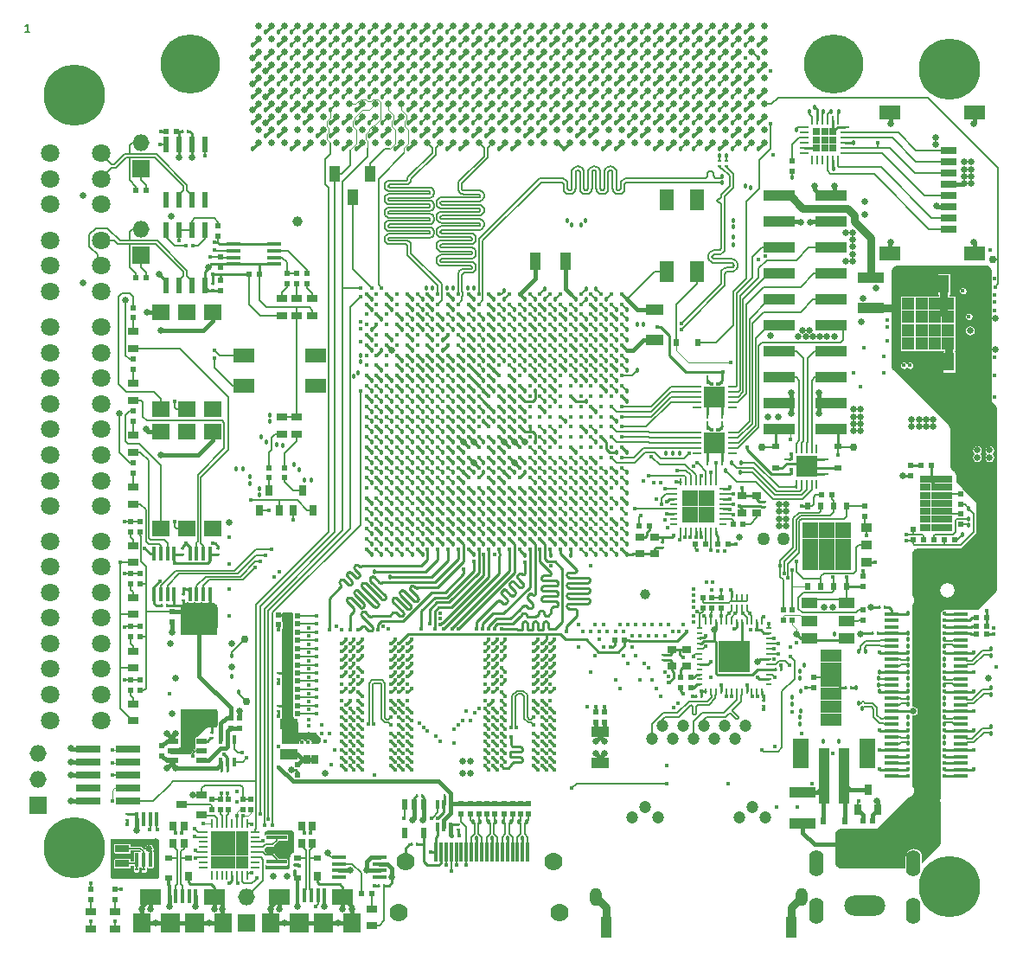
<source format=gbr>
G04 #@! TF.FileFunction,Copper,L1,Top,Mixed*
%FSLAX46Y46*%
G04 Gerber Fmt 4.6, Leading zero omitted, Abs format (unit mm)*
G04 Created by KiCad (PCBNEW 4.0.6) date Tue Jun 13 11:44:38 2017*
%MOMM*%
%LPD*%
G01*
G04 APERTURE LIST*
%ADD10C,0.101600*%
%ADD11C,0.127000*%
%ADD12C,0.450000*%
%ADD13R,0.250000X0.700000*%
%ADD14R,0.700000X0.250000*%
%ADD15R,1.600000X1.600000*%
%ADD16C,1.200000*%
%ADD17O,1.200000X1.800000*%
%ADD18R,1.080000X2.060000*%
%ADD19R,1.800000X1.000000*%
%ADD20R,0.300000X0.280000*%
%ADD21R,0.500000X0.500000*%
%ADD22R,1.000000X1.800000*%
%ADD23R,0.280000X0.300000*%
%ADD24R,0.584200X0.685800*%
%ADD25R,0.685800X0.584200*%
%ADD26R,1.000000X0.800000*%
%ADD27R,1.397000X0.406400*%
%ADD28R,0.508000X17.272000*%
%ADD29R,0.300000X1.900000*%
%ADD30C,1.778000*%
%ADD31R,0.400000X1.350000*%
%ADD32R,2.100000X1.600000*%
%ADD33R,1.800000X1.900000*%
%ADD34R,1.900000X1.900000*%
%ADD35R,1.000000X5.500000*%
%ADD36R,1.600000X3.000000*%
%ADD37R,1.651000X1.651000*%
%ADD38O,1.651000X1.651000*%
%ADD39R,2.000000X1.450000*%
%ADD40R,1.500000X0.800000*%
%ADD41R,1.000760X0.899160*%
%ADD42R,3.600000X1.800000*%
%ADD43R,0.800000X1.000000*%
%ADD44R,0.250000X0.500000*%
%ADD45R,2.000000X1.400000*%
%ADD46R,1.400000X2.000000*%
%ADD47R,2.600000X1.000000*%
%ADD48C,0.762000*%
%ADD49R,0.787400X0.889000*%
%ADD50R,0.750000X0.900000*%
%ADD51R,1.080000X0.780000*%
%ADD52R,1.100000X0.600000*%
%ADD53R,1.287500X1.287500*%
%ADD54R,0.450000X0.950000*%
%ADD55R,1.000000X1.250000*%
%ADD56R,0.450000X1.350000*%
%ADD57R,0.600000X1.100000*%
%ADD58R,0.850000X0.270000*%
%ADD59R,0.270000X0.850000*%
%ADD60R,1.250000X1.250000*%
%ADD61R,1.350000X0.450000*%
%ADD62R,0.750000X0.960000*%
%ADD63R,0.750000X0.540000*%
%ADD64R,0.850000X0.280000*%
%ADD65R,0.280000X0.850000*%
%ADD66R,1.000000X1.000000*%
%ADD67R,1.780000X1.520000*%
%ADD68R,0.850000X0.650000*%
%ADD69R,0.600000X1.550000*%
%ADD70R,0.500000X0.800000*%
%ADD71R,1.600000X1.000000*%
%ADD72R,0.500000X0.250000*%
%ADD73R,1.500000X1.500000*%
%ADD74R,0.800000X0.800000*%
%ADD75R,2.000000X0.400000*%
%ADD76R,1.400000X0.750000*%
%ADD77C,0.635000*%
%ADD78C,5.800000*%
%ADD79C,1.800000*%
%ADD80R,1.000000X1.600000*%
%ADD81R,2.400000X0.750000*%
%ADD82R,2.400000X0.740000*%
%ADD83R,3.150000X1.000000*%
%ADD84C,3.000000*%
%ADD85O,1.400000X2.600000*%
%ADD86O,4.000000X2.000000*%
%ADD87C,6.000000*%
%ADD88C,1.000000*%
%ADD89C,0.406400*%
%ADD90C,0.457200*%
%ADD91C,1.270000*%
%ADD92C,0.254000*%
%ADD93C,0.106680*%
%ADD94C,0.762000*%
%ADD95C,0.381000*%
%ADD96C,0.304800*%
%ADD97C,0.165100*%
%ADD98C,0.152400*%
%ADD99C,0.088900*%
%ADD100C,0.177800*%
%ADD101C,0.147320*%
G04 APERTURE END LIST*
D10*
D11*
X30717714Y-31444714D02*
X30282286Y-31444714D01*
X30500000Y-31444714D02*
X30500000Y-30682714D01*
X30427429Y-30791571D01*
X30354857Y-30864143D01*
X30282286Y-30900429D01*
D12*
X63700000Y-82100000D03*
X63700000Y-81100000D03*
X63700000Y-80100000D03*
X63700000Y-79100000D03*
X63700000Y-78100000D03*
X63700000Y-77100000D03*
X63700000Y-76100000D03*
X63700000Y-75100000D03*
X63700000Y-74100000D03*
X63700000Y-73100000D03*
X63700000Y-72100000D03*
X63700000Y-71100000D03*
X63700000Y-70100000D03*
X63700000Y-69100000D03*
X63700000Y-68100000D03*
X63700000Y-67100000D03*
X63700000Y-66100000D03*
X63700000Y-65100000D03*
X63700000Y-64100000D03*
X63700000Y-63100000D03*
X63700000Y-62100000D03*
X63700000Y-61100000D03*
X63700000Y-60100000D03*
X63700000Y-59100000D03*
X63700000Y-58100000D03*
X63700000Y-57100000D03*
X64700000Y-82100000D03*
X64700000Y-81100000D03*
X64700000Y-80100000D03*
X64700000Y-79100000D03*
X64700000Y-78100000D03*
X64700000Y-77100000D03*
X64700000Y-76100000D03*
X64700000Y-75100000D03*
X64700000Y-74100000D03*
X64700000Y-73100000D03*
X64700000Y-72100000D03*
X64700000Y-71100000D03*
X64700000Y-70100000D03*
X64700000Y-69100000D03*
X64700000Y-68100000D03*
X64700000Y-67100000D03*
X64700000Y-66100000D03*
X64700000Y-65100000D03*
X64700000Y-64100000D03*
X64700000Y-63100000D03*
X64700000Y-62100000D03*
X64700000Y-61100000D03*
X64700000Y-60100000D03*
X64700000Y-59100000D03*
X64700000Y-58100000D03*
X64700000Y-57100000D03*
X65700000Y-82100000D03*
X65700000Y-81100000D03*
X65700000Y-80100000D03*
X65700000Y-79100000D03*
X65700000Y-78100000D03*
X65700000Y-77100000D03*
X65700000Y-76100000D03*
X65700000Y-75100000D03*
X65700000Y-74100000D03*
X65700000Y-73100000D03*
X65700000Y-72100000D03*
X65700000Y-71100000D03*
X65700000Y-70100000D03*
X65700000Y-69100000D03*
X65700000Y-68100000D03*
X65700000Y-67100000D03*
X65700000Y-66100000D03*
X65700000Y-65100000D03*
X65700000Y-64100000D03*
X65700000Y-63100000D03*
X65700000Y-62100000D03*
X65700000Y-61100000D03*
X65700000Y-60100000D03*
X65700000Y-59100000D03*
X65700000Y-58100000D03*
X65700000Y-57100000D03*
X66700000Y-82100000D03*
X66700000Y-81100000D03*
X66700000Y-80100000D03*
X66700000Y-79100000D03*
X66700000Y-78100000D03*
X66700000Y-77100000D03*
X66700000Y-76100000D03*
X66700000Y-75100000D03*
X66700000Y-74100000D03*
X66700000Y-73100000D03*
X66700000Y-72100000D03*
X66700000Y-71100000D03*
X66700000Y-70100000D03*
X66700000Y-69100000D03*
X66700000Y-68100000D03*
X66700000Y-67100000D03*
X66700000Y-66100000D03*
X66700000Y-65100000D03*
X66700000Y-64100000D03*
X66700000Y-63100000D03*
X66700000Y-62100000D03*
X66700000Y-61100000D03*
X66700000Y-60100000D03*
X66700000Y-59100000D03*
X66700000Y-58100000D03*
X66700000Y-57100000D03*
X67700000Y-82100000D03*
X67700000Y-81100000D03*
X67700000Y-80100000D03*
X67700000Y-79100000D03*
X67700000Y-78100000D03*
X67700000Y-77100000D03*
X67700000Y-76100000D03*
X67700000Y-75100000D03*
X67700000Y-74100000D03*
X67700000Y-73100000D03*
X67700000Y-72100000D03*
X67700000Y-71100000D03*
X67700000Y-70100000D03*
X67700000Y-69100000D03*
X67700000Y-68100000D03*
X67700000Y-67100000D03*
X67700000Y-66100000D03*
X67700000Y-65100000D03*
X67700000Y-64100000D03*
X67700000Y-63100000D03*
X67700000Y-62100000D03*
X67700000Y-61100000D03*
X67700000Y-60100000D03*
X67700000Y-59100000D03*
X67700000Y-58100000D03*
X67700000Y-57100000D03*
X68700000Y-82100000D03*
X68700000Y-81100000D03*
X68700000Y-80100000D03*
X68700000Y-79100000D03*
X68700000Y-78100000D03*
X68700000Y-77100000D03*
X68700000Y-76100000D03*
X68700000Y-75100000D03*
X68700000Y-74100000D03*
X68700000Y-73100000D03*
X68700000Y-72100000D03*
X68700000Y-71100000D03*
X68700000Y-70100000D03*
X68700000Y-69100000D03*
X68700000Y-68100000D03*
X68700000Y-67100000D03*
X68700000Y-66100000D03*
X68700000Y-65100000D03*
X68700000Y-64100000D03*
X68700000Y-63100000D03*
X68700000Y-62100000D03*
X68700000Y-61100000D03*
X68700000Y-60100000D03*
X68700000Y-59100000D03*
X68700000Y-58100000D03*
X68700000Y-57100000D03*
X69700000Y-82100000D03*
X69700000Y-81100000D03*
X69700000Y-80100000D03*
X69700000Y-79100000D03*
X69700000Y-78100000D03*
X69700000Y-77100000D03*
X69700000Y-76100000D03*
X69700000Y-75100000D03*
X69700000Y-74100000D03*
X69700000Y-73100000D03*
X69700000Y-72100000D03*
X69700000Y-71100000D03*
X69700000Y-70100000D03*
X69700000Y-69100000D03*
X69700000Y-68100000D03*
X69700000Y-67100000D03*
X69700000Y-66100000D03*
X69700000Y-65100000D03*
X69700000Y-64100000D03*
X69700000Y-63100000D03*
X69700000Y-62100000D03*
X69700000Y-61100000D03*
X69700000Y-60100000D03*
X69700000Y-59100000D03*
X69700000Y-58100000D03*
X69700000Y-57100000D03*
X70700000Y-82100000D03*
X70700000Y-81100000D03*
X70700000Y-80100000D03*
X70700000Y-79100000D03*
X70700000Y-78100000D03*
X70700000Y-77100000D03*
X70700000Y-76100000D03*
X70700000Y-75100000D03*
X70700000Y-74100000D03*
X70700000Y-73100000D03*
X70700000Y-72100000D03*
X70700000Y-71100000D03*
X70700000Y-70100000D03*
X70700000Y-69100000D03*
X70700000Y-68100000D03*
X70700000Y-67100000D03*
X70700000Y-66100000D03*
X70700000Y-65100000D03*
X70700000Y-64100000D03*
X70700000Y-63100000D03*
X70700000Y-62100000D03*
X70700000Y-61100000D03*
X70700000Y-60100000D03*
X70700000Y-59100000D03*
X70700000Y-58100000D03*
X70700000Y-57100000D03*
X71700000Y-82100000D03*
X71700000Y-81100000D03*
X71700000Y-80100000D03*
X71700000Y-79100000D03*
X71700000Y-78100000D03*
X71700000Y-77100000D03*
X71700000Y-76100000D03*
X71700000Y-75100000D03*
X71700000Y-74100000D03*
X71700000Y-73100000D03*
X71700000Y-72100000D03*
X71700000Y-71100000D03*
X71700000Y-70100000D03*
X71700000Y-69100000D03*
X71700000Y-68100000D03*
X71700000Y-67100000D03*
X71700000Y-66100000D03*
X71700000Y-65100000D03*
X71700000Y-64100000D03*
X71700000Y-63100000D03*
X71700000Y-62100000D03*
X71700000Y-61100000D03*
X71700000Y-60100000D03*
X71700000Y-59100000D03*
X71700000Y-58100000D03*
X71700000Y-57100000D03*
X72700000Y-82100000D03*
X72700000Y-81100000D03*
X72700000Y-80100000D03*
X72700000Y-79100000D03*
X72700000Y-78100000D03*
X72700000Y-77100000D03*
X72700000Y-76100000D03*
X72700000Y-75100000D03*
X72700000Y-74100000D03*
X72700000Y-73100000D03*
X72700000Y-72100000D03*
X72700000Y-71100000D03*
X72700000Y-70100000D03*
X72700000Y-69100000D03*
X72700000Y-68100000D03*
X72700000Y-67100000D03*
X72700000Y-66100000D03*
X72700000Y-65100000D03*
X72700000Y-64100000D03*
X72700000Y-63100000D03*
X72700000Y-62100000D03*
X72700000Y-61100000D03*
X72700000Y-60100000D03*
X72700000Y-59100000D03*
X72700000Y-58100000D03*
X72700000Y-57100000D03*
X73700000Y-82100000D03*
X73700000Y-81100000D03*
X73700000Y-80100000D03*
X73700000Y-79100000D03*
X73700000Y-78100000D03*
X73700000Y-77100000D03*
X73700000Y-76100000D03*
X73700000Y-75100000D03*
X73700000Y-74100000D03*
X73700000Y-73100000D03*
X73700000Y-72100000D03*
X73700000Y-71100000D03*
X73700000Y-70100000D03*
X73700000Y-69100000D03*
X73700000Y-68100000D03*
X73700000Y-67100000D03*
X73700000Y-66100000D03*
X73700000Y-65100000D03*
X73700000Y-64100000D03*
X73700000Y-63100000D03*
X73700000Y-62100000D03*
X73700000Y-61100000D03*
X73700000Y-60100000D03*
X73700000Y-59100000D03*
X73700000Y-58100000D03*
X73700000Y-57100000D03*
X74700000Y-82100000D03*
X74700000Y-81100000D03*
X74700000Y-80100000D03*
X74700000Y-79100000D03*
X74700000Y-78100000D03*
X74700000Y-77100000D03*
X74700000Y-76100000D03*
X74700000Y-75100000D03*
X74700000Y-74100000D03*
X74700000Y-73100000D03*
X74700000Y-72100000D03*
X74700000Y-71100000D03*
X74700000Y-70100000D03*
X74700000Y-69100000D03*
X74700000Y-68100000D03*
X74700000Y-67100000D03*
X74700000Y-66100000D03*
X74700000Y-65100000D03*
X74700000Y-64100000D03*
X74700000Y-63100000D03*
X74700000Y-62100000D03*
X74700000Y-61100000D03*
X74700000Y-60100000D03*
X74700000Y-59100000D03*
X74700000Y-58100000D03*
X74700000Y-57100000D03*
X75700000Y-82100000D03*
X75700000Y-81100000D03*
X75700000Y-80100000D03*
X75700000Y-79100000D03*
X75700000Y-78100000D03*
X75700000Y-77100000D03*
X75700000Y-76100000D03*
X75700000Y-75100000D03*
X75700000Y-74100000D03*
X75700000Y-73100000D03*
X75700000Y-72100000D03*
X75700000Y-71100000D03*
X75700000Y-70100000D03*
X75700000Y-69100000D03*
X75700000Y-68100000D03*
X75700000Y-67100000D03*
X75700000Y-66100000D03*
X75700000Y-65100000D03*
X75700000Y-64100000D03*
X75700000Y-63100000D03*
X75700000Y-62100000D03*
X75700000Y-61100000D03*
X75700000Y-60100000D03*
X75700000Y-59100000D03*
X75700000Y-58100000D03*
X75700000Y-57100000D03*
X76700000Y-82100000D03*
X76700000Y-81100000D03*
X76700000Y-80100000D03*
X76700000Y-79100000D03*
X76700000Y-78100000D03*
X76700000Y-77100000D03*
X76700000Y-76100000D03*
X76700000Y-75100000D03*
X76700000Y-74100000D03*
X76700000Y-73100000D03*
X76700000Y-72100000D03*
X76700000Y-71100000D03*
X76700000Y-70100000D03*
X76700000Y-69100000D03*
X76700000Y-68100000D03*
X76700000Y-67100000D03*
X76700000Y-66100000D03*
X76700000Y-65100000D03*
X76700000Y-64100000D03*
X76700000Y-63100000D03*
X76700000Y-62100000D03*
X76700000Y-61100000D03*
X76700000Y-60100000D03*
X76700000Y-59100000D03*
X76700000Y-58100000D03*
X76700000Y-57100000D03*
X77700000Y-82100000D03*
X77700000Y-81100000D03*
X77700000Y-80100000D03*
X77700000Y-79100000D03*
X77700000Y-78100000D03*
X77700000Y-77100000D03*
X77700000Y-76100000D03*
X77700000Y-75100000D03*
X77700000Y-74100000D03*
X77700000Y-73100000D03*
X77700000Y-72100000D03*
X77700000Y-71100000D03*
X77700000Y-70100000D03*
X77700000Y-69100000D03*
X77700000Y-68100000D03*
X77700000Y-67100000D03*
X77700000Y-66100000D03*
X77700000Y-65100000D03*
X77700000Y-64100000D03*
X77700000Y-63100000D03*
X77700000Y-62100000D03*
X77700000Y-61100000D03*
X77700000Y-60100000D03*
X77700000Y-59100000D03*
X77700000Y-58100000D03*
X77700000Y-57100000D03*
X78700000Y-82100000D03*
X78700000Y-81100000D03*
X78700000Y-80100000D03*
X78700000Y-79100000D03*
X78700000Y-78100000D03*
X78700000Y-77100000D03*
X78700000Y-76100000D03*
X78700000Y-75100000D03*
X78700000Y-74100000D03*
X78700000Y-73100000D03*
X78700000Y-72100000D03*
X78700000Y-71100000D03*
X78700000Y-70100000D03*
X78700000Y-69100000D03*
X78700000Y-68100000D03*
X78700000Y-67100000D03*
X78700000Y-66100000D03*
X78700000Y-65100000D03*
X78700000Y-64100000D03*
X78700000Y-63100000D03*
X78700000Y-62100000D03*
X78700000Y-61100000D03*
X78700000Y-60100000D03*
X78700000Y-59100000D03*
X78700000Y-58100000D03*
X78700000Y-57100000D03*
X79700000Y-82100000D03*
X79700000Y-81100000D03*
X79700000Y-80100000D03*
X79700000Y-79100000D03*
X79700000Y-78100000D03*
X79700000Y-77100000D03*
X79700000Y-76100000D03*
X79700000Y-75100000D03*
X79700000Y-74100000D03*
X79700000Y-73100000D03*
X79700000Y-72100000D03*
X79700000Y-71100000D03*
X79700000Y-70100000D03*
X79700000Y-69100000D03*
X79700000Y-68100000D03*
X79700000Y-67100000D03*
X79700000Y-66100000D03*
X79700000Y-65100000D03*
X79700000Y-64100000D03*
X79700000Y-63100000D03*
X79700000Y-62100000D03*
X79700000Y-61100000D03*
X79700000Y-60100000D03*
X79700000Y-59100000D03*
X79700000Y-58100000D03*
X79700000Y-57100000D03*
X80700000Y-82100000D03*
X80700000Y-81100000D03*
X80700000Y-80100000D03*
X80700000Y-79100000D03*
X80700000Y-78100000D03*
X80700000Y-77100000D03*
X80700000Y-76100000D03*
X80700000Y-75100000D03*
X80700000Y-74100000D03*
X80700000Y-73100000D03*
X80700000Y-72100000D03*
X80700000Y-71100000D03*
X80700000Y-70100000D03*
X80700000Y-69100000D03*
X80700000Y-68100000D03*
X80700000Y-67100000D03*
X80700000Y-66100000D03*
X80700000Y-65100000D03*
X80700000Y-64100000D03*
X80700000Y-63100000D03*
X80700000Y-62100000D03*
X80700000Y-61100000D03*
X80700000Y-60100000D03*
X80700000Y-59100000D03*
X80700000Y-58100000D03*
X80700000Y-57100000D03*
X81700000Y-82100000D03*
X81700000Y-81100000D03*
X81700000Y-80100000D03*
X81700000Y-79100000D03*
X81700000Y-78100000D03*
X81700000Y-77100000D03*
X81700000Y-76100000D03*
X81700000Y-75100000D03*
X81700000Y-74100000D03*
X81700000Y-73100000D03*
X81700000Y-72100000D03*
X81700000Y-71100000D03*
X81700000Y-70100000D03*
X81700000Y-69100000D03*
X81700000Y-68100000D03*
X81700000Y-67100000D03*
X81700000Y-66100000D03*
X81700000Y-65100000D03*
X81700000Y-64100000D03*
X81700000Y-63100000D03*
X81700000Y-62100000D03*
X81700000Y-61100000D03*
X81700000Y-60100000D03*
X81700000Y-59100000D03*
X81700000Y-58100000D03*
X81700000Y-57100000D03*
X82700000Y-82100000D03*
X82700000Y-81100000D03*
X82700000Y-80100000D03*
X82700000Y-79100000D03*
X82700000Y-78100000D03*
X82700000Y-77100000D03*
X82700000Y-76100000D03*
X82700000Y-75100000D03*
X82700000Y-74100000D03*
X82700000Y-73100000D03*
X82700000Y-72100000D03*
X82700000Y-71100000D03*
X82700000Y-70100000D03*
X82700000Y-69100000D03*
X82700000Y-68100000D03*
X82700000Y-67100000D03*
X82700000Y-66100000D03*
X82700000Y-65100000D03*
X82700000Y-64100000D03*
X82700000Y-63100000D03*
X82700000Y-62100000D03*
X82700000Y-61100000D03*
X82700000Y-60100000D03*
X82700000Y-59100000D03*
X82700000Y-58100000D03*
X82700000Y-57100000D03*
X83700000Y-82100000D03*
X83700000Y-81100000D03*
X83700000Y-80100000D03*
X83700000Y-79100000D03*
X83700000Y-78100000D03*
X83700000Y-77100000D03*
X83700000Y-76100000D03*
X83700000Y-75100000D03*
X83700000Y-74100000D03*
X83700000Y-73100000D03*
X83700000Y-72100000D03*
X83700000Y-71100000D03*
X83700000Y-70100000D03*
X83700000Y-69100000D03*
X83700000Y-68100000D03*
X83700000Y-67100000D03*
X83700000Y-66100000D03*
X83700000Y-65100000D03*
X83700000Y-64100000D03*
X83700000Y-63100000D03*
X83700000Y-62100000D03*
X83700000Y-61100000D03*
X83700000Y-60100000D03*
X83700000Y-59100000D03*
X83700000Y-58100000D03*
X83700000Y-57100000D03*
X84700000Y-82100000D03*
X84700000Y-81100000D03*
X84700000Y-80100000D03*
X84700000Y-79100000D03*
X84700000Y-78100000D03*
X84700000Y-77100000D03*
X84700000Y-76100000D03*
X84700000Y-75100000D03*
X84700000Y-74100000D03*
X84700000Y-73100000D03*
X84700000Y-72100000D03*
X84700000Y-71100000D03*
X84700000Y-70100000D03*
X84700000Y-69100000D03*
X84700000Y-68100000D03*
X84700000Y-67100000D03*
X84700000Y-66100000D03*
X84700000Y-65100000D03*
X84700000Y-64100000D03*
X84700000Y-63100000D03*
X84700000Y-62100000D03*
X84700000Y-61100000D03*
X84700000Y-60100000D03*
X84700000Y-59100000D03*
X84700000Y-58100000D03*
X84700000Y-57100000D03*
X85700000Y-82100000D03*
X85700000Y-81100000D03*
X85700000Y-80100000D03*
X85700000Y-79100000D03*
X85700000Y-78100000D03*
X85700000Y-77100000D03*
X85700000Y-76100000D03*
X85700000Y-75100000D03*
X85700000Y-74100000D03*
X85700000Y-73100000D03*
X85700000Y-72100000D03*
X85700000Y-71100000D03*
X85700000Y-70100000D03*
X85700000Y-69100000D03*
X85700000Y-68100000D03*
X85700000Y-67100000D03*
X85700000Y-66100000D03*
X85700000Y-65100000D03*
X85700000Y-64100000D03*
X85700000Y-63100000D03*
X85700000Y-62100000D03*
X85700000Y-61100000D03*
X85700000Y-60100000D03*
X85700000Y-59100000D03*
X85700000Y-58100000D03*
X85700000Y-57100000D03*
X86700000Y-82100000D03*
X86700000Y-81100000D03*
X86700000Y-80100000D03*
X86700000Y-79100000D03*
X86700000Y-78100000D03*
X86700000Y-77100000D03*
X86700000Y-76100000D03*
X86700000Y-75100000D03*
X86700000Y-74100000D03*
X86700000Y-73100000D03*
X86700000Y-72100000D03*
X86700000Y-71100000D03*
X86700000Y-70100000D03*
X86700000Y-69100000D03*
X86700000Y-68100000D03*
X86700000Y-67100000D03*
X86700000Y-66100000D03*
X86700000Y-65100000D03*
X86700000Y-64100000D03*
X86700000Y-63100000D03*
X86700000Y-62100000D03*
X86700000Y-61100000D03*
X86700000Y-60100000D03*
X86700000Y-59100000D03*
X86700000Y-58100000D03*
X86700000Y-57100000D03*
X87700000Y-82100000D03*
X87700000Y-81100000D03*
X87700000Y-80100000D03*
X87700000Y-79100000D03*
X87700000Y-78100000D03*
X87700000Y-77100000D03*
X87700000Y-76100000D03*
X87700000Y-75100000D03*
X87700000Y-74100000D03*
X87700000Y-73100000D03*
X87700000Y-72100000D03*
X87700000Y-71100000D03*
X87700000Y-70100000D03*
X87700000Y-69100000D03*
X87700000Y-68100000D03*
X87700000Y-67100000D03*
X87700000Y-66100000D03*
X87700000Y-65100000D03*
X87700000Y-64100000D03*
X87700000Y-63100000D03*
X87700000Y-62100000D03*
X87700000Y-61100000D03*
X87700000Y-60100000D03*
X87700000Y-59100000D03*
X87700000Y-58100000D03*
X87700000Y-57100000D03*
X88700000Y-82100000D03*
X88700000Y-81100000D03*
X88700000Y-80100000D03*
X88700000Y-79100000D03*
X88700000Y-78100000D03*
X88700000Y-77100000D03*
X88700000Y-76100000D03*
X88700000Y-75100000D03*
X88700000Y-74100000D03*
X88700000Y-73100000D03*
X88700000Y-72100000D03*
X88700000Y-71100000D03*
X88700000Y-70100000D03*
X88700000Y-69100000D03*
X88700000Y-68100000D03*
X88700000Y-67100000D03*
X88700000Y-66100000D03*
X88700000Y-65100000D03*
X88700000Y-64100000D03*
X88700000Y-63100000D03*
X88700000Y-62100000D03*
X88700000Y-61100000D03*
X88700000Y-60100000D03*
X88700000Y-59100000D03*
X88700000Y-58100000D03*
X88700000Y-57100000D03*
X61300000Y-91300000D03*
X62100000Y-91300000D03*
X62900000Y-91300000D03*
X66100000Y-91300000D03*
X66900000Y-91300000D03*
X67700000Y-91300000D03*
X61300000Y-92100000D03*
X62100000Y-92100000D03*
X62900000Y-92100000D03*
X66100000Y-92100000D03*
X66900000Y-92100000D03*
X67700000Y-92100000D03*
X61300000Y-92900000D03*
X62100000Y-92900000D03*
X62900000Y-92900000D03*
X66100000Y-92900000D03*
X66900000Y-92900000D03*
X67700000Y-92900000D03*
X61300000Y-93700000D03*
X62100000Y-93700000D03*
X62900000Y-93700000D03*
X66100000Y-93700000D03*
X66900000Y-93700000D03*
X67700000Y-93700000D03*
X61300000Y-94500000D03*
X62100000Y-94500000D03*
X62900000Y-94500000D03*
X66100000Y-94500000D03*
X66900000Y-94500000D03*
X67700000Y-94500000D03*
X61300000Y-95300000D03*
X62100000Y-95300000D03*
X62900000Y-95300000D03*
X66100000Y-95300000D03*
X66900000Y-95300000D03*
X67700000Y-95300000D03*
X61300000Y-96100000D03*
X62100000Y-96100000D03*
X62900000Y-96100000D03*
X66100000Y-96100000D03*
X66900000Y-96100000D03*
X67700000Y-96100000D03*
X61300000Y-96900000D03*
X62100000Y-96900000D03*
X62900000Y-96900000D03*
X66100000Y-96900000D03*
X66900000Y-96900000D03*
X67700000Y-96900000D03*
X61300000Y-97700000D03*
X62100000Y-97700000D03*
X62900000Y-97700000D03*
X66100000Y-97700000D03*
X66900000Y-97700000D03*
X67700000Y-97700000D03*
X61300000Y-98500000D03*
X62100000Y-98500000D03*
X62900000Y-98500000D03*
X66100000Y-98500000D03*
X66900000Y-98500000D03*
X67700000Y-98500000D03*
X61300000Y-99300000D03*
X62100000Y-99300000D03*
X62900000Y-99300000D03*
X66100000Y-99300000D03*
X66900000Y-99300000D03*
X67700000Y-99300000D03*
X61300000Y-100100000D03*
X62100000Y-100100000D03*
X62900000Y-100100000D03*
X66100000Y-100100000D03*
X66900000Y-100100000D03*
X67700000Y-100100000D03*
X61300000Y-100900000D03*
X62100000Y-100900000D03*
X62900000Y-100900000D03*
X66100000Y-100900000D03*
X66900000Y-100900000D03*
X67700000Y-100900000D03*
X61300000Y-101700000D03*
X62100000Y-101700000D03*
X62900000Y-101700000D03*
X66100000Y-101700000D03*
X66900000Y-101700000D03*
X67700000Y-101700000D03*
X61300000Y-102500000D03*
X62100000Y-102500000D03*
X62900000Y-102500000D03*
X66100000Y-102500000D03*
X66900000Y-102500000D03*
X67700000Y-102500000D03*
X61300000Y-103300000D03*
X62100000Y-103300000D03*
X62900000Y-103300000D03*
X66100000Y-103300000D03*
X66900000Y-103300000D03*
X67700000Y-103300000D03*
X75300000Y-91300000D03*
X76100000Y-91300000D03*
X76900000Y-91300000D03*
X80100000Y-91300000D03*
X80900000Y-91300000D03*
X81700000Y-91300000D03*
X75300000Y-92100000D03*
X76100000Y-92100000D03*
X76900000Y-92100000D03*
X80100000Y-92100000D03*
X80900000Y-92100000D03*
X81700000Y-92100000D03*
X75300000Y-92900000D03*
X76100000Y-92900000D03*
X76900000Y-92900000D03*
X80100000Y-92900000D03*
X80900000Y-92900000D03*
X81700000Y-92900000D03*
X75300000Y-93700000D03*
X76100000Y-93700000D03*
X76900000Y-93700000D03*
X80100000Y-93700000D03*
X80900000Y-93700000D03*
X81700000Y-93700000D03*
X75300000Y-94500000D03*
X76100000Y-94500000D03*
X76900000Y-94500000D03*
X80100000Y-94500000D03*
X80900000Y-94500000D03*
X81700000Y-94500000D03*
X75300000Y-95300000D03*
X76100000Y-95300000D03*
X76900000Y-95300000D03*
X80100000Y-95300000D03*
X80900000Y-95300000D03*
X81700000Y-95300000D03*
X75300000Y-96100000D03*
X76100000Y-96100000D03*
X76900000Y-96100000D03*
X80100000Y-96100000D03*
X80900000Y-96100000D03*
X81700000Y-96100000D03*
X75300000Y-96900000D03*
X76100000Y-96900000D03*
X76900000Y-96900000D03*
X80100000Y-96900000D03*
X80900000Y-96900000D03*
X81700000Y-96900000D03*
X75300000Y-97700000D03*
X76100000Y-97700000D03*
X76900000Y-97700000D03*
X80100000Y-97700000D03*
X80900000Y-97700000D03*
X81700000Y-97700000D03*
X75300000Y-98500000D03*
X76100000Y-98500000D03*
X76900000Y-98500000D03*
X80100000Y-98500000D03*
X80900000Y-98500000D03*
X81700000Y-98500000D03*
X75300000Y-99300000D03*
X76100000Y-99300000D03*
X76900000Y-99300000D03*
X80100000Y-99300000D03*
X80900000Y-99300000D03*
X81700000Y-99300000D03*
X75300000Y-100100000D03*
X76100000Y-100100000D03*
X76900000Y-100100000D03*
X80100000Y-100100000D03*
X80900000Y-100100000D03*
X81700000Y-100100000D03*
X75300000Y-100900000D03*
X76100000Y-100900000D03*
X76900000Y-100900000D03*
X80100000Y-100900000D03*
X80900000Y-100900000D03*
X81700000Y-100900000D03*
X75300000Y-101700000D03*
X76100000Y-101700000D03*
X76900000Y-101700000D03*
X80100000Y-101700000D03*
X80900000Y-101700000D03*
X81700000Y-101700000D03*
X75300000Y-102500000D03*
X76100000Y-102500000D03*
X76900000Y-102500000D03*
X80100000Y-102500000D03*
X80900000Y-102500000D03*
X81700000Y-102500000D03*
X75300000Y-103300000D03*
X76100000Y-103300000D03*
X76900000Y-103300000D03*
X80100000Y-103300000D03*
X80900000Y-103300000D03*
X81700000Y-103300000D03*
D13*
X97950000Y-75500000D03*
X97450000Y-75500000D03*
X96950000Y-75500000D03*
X96450000Y-75500000D03*
X95950000Y-75500000D03*
X95450000Y-75500000D03*
X94950000Y-75500000D03*
X94450000Y-75500000D03*
D14*
X93800000Y-76150000D03*
X93800000Y-76650000D03*
X93800000Y-77150000D03*
X93800000Y-77650000D03*
X93800000Y-78150000D03*
X93800000Y-78650000D03*
X93800000Y-79150000D03*
X93800000Y-79650000D03*
D13*
X94450000Y-80300000D03*
X94950000Y-80300000D03*
X95450000Y-80300000D03*
X95950000Y-80300000D03*
X96450000Y-80300000D03*
X96950000Y-80300000D03*
X97450000Y-80300000D03*
X97950000Y-80300000D03*
D14*
X98600000Y-79650000D03*
X98600000Y-79150000D03*
X98600000Y-78650000D03*
X98600000Y-78150000D03*
X98600000Y-77650000D03*
X98600000Y-77150000D03*
X98600000Y-76650000D03*
X98600000Y-76150000D03*
D15*
X95400000Y-78700000D03*
X97000000Y-78700000D03*
X95400000Y-77100000D03*
X97000000Y-77100000D03*
D16*
X91661000Y-100596000D03*
X93693000Y-100596000D03*
X95725000Y-100596000D03*
X97757000Y-100596000D03*
X99789000Y-100596000D03*
X92677000Y-99326000D03*
X94709000Y-99326000D03*
X96741000Y-99326000D03*
X98773000Y-99326000D03*
X100805000Y-99326000D03*
X89723000Y-108346000D03*
X90993000Y-107326000D03*
X92263000Y-108346000D03*
X100203000Y-108346000D03*
X101473000Y-107326000D03*
X102743000Y-108346000D03*
D17*
X86148000Y-116156000D03*
X106318000Y-116156000D03*
D18*
X87158000Y-119126000D03*
X105308000Y-119126000D03*
D19*
X86600000Y-103000000D03*
X86600000Y-100000000D03*
X56100000Y-102200000D03*
X56100000Y-99200000D03*
D20*
X55100000Y-94765000D03*
X55100000Y-94235000D03*
X55100000Y-97435000D03*
X55100000Y-97965000D03*
D21*
X121920000Y-76716000D03*
X121920000Y-77716000D03*
X116967000Y-74922000D03*
X116967000Y-73922000D03*
D22*
X117753000Y-63754000D03*
X120753000Y-63754000D03*
D20*
X48600000Y-100565000D03*
X48600000Y-100035000D03*
D23*
X49535000Y-103800000D03*
X50065000Y-103800000D03*
X110635000Y-95631000D03*
X111165000Y-95631000D03*
D20*
X41200000Y-113965000D03*
X41200000Y-113435000D03*
X41900000Y-113965000D03*
X41900000Y-113435000D03*
D23*
X71865000Y-106200000D03*
X71335000Y-106200000D03*
D20*
X72700000Y-109035000D03*
X72700000Y-109565000D03*
D21*
X49400000Y-55800000D03*
X49400000Y-56800000D03*
X44100000Y-41200000D03*
X45100000Y-41200000D03*
X53200000Y-55200000D03*
X52200000Y-55200000D03*
D20*
X45800000Y-87065000D03*
X45800000Y-86535000D03*
X49200000Y-82565000D03*
X49200000Y-82035000D03*
D23*
X44165000Y-87600000D03*
X43635000Y-87600000D03*
D20*
X45700000Y-82565000D03*
X45700000Y-82035000D03*
X92700000Y-81435000D03*
X92700000Y-81965000D03*
D21*
X112300000Y-84700000D03*
X112300000Y-85700000D03*
D22*
X80200000Y-53900000D03*
X83200000Y-53900000D03*
D19*
X91900000Y-58600000D03*
X91900000Y-61600000D03*
D20*
X102700000Y-77965000D03*
X102700000Y-77435000D03*
D23*
X103748000Y-93853000D03*
X104278000Y-93853000D03*
X96531000Y-96520000D03*
X96001000Y-96520000D03*
D20*
X102616000Y-96890000D03*
X102616000Y-97420000D03*
X92800000Y-92435000D03*
X92800000Y-92965000D03*
X98298000Y-44058000D03*
X98298000Y-44588000D03*
X98933000Y-44058000D03*
X98933000Y-44588000D03*
D24*
X110555000Y-108700000D03*
X108445000Y-108700000D03*
D25*
X103800000Y-74155000D03*
X103800000Y-72045000D03*
X109900000Y-74155000D03*
X109900000Y-72045000D03*
D24*
X94045000Y-61900000D03*
X96155000Y-61900000D03*
D26*
X56900000Y-59225000D03*
X56900000Y-57575000D03*
X55400000Y-57575000D03*
X55400000Y-59225000D03*
X58400000Y-59225000D03*
X58400000Y-57575000D03*
X36700000Y-117575000D03*
X36700000Y-119225000D03*
X39100000Y-117575000D03*
X39100000Y-119225000D03*
X40894000Y-83375000D03*
X40894000Y-81725000D03*
X40894000Y-88455000D03*
X40894000Y-86805000D03*
X40894000Y-93726000D03*
X40894000Y-92076000D03*
X40894000Y-98869000D03*
X40894000Y-97219000D03*
X64200000Y-118925000D03*
X64200000Y-117275000D03*
X55400000Y-69175000D03*
X55400000Y-70825000D03*
X56900000Y-69175000D03*
X56900000Y-70825000D03*
D27*
X115154500Y-104293000D03*
X115154500Y-103658000D03*
X115154500Y-103023000D03*
X115154500Y-102388000D03*
X115154500Y-101753000D03*
X115154500Y-101118000D03*
X115154500Y-100483000D03*
X115154500Y-99848000D03*
X115154500Y-99213000D03*
X115154500Y-98578000D03*
X115154500Y-97943000D03*
X115154500Y-97308000D03*
X115154500Y-96673000D03*
X115154500Y-96038000D03*
X115154500Y-95403000D03*
X115154500Y-94768000D03*
X115154500Y-94133000D03*
X115154500Y-93498000D03*
X115154500Y-92863000D03*
X115154500Y-92228000D03*
X115154500Y-91593000D03*
X115154500Y-90958000D03*
X115154500Y-90323000D03*
X115154500Y-89688000D03*
X115154500Y-89053000D03*
X115154500Y-88418000D03*
X121885500Y-103658000D03*
X121885500Y-101753000D03*
X121885500Y-103023000D03*
X121885500Y-104293000D03*
X121885500Y-102388000D03*
X121885500Y-90323000D03*
X121885500Y-90958000D03*
X121885500Y-89053000D03*
X121885500Y-88418000D03*
X121885500Y-89688000D03*
X121885500Y-98578000D03*
X121885500Y-97943000D03*
X121885500Y-100483000D03*
X121885500Y-99848000D03*
X121885500Y-101118000D03*
X121885500Y-99213000D03*
X121885500Y-96038000D03*
X121885500Y-97308000D03*
X121885500Y-94768000D03*
X121885500Y-95403000D03*
X121885500Y-96673000D03*
X121885500Y-94133000D03*
X121885500Y-92228000D03*
X121885500Y-93498000D03*
X121885500Y-92863000D03*
X121885500Y-91593000D03*
D28*
X118520000Y-96355500D03*
D29*
X70500000Y-111700000D03*
X79500000Y-111700000D03*
X71000000Y-111700000D03*
X71500000Y-111700000D03*
X72000000Y-111700000D03*
X72500000Y-111700000D03*
X73000000Y-111700000D03*
X73500000Y-111700000D03*
X74000000Y-111700000D03*
X74500000Y-111700000D03*
X75000000Y-111700000D03*
X75500000Y-111700000D03*
X76000000Y-111700000D03*
X76500000Y-111700000D03*
X77000000Y-111700000D03*
X77500000Y-111700000D03*
X78000000Y-111700000D03*
X78500000Y-111700000D03*
X79000000Y-111700000D03*
D30*
X67500000Y-112700000D03*
X82000000Y-112700000D03*
X82600000Y-117650000D03*
X66900000Y-117650000D03*
D31*
X45700000Y-116025000D03*
X45050000Y-116025000D03*
X46350000Y-116025000D03*
X44400000Y-116025000D03*
X47000000Y-116025000D03*
D32*
X42600000Y-116150000D03*
X48800000Y-116150000D03*
D33*
X41700000Y-118700000D03*
X49700000Y-118700000D03*
D34*
X44500000Y-118700000D03*
X46900000Y-118700000D03*
D35*
X110500000Y-104300000D03*
X108500000Y-104300000D03*
D36*
X106250000Y-102050000D03*
X112750000Y-102050000D03*
D37*
X31600000Y-107140000D03*
D38*
X31600000Y-104600000D03*
X31600000Y-102060000D03*
D31*
X58300000Y-116000000D03*
X57650000Y-116000000D03*
X58950000Y-116000000D03*
X57000000Y-116000000D03*
X59600000Y-116000000D03*
D32*
X55200000Y-116125000D03*
X61400000Y-116125000D03*
D33*
X54300000Y-118675000D03*
X62300000Y-118675000D03*
D34*
X57100000Y-118675000D03*
X59500000Y-118675000D03*
D39*
X123276000Y-53128000D03*
X123276000Y-39328000D03*
X114976000Y-53128000D03*
X114976000Y-39328000D03*
D40*
X120676000Y-50728000D03*
X120676000Y-49628000D03*
X120676000Y-48528000D03*
X120676000Y-47428000D03*
X120676000Y-46328000D03*
X120676000Y-45228000D03*
X120676000Y-44128000D03*
X120676000Y-43028000D03*
D37*
X52000000Y-118640000D03*
D38*
X52000000Y-116100000D03*
D41*
X112649000Y-81661000D03*
X112649000Y-79961000D03*
X112649000Y-83361000D03*
D37*
X41656000Y-44831000D03*
D38*
X41656000Y-42291000D03*
D37*
X41656000Y-53340000D03*
D38*
X41656000Y-50800000D03*
D42*
X47300000Y-98600000D03*
X47300000Y-89600000D03*
D26*
X47600000Y-108050000D03*
X45600000Y-107100000D03*
X47600000Y-106150000D03*
D43*
X111850000Y-107600000D03*
X112800000Y-105600000D03*
X113750000Y-107600000D03*
X53250000Y-78300000D03*
X54200000Y-76300000D03*
X55150000Y-78300000D03*
X56550000Y-78300000D03*
X57500000Y-76300000D03*
X58450000Y-78300000D03*
D21*
X56000000Y-94200000D03*
X57000000Y-94200000D03*
X56000000Y-91800000D03*
X57000000Y-91800000D03*
X56000000Y-92600000D03*
X57000000Y-92600000D03*
X56000000Y-90200000D03*
X57000000Y-90200000D03*
X56000000Y-88600000D03*
X57000000Y-88600000D03*
X56000000Y-91000000D03*
X57000000Y-91000000D03*
X56000000Y-95000000D03*
X57000000Y-95000000D03*
X56000000Y-89400000D03*
X57000000Y-89400000D03*
X56000000Y-95800000D03*
X57000000Y-95800000D03*
X56000000Y-93400000D03*
X57000000Y-93400000D03*
X56000000Y-96600000D03*
X57000000Y-96600000D03*
X56000000Y-97400000D03*
X57000000Y-97400000D03*
X56000000Y-98200000D03*
X57000000Y-98200000D03*
X89000000Y-91000000D03*
X88000000Y-91000000D03*
X117221000Y-80145000D03*
X117221000Y-81145000D03*
X121277000Y-81153000D03*
X120277000Y-81153000D03*
X121920000Y-79621000D03*
X121920000Y-78621000D03*
X118245000Y-81153000D03*
X119245000Y-81153000D03*
X117991000Y-73914000D03*
X118991000Y-73914000D03*
X50400000Y-98600000D03*
X50400000Y-99600000D03*
X51300000Y-98600000D03*
X51300000Y-99600000D03*
X124400000Y-90400000D03*
X123400000Y-90400000D03*
X107495000Y-95631000D03*
X107495000Y-94631000D03*
X79600000Y-107000000D03*
X79600000Y-108000000D03*
X78800000Y-107000000D03*
X78800000Y-108000000D03*
X78000000Y-107000000D03*
X78000000Y-108000000D03*
X77200000Y-107000000D03*
X77200000Y-108000000D03*
X76300000Y-107000000D03*
X76300000Y-108000000D03*
X75500000Y-107000000D03*
X75500000Y-108000000D03*
X74700000Y-107000000D03*
X74700000Y-108000000D03*
X73900000Y-107000000D03*
X73900000Y-108000000D03*
X73000000Y-108000000D03*
X73000000Y-107000000D03*
X48600000Y-107600000D03*
X48600000Y-106600000D03*
X50200000Y-106600000D03*
X50200000Y-107600000D03*
X49400000Y-106600000D03*
X49400000Y-107600000D03*
X49400000Y-53500000D03*
X49400000Y-54500000D03*
X56900000Y-56100000D03*
X56900000Y-55100000D03*
X55900000Y-56100000D03*
X55900000Y-55100000D03*
X57900000Y-56100000D03*
X57900000Y-55100000D03*
X36700000Y-116400000D03*
X36700000Y-115400000D03*
X39100000Y-116400000D03*
X39100000Y-115400000D03*
X112300000Y-108700000D03*
X113300000Y-108700000D03*
X40640000Y-80383000D03*
X40640000Y-79383000D03*
X40640000Y-85463000D03*
X40640000Y-84463000D03*
X40640000Y-90670000D03*
X40640000Y-89670000D03*
X40640000Y-95877000D03*
X40640000Y-94877000D03*
X41529000Y-79375000D03*
X41529000Y-80375000D03*
X41529000Y-84463000D03*
X41529000Y-85463000D03*
X41529000Y-89670000D03*
X41529000Y-90670000D03*
X41529000Y-94877000D03*
X41529000Y-95877000D03*
X40894000Y-59436000D03*
X40894000Y-58436000D03*
X40894000Y-64508000D03*
X40894000Y-63508000D03*
X40894000Y-69588000D03*
X40894000Y-68588000D03*
X40894000Y-74668000D03*
X40894000Y-73668000D03*
X91400000Y-79800000D03*
X90400000Y-79800000D03*
X52400000Y-107600000D03*
X52400000Y-106600000D03*
X51600000Y-107600000D03*
X51600000Y-106600000D03*
X124400000Y-88800000D03*
X123400000Y-88800000D03*
X124400000Y-89600000D03*
X123400000Y-89600000D03*
X105400000Y-88000000D03*
X105400000Y-89000000D03*
X109300000Y-76800000D03*
X108300000Y-76800000D03*
X49149000Y-50427000D03*
X49149000Y-51427000D03*
X104500000Y-89000000D03*
X104500000Y-88000000D03*
X42156000Y-46990000D03*
X41156000Y-46990000D03*
X41156000Y-55499000D03*
X42156000Y-55499000D03*
X112300000Y-88000000D03*
X112300000Y-89000000D03*
X112500000Y-78900000D03*
X112500000Y-77900000D03*
X105410000Y-44077000D03*
X105410000Y-45077000D03*
X63200000Y-115800000D03*
X64200000Y-115800000D03*
X96900000Y-81600000D03*
X95900000Y-81600000D03*
X98100000Y-81600000D03*
X99100000Y-81600000D03*
X99600000Y-79600000D03*
X100600000Y-79600000D03*
X96647000Y-86876000D03*
X96647000Y-87876000D03*
X97536000Y-86876000D03*
X97536000Y-87876000D03*
X98425000Y-86876000D03*
X98425000Y-87876000D03*
X95496000Y-94615000D03*
X94496000Y-94615000D03*
X94496000Y-95631000D03*
X95496000Y-95631000D03*
X54200000Y-75100000D03*
X54200000Y-74100000D03*
X55700000Y-74100000D03*
X55700000Y-75100000D03*
D44*
X100953000Y-87749000D03*
X100453000Y-87749000D03*
X99953000Y-87749000D03*
X99453000Y-87749000D03*
X100953000Y-86749000D03*
X100453000Y-86749000D03*
X99953000Y-86749000D03*
X99453000Y-86749000D03*
D45*
X51700000Y-63100000D03*
X51700000Y-66100000D03*
X58700000Y-63100000D03*
X58700000Y-66100000D03*
D46*
X93100000Y-54900000D03*
X96100000Y-54900000D03*
X93100000Y-47900000D03*
X96100000Y-47900000D03*
D47*
X106400000Y-105900000D03*
X106400000Y-108900000D03*
X113100000Y-58500000D03*
X113100000Y-55500000D03*
D48*
X125000000Y-53700000D03*
X111400000Y-72100000D03*
X102400000Y-72100000D03*
X51800000Y-90900000D03*
X52000000Y-97000000D03*
D49*
X45833400Y-110850900D03*
X44766600Y-110850900D03*
X45833400Y-109149100D03*
X44766600Y-109149100D03*
X58433400Y-110850900D03*
X57366600Y-110850900D03*
X58433400Y-109149100D03*
X57366600Y-109149100D03*
D50*
X57925000Y-102700000D03*
X58675000Y-102700000D03*
D51*
X120580000Y-79937000D03*
X119500000Y-79937000D03*
X118420000Y-79937000D03*
X120580000Y-79157000D03*
X120580000Y-78377000D03*
X120580000Y-77597000D03*
X120580000Y-76817000D03*
X120580000Y-76037000D03*
X120580000Y-75257000D03*
X119500000Y-75257000D03*
X119500000Y-76037000D03*
X119500000Y-76817000D03*
X119500000Y-77597000D03*
X119500000Y-78377000D03*
X119500000Y-79157000D03*
X118420000Y-79157000D03*
X118420000Y-78377000D03*
X118420000Y-77597000D03*
X118420000Y-76817000D03*
X118420000Y-76037000D03*
X118420000Y-75257000D03*
D52*
X44800000Y-100850000D03*
X44800000Y-102750000D03*
X44800000Y-101800000D03*
X47600000Y-102750000D03*
X47600000Y-100850000D03*
X47600000Y-101800000D03*
D53*
X120631250Y-61931250D03*
X119343750Y-61931250D03*
X118056250Y-61931250D03*
X116768750Y-61931250D03*
X120631250Y-60643750D03*
X119343750Y-60643750D03*
X118056250Y-60643750D03*
X116768750Y-60643750D03*
X120631250Y-59356250D03*
X119343750Y-59356250D03*
X118056250Y-59356250D03*
X116768750Y-59356250D03*
X120631250Y-58068750D03*
X119343750Y-58068750D03*
X118056250Y-58068750D03*
X116768750Y-58068750D03*
D54*
X49450000Y-102900000D03*
X50100000Y-102900000D03*
X50750000Y-102900000D03*
X50750000Y-100700000D03*
X49450000Y-100700000D03*
X50100000Y-100700000D03*
D55*
X109720000Y-97506000D03*
X109720000Y-96256000D03*
X109720000Y-98756000D03*
X108720000Y-98756000D03*
X108720000Y-97506000D03*
X108720000Y-96256000D03*
X108720000Y-95006000D03*
X108720000Y-93756000D03*
X108720000Y-92506000D03*
X109720000Y-92506000D03*
X109720000Y-93756000D03*
X109720000Y-95006000D03*
D56*
X41225000Y-108525000D03*
X41875000Y-108525000D03*
X42525000Y-108525000D03*
X43175000Y-108525000D03*
X41225000Y-112475000D03*
X41875000Y-112475000D03*
X42525000Y-112475000D03*
X43175000Y-112475000D03*
D54*
X71950000Y-107100000D03*
X71300000Y-107100000D03*
X70650000Y-107100000D03*
X70650000Y-109300000D03*
X71950000Y-109300000D03*
X71300000Y-109300000D03*
D57*
X69350000Y-107100000D03*
X67450000Y-107100000D03*
X68400000Y-107100000D03*
X67450000Y-109900000D03*
X69350000Y-109900000D03*
D58*
X52850000Y-113250000D03*
X52850000Y-112750000D03*
X52850000Y-112250000D03*
X52850000Y-111750000D03*
X52850000Y-111250000D03*
X52850000Y-110750000D03*
X52850000Y-110250000D03*
X52850000Y-109750000D03*
D59*
X52050000Y-108950000D03*
X51550000Y-108950000D03*
X51050000Y-108950000D03*
X50550000Y-108950000D03*
X50050000Y-108950000D03*
X49550000Y-108950000D03*
X49050000Y-108950000D03*
X48550000Y-108950000D03*
D58*
X47750000Y-109750000D03*
X47750000Y-110250000D03*
X47750000Y-110750000D03*
X47750000Y-111250000D03*
X47750000Y-111750000D03*
X47750000Y-112250000D03*
X47750000Y-112750000D03*
X47750000Y-113250000D03*
D59*
X48550000Y-114050000D03*
X49050000Y-114050000D03*
X49550000Y-114050000D03*
X50050000Y-114050000D03*
X50550000Y-114050000D03*
X51050000Y-114050000D03*
X51550000Y-114050000D03*
X52050000Y-114050000D03*
D60*
X49050000Y-110250000D03*
X49050000Y-112750000D03*
X51550000Y-110250000D03*
X50300000Y-112750000D03*
X49050000Y-111500000D03*
X50300000Y-111500000D03*
X51550000Y-111500000D03*
X50300000Y-110250000D03*
X51550000Y-112750000D03*
D61*
X50725000Y-54175000D03*
X50725000Y-53525000D03*
X50725000Y-52875000D03*
X50725000Y-52225000D03*
X54675000Y-54175000D03*
X54675000Y-53525000D03*
X54675000Y-52875000D03*
X54675000Y-52225000D03*
D62*
X46275000Y-114060000D03*
D63*
X44325000Y-112340000D03*
X46275000Y-112340000D03*
X44325000Y-114260000D03*
D64*
X96075000Y-67200000D03*
X96075000Y-66700000D03*
X96075000Y-66200000D03*
X96075000Y-67700000D03*
X96075000Y-68200000D03*
X99525000Y-67200000D03*
X99525000Y-66700000D03*
X99525000Y-66200000D03*
X99525000Y-67700000D03*
X99525000Y-68200000D03*
D65*
X98550000Y-65475000D03*
X97050000Y-65475000D03*
X97050000Y-68925000D03*
X98550000Y-68925000D03*
D66*
X98300000Y-66700000D03*
X98300000Y-67700000D03*
X97300000Y-67700000D03*
X97300000Y-66700000D03*
D64*
X96075000Y-71700000D03*
X96075000Y-71200000D03*
X96075000Y-70700000D03*
X96075000Y-72200000D03*
X96075000Y-72700000D03*
X99525000Y-71700000D03*
X99525000Y-71200000D03*
X99525000Y-70700000D03*
X99525000Y-72200000D03*
X99525000Y-72700000D03*
D65*
X98550000Y-69975000D03*
X97050000Y-69975000D03*
X97050000Y-73425000D03*
X98550000Y-73425000D03*
D66*
X98300000Y-71200000D03*
X98300000Y-72200000D03*
X97300000Y-72200000D03*
X97300000Y-71200000D03*
D65*
X106800000Y-75725000D03*
X106300000Y-75725000D03*
X105800000Y-75725000D03*
X107300000Y-75725000D03*
X107800000Y-75725000D03*
X106800000Y-72275000D03*
X106300000Y-72275000D03*
X105800000Y-72275000D03*
X107300000Y-72275000D03*
X107800000Y-72275000D03*
D64*
X105075000Y-73250000D03*
X105075000Y-74750000D03*
X108525000Y-74750000D03*
X108525000Y-73250000D03*
D66*
X106300000Y-73500000D03*
X107300000Y-73500000D03*
X107300000Y-74500000D03*
X106300000Y-74500000D03*
D56*
X48375000Y-86475000D03*
X47725000Y-86475000D03*
X47075000Y-86475000D03*
X46425000Y-86475000D03*
X48375000Y-82525000D03*
X47725000Y-82525000D03*
X47075000Y-82525000D03*
X46425000Y-82525000D03*
X44875000Y-86475000D03*
X44225000Y-86475000D03*
X43575000Y-86475000D03*
X42925000Y-86475000D03*
X44875000Y-82525000D03*
X44225000Y-82525000D03*
X43575000Y-82525000D03*
X42925000Y-82525000D03*
D67*
X43561000Y-68389000D03*
X43561000Y-58865000D03*
X46101000Y-58865000D03*
X48641000Y-58865000D03*
X48641000Y-68389000D03*
X46101000Y-68389000D03*
X43561000Y-80073000D03*
X43561000Y-70549000D03*
X46101000Y-70549000D03*
X48641000Y-70549000D03*
X48641000Y-80073000D03*
X46101000Y-80073000D03*
D68*
X90475000Y-80875000D03*
X91925000Y-82525000D03*
X90475000Y-82525000D03*
X91925000Y-80875000D03*
D69*
X47879000Y-50894000D03*
X46609000Y-50894000D03*
X45339000Y-50894000D03*
X44069000Y-50894000D03*
X44069000Y-56294000D03*
X45339000Y-56294000D03*
X46609000Y-56294000D03*
X47879000Y-56294000D03*
X47879000Y-42512000D03*
X46609000Y-42512000D03*
X45339000Y-42512000D03*
X44069000Y-42512000D03*
X44069000Y-47912000D03*
X45339000Y-47912000D03*
X46609000Y-47912000D03*
X47879000Y-47912000D03*
D70*
X109435000Y-77900000D03*
X108165000Y-77900000D03*
X106895000Y-77900000D03*
X110705000Y-77900000D03*
X110705000Y-85700000D03*
X109435000Y-85700000D03*
X108165000Y-85700000D03*
X106895000Y-85700000D03*
D15*
X108800000Y-81800000D03*
X110400000Y-81800000D03*
X110400000Y-83400000D03*
X108800000Y-83400000D03*
X107200000Y-83400000D03*
X107200000Y-81800000D03*
X107200000Y-80200000D03*
X108800000Y-80200000D03*
X110400000Y-80200000D03*
D71*
X110750000Y-89100000D03*
X110750000Y-87350000D03*
X110750000Y-90850000D03*
X107050000Y-87350000D03*
X107050000Y-89100000D03*
X107050000Y-90850000D03*
D68*
X101925000Y-78525000D03*
X100475000Y-76875000D03*
X101925000Y-76875000D03*
X100475000Y-78525000D03*
D61*
X64975000Y-112225000D03*
X64975000Y-112875000D03*
X64975000Y-113525000D03*
X64975000Y-114175000D03*
X61025000Y-112225000D03*
X61025000Y-112875000D03*
X61025000Y-113525000D03*
X61025000Y-114175000D03*
D62*
X58875000Y-114060000D03*
D63*
X56925000Y-112340000D03*
X58875000Y-112340000D03*
X56925000Y-114260000D03*
D72*
X96295000Y-95333000D03*
X96295000Y-94833000D03*
X96295000Y-94333000D03*
X96295000Y-93833000D03*
X96295000Y-93333000D03*
X96295000Y-92833000D03*
X96295000Y-92333000D03*
X96295000Y-91833000D03*
X96295000Y-91333000D03*
X96295000Y-90833000D03*
X96295000Y-90333000D03*
X96295000Y-89833000D03*
D44*
X96945000Y-89183000D03*
X99445000Y-89183000D03*
X98945000Y-89183000D03*
X98445000Y-89183000D03*
X97945000Y-89183000D03*
X97445000Y-89183000D03*
X99945000Y-89183000D03*
X100445000Y-89183000D03*
X100945000Y-89183000D03*
X101445000Y-89183000D03*
X101945000Y-89183000D03*
X102445000Y-89183000D03*
D72*
X103095000Y-92333000D03*
X103095000Y-91833000D03*
X103095000Y-91333000D03*
X103095000Y-90833000D03*
X103095000Y-90333000D03*
X103095000Y-89833000D03*
X103095000Y-92833000D03*
X103095000Y-93333000D03*
X103095000Y-93833000D03*
X103095000Y-94333000D03*
X103095000Y-94833000D03*
X103095000Y-95333000D03*
D44*
X99945000Y-95983000D03*
X99445000Y-95983000D03*
X98945000Y-95983000D03*
X98445000Y-95983000D03*
X97945000Y-95983000D03*
X97445000Y-95983000D03*
X96945000Y-95983000D03*
X100445000Y-95983000D03*
X100945000Y-95983000D03*
X101445000Y-95983000D03*
X101945000Y-95983000D03*
X102445000Y-95983000D03*
D73*
X98945000Y-93333000D03*
X98945000Y-91833000D03*
X100445000Y-91833000D03*
X100445000Y-93333000D03*
D65*
X109835000Y-44012000D03*
X108835000Y-44012000D03*
X109335000Y-44012000D03*
X108335000Y-44012000D03*
X107835000Y-44012000D03*
X107335000Y-44012000D03*
D64*
X110560000Y-43287000D03*
X110560000Y-42787000D03*
X110560000Y-42287000D03*
X110560000Y-41787000D03*
X110560000Y-41287000D03*
X110560000Y-40787000D03*
D65*
X108835000Y-40062000D03*
X109335000Y-40062000D03*
X109835000Y-40062000D03*
X108335000Y-40062000D03*
X107835000Y-40062000D03*
X107335000Y-40062000D03*
D64*
X106610000Y-40787000D03*
X106610000Y-41287000D03*
X106610000Y-41787000D03*
X106610000Y-42287000D03*
X106610000Y-42787000D03*
X106610000Y-43287000D03*
D74*
X109385000Y-42837000D03*
X108585000Y-42837000D03*
X107785000Y-42837000D03*
X107785000Y-42037000D03*
X108585000Y-42037000D03*
X109385000Y-42037000D03*
X109385000Y-41237000D03*
X108585000Y-41237000D03*
X107785000Y-41237000D03*
D68*
X95086000Y-93535000D03*
X93636000Y-91885000D03*
X95086000Y-91885000D03*
X93636000Y-93535000D03*
D75*
X54900000Y-111500000D03*
X54900000Y-112700000D03*
X54900000Y-110300000D03*
D76*
X39800000Y-112825000D03*
X39800000Y-111375000D03*
D77*
X102710000Y-42331700D03*
X102710000Y-41061700D03*
X102710000Y-39791700D03*
X102710000Y-38521700D03*
X102710000Y-37251700D03*
X102710000Y-35981700D03*
X102710000Y-34711700D03*
X102710000Y-33441700D03*
X102710000Y-32171700D03*
X102710000Y-30901700D03*
X101440000Y-42331700D03*
X101440000Y-41061700D03*
X101440000Y-39791700D03*
X101440000Y-38521700D03*
X101440000Y-37251700D03*
X101440000Y-35981700D03*
X101440000Y-34711700D03*
X101440000Y-33441700D03*
X101440000Y-32171700D03*
X101440000Y-30901700D03*
X100170000Y-42331700D03*
X100170000Y-41061700D03*
X100170000Y-39791700D03*
X100170000Y-38521700D03*
X100170000Y-37251700D03*
X100170000Y-35981700D03*
X100170000Y-34711700D03*
X100170000Y-33441700D03*
X100170000Y-32171700D03*
X100170000Y-30901700D03*
X98900000Y-42331700D03*
X98900000Y-41061700D03*
X98900000Y-39791700D03*
X98900000Y-38521700D03*
X98900000Y-37251700D03*
X98900000Y-35981700D03*
X98900000Y-34711700D03*
X98900000Y-33441700D03*
X98900000Y-32171700D03*
X98900000Y-30901700D03*
X97630000Y-42331700D03*
X97630000Y-41061700D03*
X97630000Y-39791700D03*
X97630000Y-38521700D03*
X97630000Y-37251700D03*
X97630000Y-35981700D03*
X97630000Y-34711700D03*
X97630000Y-33441700D03*
X97630000Y-32171700D03*
X97630000Y-30901700D03*
X96360000Y-42331700D03*
X96360000Y-41061700D03*
X96360000Y-39791700D03*
X96360000Y-38521700D03*
X96360000Y-37251700D03*
X96360000Y-35981700D03*
X96360000Y-34711700D03*
X96360000Y-33441700D03*
X96360000Y-32171700D03*
X96360000Y-30901700D03*
X95090000Y-42331700D03*
X95090000Y-41061700D03*
X95090000Y-39791700D03*
X95090000Y-38521700D03*
X95090000Y-37251700D03*
X95090000Y-35981700D03*
X95090000Y-34711700D03*
X95090000Y-33441700D03*
X95090000Y-32171700D03*
X95090000Y-30901700D03*
X93820000Y-42331700D03*
X93820000Y-41061700D03*
X93820000Y-39791700D03*
X93820000Y-38521700D03*
X93820000Y-37251700D03*
X93820000Y-35981700D03*
X93820000Y-34711700D03*
X93820000Y-33441700D03*
X93820000Y-32171700D03*
X93820000Y-30901700D03*
X92550000Y-42331700D03*
X92550000Y-41061700D03*
X92550000Y-39791700D03*
X92550000Y-38521700D03*
X92550000Y-37251700D03*
X92550000Y-35981700D03*
X92550000Y-34711700D03*
X92550000Y-33441700D03*
X92550000Y-32171700D03*
X92550000Y-30901700D03*
X91280000Y-42331700D03*
X91280000Y-41061700D03*
X91280000Y-39791700D03*
X91280000Y-38521700D03*
X91280000Y-37251700D03*
X91280000Y-35981700D03*
X91280000Y-34711700D03*
X91280000Y-33441700D03*
X91280000Y-32171700D03*
X91280000Y-30901700D03*
X90010000Y-42331700D03*
X90010000Y-41061700D03*
X90010000Y-39791700D03*
X90010000Y-38521700D03*
X90010000Y-37251700D03*
X90010000Y-35981700D03*
X90010000Y-34711700D03*
X90010000Y-33441700D03*
X90010000Y-32171700D03*
X90010000Y-30901700D03*
X88740000Y-42331700D03*
X88740000Y-41061700D03*
X88740000Y-39791700D03*
X88740000Y-38521700D03*
X88740000Y-37251700D03*
X88740000Y-35981700D03*
X88740000Y-34711700D03*
X88740000Y-33441700D03*
X88740000Y-32171700D03*
X88740000Y-30901700D03*
X87470000Y-42331700D03*
X87470000Y-41061700D03*
X87470000Y-39791700D03*
X87470000Y-38521700D03*
X87470000Y-37251700D03*
X87470000Y-35981700D03*
X87470000Y-34711700D03*
X87470000Y-33441700D03*
X87470000Y-32171700D03*
X87470000Y-30901700D03*
X86200000Y-42331700D03*
X86200000Y-41061700D03*
X86200000Y-39791700D03*
X86200000Y-38521700D03*
X86200000Y-37251700D03*
X86200000Y-35981700D03*
X86200000Y-34711700D03*
X86200000Y-33441700D03*
X86200000Y-32171700D03*
X86200000Y-30901700D03*
X84930000Y-42331700D03*
X84930000Y-41061700D03*
X84930000Y-39791700D03*
X84930000Y-38521700D03*
X84930000Y-37251700D03*
X84930000Y-35981700D03*
X84930000Y-34711700D03*
X84930000Y-33441700D03*
X84930000Y-32171700D03*
X84930000Y-30901700D03*
X83660000Y-42331700D03*
X83660000Y-41061700D03*
X83660000Y-39791700D03*
X83660000Y-38521700D03*
X83660000Y-37251700D03*
X83660000Y-35981700D03*
X83660000Y-34711700D03*
X83660000Y-33441700D03*
X83660000Y-32171700D03*
X83660000Y-30901700D03*
X82390000Y-42331700D03*
X82390000Y-41061700D03*
X82390000Y-39791700D03*
X82390000Y-38521700D03*
X82390000Y-37251700D03*
X82390000Y-35981700D03*
X82390000Y-34711700D03*
X82390000Y-33441700D03*
X82390000Y-32171700D03*
X82390000Y-30901700D03*
X81120000Y-42331700D03*
X81120000Y-41061700D03*
X81120000Y-39791700D03*
X81120000Y-38521700D03*
X81120000Y-37251700D03*
X81120000Y-35981700D03*
X81120000Y-34711700D03*
X81120000Y-33441700D03*
X81120000Y-32171700D03*
X81120000Y-30901700D03*
X79850000Y-42331700D03*
X79850000Y-41061700D03*
X79850000Y-39791700D03*
X79850000Y-38521700D03*
X79850000Y-37251700D03*
X79850000Y-35981700D03*
X79850000Y-34711700D03*
X79850000Y-33441700D03*
X79850000Y-32171700D03*
X79850000Y-30901700D03*
X78580000Y-42331700D03*
X78580000Y-41061700D03*
X78580000Y-39791700D03*
X78580000Y-38521700D03*
X78580000Y-37251700D03*
X78580000Y-35981700D03*
X78580000Y-34711700D03*
X78580000Y-33441700D03*
X78580000Y-32171700D03*
X78580000Y-30901700D03*
X77310000Y-42331700D03*
X77310000Y-41061700D03*
X77310000Y-39791700D03*
X77310000Y-38521700D03*
X77310000Y-37251700D03*
X77310000Y-35981700D03*
X77310000Y-34711700D03*
X77310000Y-33441700D03*
X77310000Y-32171700D03*
X77310000Y-30901700D03*
X76040000Y-42331700D03*
X76040000Y-41061700D03*
X76040000Y-39791700D03*
X76040000Y-38521700D03*
X76040000Y-37251700D03*
X76040000Y-35981700D03*
X76040000Y-34711700D03*
X76040000Y-33441700D03*
X76040000Y-32171700D03*
X76040000Y-30901700D03*
X74770000Y-42331700D03*
X74770000Y-41061700D03*
X74770000Y-39791700D03*
X74770000Y-38521700D03*
X74770000Y-37251700D03*
X74770000Y-35981700D03*
X74770000Y-34711700D03*
X74770000Y-33441700D03*
X74770000Y-32171700D03*
X74770000Y-30901700D03*
X73500000Y-42331700D03*
X73500000Y-41061700D03*
X73500000Y-39791700D03*
X73500000Y-38521700D03*
X73500000Y-37251700D03*
X73500000Y-35981700D03*
X73500000Y-34711700D03*
X73500000Y-33441700D03*
X73500000Y-32171700D03*
X73500000Y-30901700D03*
X72230000Y-42331700D03*
X72230000Y-41061700D03*
X72230000Y-39791700D03*
X72230000Y-38521700D03*
X72230000Y-37251700D03*
X72230000Y-35981700D03*
X72230000Y-34711700D03*
X72230000Y-33441700D03*
X72230000Y-32171700D03*
X72230000Y-30901700D03*
X70960000Y-42331700D03*
X70960000Y-41061700D03*
X70960000Y-39791700D03*
X70960000Y-38521700D03*
X70960000Y-37251700D03*
X70960000Y-35981700D03*
X70960000Y-34711700D03*
X70960000Y-33441700D03*
X70960000Y-32171700D03*
X70960000Y-30901700D03*
X69690000Y-42331700D03*
X69690000Y-41061700D03*
X69690000Y-39791700D03*
X69690000Y-38521700D03*
X69690000Y-37251700D03*
X69690000Y-35981700D03*
X69690000Y-34711700D03*
X69690000Y-33441700D03*
X69690000Y-32171700D03*
X69690000Y-30901700D03*
X68420000Y-42331700D03*
X68420000Y-41061700D03*
X68420000Y-39791700D03*
X68420000Y-38521700D03*
X68420000Y-37251700D03*
X68420000Y-35981700D03*
X68420000Y-34711700D03*
X68420000Y-33441700D03*
X68420000Y-32171700D03*
X68420000Y-30901700D03*
X67150000Y-42331700D03*
X67150000Y-41061700D03*
X67150000Y-39791700D03*
X67150000Y-38521700D03*
X67150000Y-37251700D03*
X67150000Y-35981700D03*
X67150000Y-34711700D03*
X67150000Y-33441700D03*
X67150000Y-32171700D03*
X67150000Y-30901700D03*
X65880000Y-42331700D03*
X65880000Y-41061700D03*
X65880000Y-39791700D03*
X65880000Y-38521700D03*
X65880000Y-37251700D03*
X65880000Y-35981700D03*
X65880000Y-34711700D03*
X65880000Y-33441700D03*
X65880000Y-32171700D03*
X65880000Y-30901700D03*
X64610000Y-42331700D03*
X64610000Y-41061700D03*
X64610000Y-39791700D03*
X64610000Y-38521700D03*
X64610000Y-37251700D03*
X64610000Y-35981700D03*
X64610000Y-34711700D03*
X64610000Y-33441700D03*
X64610000Y-32171700D03*
X64610000Y-30901700D03*
X63340000Y-42331700D03*
X63340000Y-41061700D03*
X63340000Y-39791700D03*
X63340000Y-38521700D03*
X63340000Y-37251700D03*
X63340000Y-35981700D03*
X63340000Y-34711700D03*
X63340000Y-33441700D03*
X63340000Y-32171700D03*
X63340000Y-30901700D03*
X62070000Y-42331700D03*
X62070000Y-41061700D03*
X62070000Y-39791700D03*
X62070000Y-38521700D03*
X62070000Y-37251700D03*
X62070000Y-35981700D03*
X62070000Y-34711700D03*
X62070000Y-33441700D03*
X62070000Y-32171700D03*
X62070000Y-30901700D03*
X60800000Y-42331700D03*
X60800000Y-41061700D03*
X60800000Y-39791700D03*
X60800000Y-38521700D03*
X60800000Y-37251700D03*
X60800000Y-35981700D03*
X60800000Y-34711700D03*
X60800000Y-33441700D03*
X60800000Y-32171700D03*
X60800000Y-30901700D03*
X59530000Y-42331700D03*
X59530000Y-41061700D03*
X59530000Y-39791700D03*
X59530000Y-38521700D03*
X59530000Y-37251700D03*
X59530000Y-35981700D03*
X59530000Y-34711700D03*
X59530000Y-33441700D03*
X59530000Y-32171700D03*
X59530000Y-30901700D03*
X58260000Y-42331700D03*
X58260000Y-41061700D03*
X58260000Y-39791700D03*
X58260000Y-38521700D03*
X58260000Y-37251700D03*
X58260000Y-35981700D03*
X58260000Y-34711700D03*
X58260000Y-33441700D03*
X58260000Y-32171700D03*
X58260000Y-30901700D03*
X56990000Y-42331700D03*
X56990000Y-41061700D03*
X56990000Y-39791700D03*
X56990000Y-38521700D03*
X56990000Y-37251700D03*
X56990000Y-35981700D03*
X56990000Y-34711700D03*
X56990000Y-33441700D03*
X56990000Y-32171700D03*
X56990000Y-30901700D03*
X55720000Y-42331700D03*
X55720000Y-41061700D03*
X55720000Y-39791700D03*
X55720000Y-38521700D03*
X55720000Y-37251700D03*
X55720000Y-35981700D03*
X55720000Y-34711700D03*
X55720000Y-33441700D03*
X55720000Y-32171700D03*
X55720000Y-30901700D03*
X54450000Y-42331700D03*
X54450000Y-41061700D03*
X54450000Y-39791700D03*
X54450000Y-38521700D03*
X54450000Y-37251700D03*
X54450000Y-35981700D03*
X54450000Y-34711700D03*
X54450000Y-33441700D03*
X54450000Y-32171700D03*
X54450000Y-30901700D03*
X53180000Y-42331700D03*
X53180000Y-41061700D03*
X53180000Y-39791700D03*
X53180000Y-38521700D03*
X53180000Y-37251700D03*
X53180000Y-35981700D03*
X53180000Y-34711700D03*
X53180000Y-33441700D03*
X53180000Y-32171700D03*
X53180000Y-30901700D03*
D78*
X46454300Y-34616700D03*
X109455700Y-34616700D03*
D79*
X32719000Y-67865000D03*
X32719000Y-65365000D03*
X32719000Y-62865000D03*
X32719000Y-60365000D03*
X32719000Y-70365000D03*
X32719000Y-72865000D03*
X32719000Y-75365000D03*
X32719000Y-77865000D03*
X37719000Y-60365000D03*
X37719000Y-62865000D03*
X37719000Y-65365000D03*
X37719000Y-67865000D03*
X37719000Y-70365000D03*
X37719000Y-72865000D03*
X37719000Y-75365000D03*
X37719000Y-77865000D03*
X32719000Y-88820000D03*
X32719000Y-86320000D03*
X32719000Y-83820000D03*
X32719000Y-81320000D03*
X32719000Y-91320000D03*
X32719000Y-93820000D03*
X32719000Y-96320000D03*
X32719000Y-98820000D03*
X37719000Y-81320000D03*
X37719000Y-83820000D03*
X37719000Y-86320000D03*
X37719000Y-88820000D03*
X37719000Y-91320000D03*
X37719000Y-93820000D03*
X37719000Y-96320000D03*
X37719000Y-98820000D03*
X32719000Y-56856000D03*
X32719000Y-54356000D03*
X32719000Y-51856000D03*
X37719000Y-51856000D03*
X37719000Y-54356000D03*
X37719000Y-56856000D03*
X32719000Y-48347000D03*
X32719000Y-45847000D03*
X32719000Y-43347000D03*
X37719000Y-43347000D03*
X37719000Y-45847000D03*
X37719000Y-48347000D03*
D23*
X113803000Y-90297000D03*
X113273000Y-90297000D03*
X114449000Y-87757000D03*
X113919000Y-87757000D03*
X65465000Y-115000000D03*
X64935000Y-115000000D03*
D22*
X117245000Y-56134000D03*
X120245000Y-56134000D03*
D20*
X48700000Y-56135000D03*
X48700000Y-56665000D03*
D23*
X46239000Y-41200000D03*
X45709000Y-41200000D03*
D26*
X40894000Y-62420000D03*
X40894000Y-60770000D03*
X40894000Y-67500000D03*
X40894000Y-65850000D03*
X40894000Y-72580000D03*
X40894000Y-70930000D03*
X40894000Y-77660000D03*
X40894000Y-76010000D03*
D80*
X62357000Y-47632000D03*
X64107000Y-45332000D03*
X60607000Y-45332000D03*
D81*
X36450000Y-101660000D03*
D82*
X40350000Y-101660000D03*
D81*
X36450000Y-102930000D03*
D82*
X40350000Y-102930000D03*
X36450000Y-104200000D03*
X40350000Y-104200000D03*
X36450000Y-105470000D03*
D81*
X40350000Y-105470000D03*
X36450000Y-106740000D03*
D82*
X40350000Y-106740000D03*
D83*
X104155000Y-70358000D03*
X104155000Y-47498000D03*
X109205000Y-70358000D03*
X109205000Y-47498000D03*
X104155000Y-67818000D03*
X104155000Y-65278000D03*
X104155000Y-62738000D03*
X104155000Y-60198000D03*
X104155000Y-57658000D03*
X104155000Y-55118000D03*
X104155000Y-52578000D03*
X104155000Y-50038000D03*
X109205000Y-67818000D03*
X109205000Y-65278000D03*
X109205000Y-62738000D03*
X109205000Y-60198000D03*
X109205000Y-57658000D03*
X109205000Y-55118000D03*
X109205000Y-52578000D03*
X109205000Y-50038000D03*
D20*
X40300000Y-108565000D03*
X40300000Y-108035000D03*
D23*
X68135000Y-111000000D03*
X68665000Y-111000000D03*
X68635000Y-106200000D03*
X69165000Y-106200000D03*
D21*
X86200000Y-98000000D03*
X86200000Y-99000000D03*
X87000000Y-98000000D03*
X87000000Y-99000000D03*
X55100000Y-89500000D03*
X55100000Y-88500000D03*
X57000000Y-104200000D03*
X57000000Y-103200000D03*
X43700000Y-102300000D03*
X43700000Y-101300000D03*
X44700000Y-88200000D03*
X44700000Y-89200000D03*
D20*
X56700000Y-113565000D03*
X56700000Y-113035000D03*
D84*
X112522000Y-110998000D03*
D85*
X107772000Y-117498000D03*
X107772000Y-112798000D03*
X117272000Y-117498000D03*
X117272000Y-112798000D03*
D86*
X112522000Y-116998000D03*
D87*
X120810000Y-115090000D03*
X35080000Y-111280000D03*
X120810000Y-35080000D03*
X35080000Y-37620000D03*
D88*
X57000000Y-50000000D03*
X91000000Y-86500000D03*
D77*
X44700000Y-90200000D03*
D89*
X64500000Y-104200000D03*
X99900000Y-81600004D03*
X113500000Y-83400000D03*
X101300002Y-90000000D03*
X48800000Y-52000000D03*
D77*
X119400000Y-41800000D03*
X119400000Y-42500000D03*
X112500000Y-48100000D03*
X112500000Y-49300000D03*
D89*
X112100000Y-66200000D03*
D77*
X112300000Y-57500000D03*
X113600000Y-56500000D03*
X124700000Y-72400000D03*
X124700000Y-73100000D03*
X123500000Y-73100000D03*
X123500000Y-72400000D03*
X112200000Y-59800000D03*
D89*
X112400000Y-62400000D03*
X114400000Y-64800000D03*
X114400000Y-63200000D03*
D77*
X108000000Y-68800000D03*
X105300000Y-66800000D03*
X108000000Y-66800000D03*
D89*
X124800000Y-52800000D03*
X125200000Y-67200000D03*
X125200000Y-57900000D03*
X125200000Y-57200000D03*
X125200000Y-55600000D03*
X125200000Y-65100000D03*
X125200000Y-63300000D03*
D77*
X125300000Y-62500000D03*
X125300000Y-59500000D03*
D89*
X107315000Y-105029000D03*
D77*
X36000000Y-47500000D03*
X36000000Y-56000000D03*
D89*
X43600000Y-41200000D03*
X125349000Y-93599000D03*
X120269000Y-94107000D03*
X123189079Y-94107556D03*
X120269000Y-96012000D03*
X123190000Y-96012000D03*
X123190000Y-97917000D03*
X120269000Y-97917000D03*
X123190000Y-99822000D03*
X120269000Y-99822000D03*
X123190000Y-101727000D03*
X120269000Y-101727000D03*
X116713000Y-101727000D03*
X113919000Y-101727000D03*
X116713000Y-99822000D03*
X113919000Y-99822000D03*
D77*
X117221000Y-97917000D03*
D90*
X116713000Y-96012000D03*
X113919000Y-96012000D03*
X116713000Y-94107000D03*
X113919000Y-94107000D03*
D89*
X125100000Y-89800000D03*
D77*
X45000000Y-94700000D03*
X50500000Y-93600000D03*
D89*
X72800000Y-110100000D03*
D77*
X68199984Y-108600000D03*
D89*
X70699998Y-108400000D03*
X71500000Y-113000000D03*
X36700000Y-118500000D03*
X39100000Y-118500000D03*
D77*
X34800000Y-106700000D03*
X34800000Y-104200000D03*
X34800000Y-102900000D03*
X51300000Y-97900000D03*
D89*
X57100000Y-113100000D03*
X38800000Y-110600000D03*
D77*
X43100000Y-110700000D03*
X39000000Y-113900000D03*
X43100000Y-113700000D03*
D89*
X40300000Y-109000000D03*
X49734776Y-102126117D03*
D77*
X44200000Y-100100000D03*
X45000000Y-100100000D03*
X56300000Y-111500000D03*
X47000000Y-117100000D03*
X50300000Y-79500000D03*
D89*
X43500000Y-85200000D03*
X45900000Y-86000000D03*
X48700000Y-81500000D03*
X42000000Y-82000000D03*
X46000000Y-81500000D03*
X44900000Y-67600000D03*
X44900000Y-79400000D03*
X48700000Y-55200002D03*
X48800000Y-62600000D03*
D77*
X43400006Y-55200000D03*
X46600000Y-43700000D03*
D90*
X94400000Y-72700000D03*
D89*
X109400000Y-102100000D03*
X103700000Y-101400000D03*
X103900000Y-107300000D03*
X99100000Y-105000000D03*
X106300000Y-100100000D03*
D77*
X123200000Y-40400000D03*
X115000000Y-40400000D03*
X123200000Y-52000000D03*
X115000000Y-52000000D03*
X119500000Y-48500000D03*
X113700000Y-106700000D03*
X106200000Y-50100000D03*
X107200000Y-50100000D03*
X105300000Y-68800000D03*
X73900000Y-104000000D03*
X73100000Y-104000000D03*
D89*
X72300000Y-101100000D03*
X87000000Y-97500000D03*
X86200000Y-97500000D03*
D77*
X86200000Y-102100000D03*
X87000000Y-102100000D03*
D89*
X60600000Y-101700000D03*
X55100000Y-95200000D03*
X55100000Y-90000000D03*
X55100000Y-98400000D03*
X59300000Y-100100000D03*
D77*
X55900000Y-114100000D03*
X54600000Y-114100000D03*
D89*
X64500000Y-115000000D03*
D77*
X62100000Y-113500000D03*
X59600000Y-117100000D03*
D90*
X93000000Y-72700000D03*
X93700000Y-72700000D03*
D77*
X105800000Y-90400000D03*
X108500000Y-87800000D03*
X109400000Y-87800000D03*
X112100000Y-90400000D03*
X113100000Y-87800000D03*
D89*
X93800000Y-80700000D03*
X52400000Y-77300000D03*
D90*
X75200000Y-66600000D03*
X79200000Y-77600000D03*
X73200000Y-74600000D03*
D77*
X74200000Y-73600000D03*
X74200000Y-71600000D03*
D90*
X65200000Y-62600000D03*
X66200000Y-61600000D03*
D89*
X62500000Y-98900000D03*
D77*
X78200000Y-73600000D03*
D90*
X77200000Y-74600000D03*
D77*
X78200000Y-71600000D03*
D90*
X71200000Y-61600000D03*
X75200000Y-69600000D03*
X88200000Y-72600000D03*
X76200000Y-69600000D03*
X78200000Y-69600000D03*
X77200000Y-70600000D03*
X80200000Y-71600000D03*
D89*
X106300004Y-77900000D03*
D90*
X79000000Y-110400000D03*
X77500000Y-110400000D03*
X76000000Y-110400000D03*
X74500000Y-110400000D03*
D89*
X100200000Y-77900000D03*
X112300000Y-84200000D03*
X93300000Y-95100000D03*
X104267000Y-93472000D03*
X94742000Y-96266000D03*
X102616000Y-97790000D03*
X95631000Y-96520000D03*
X98425000Y-86106000D03*
D90*
X66200000Y-78600000D03*
X64200000Y-82600000D03*
X67200000Y-81600000D03*
X82200000Y-76600000D03*
X89200000Y-77600000D03*
X86200000Y-78600000D03*
X87200000Y-81600000D03*
X72200000Y-76600000D03*
D89*
X87600006Y-91700000D03*
X70200000Y-80600000D03*
D90*
X73200000Y-79600000D03*
X76200000Y-78600000D03*
X74200000Y-82600000D03*
X77200000Y-81600000D03*
X83200000Y-79600000D03*
X80200000Y-80600000D03*
X83700000Y-82700000D03*
D89*
X75700000Y-97300000D03*
X82100000Y-90900000D03*
X82100000Y-92500000D03*
X82100000Y-94100000D03*
X75700000Y-90900000D03*
X75700000Y-92500000D03*
X75700000Y-94100000D03*
X81300000Y-97300000D03*
X82100000Y-98900000D03*
X82100000Y-100500000D03*
X81300000Y-100500000D03*
X82100000Y-101300000D03*
X80500000Y-102900000D03*
X82100000Y-102900000D03*
X75700000Y-103700000D03*
X75700000Y-102900000D03*
X76500000Y-101300000D03*
X76500000Y-100500000D03*
X75700000Y-99700000D03*
X76500000Y-98900000D03*
X75700000Y-98900000D03*
X61700000Y-97300000D03*
X68100000Y-90900000D03*
X68100000Y-92500000D03*
X68100000Y-94100000D03*
X67300000Y-97300000D03*
X66500000Y-102900000D03*
X68100000Y-101300000D03*
X67300000Y-100500000D03*
X68100000Y-100500000D03*
X68100000Y-98900000D03*
X68100000Y-102900000D03*
X61700000Y-90900000D03*
X61700000Y-92500000D03*
X61700000Y-94100000D03*
X61700000Y-98900000D03*
X61700000Y-99700000D03*
X61700000Y-103700000D03*
X61700000Y-102900000D03*
X62500000Y-100500000D03*
X62500000Y-101300000D03*
D90*
X60198000Y-41656000D03*
X76200000Y-75600000D03*
X85200000Y-75600000D03*
X88200000Y-74600000D03*
X72200000Y-73600000D03*
X76200000Y-73600000D03*
X81200000Y-73600000D03*
X84200000Y-72600000D03*
X77200000Y-72600000D03*
X73200000Y-72600000D03*
X72200000Y-71600000D03*
X76200000Y-71600000D03*
X73200000Y-70600000D03*
X72200000Y-69600000D03*
X74200000Y-69600000D03*
X83200000Y-69600000D03*
X86200000Y-68600000D03*
X79200000Y-68600000D03*
X77200000Y-68600000D03*
X75200000Y-68600000D03*
X73200000Y-68600000D03*
X78200000Y-67600000D03*
X74200000Y-67600000D03*
X67200000Y-59600000D03*
X69200000Y-59600000D03*
X71200000Y-59600000D03*
X65200000Y-59600000D03*
X64200000Y-57600000D03*
X66200000Y-57600000D03*
X68200000Y-57600000D03*
X70200000Y-57600000D03*
X72200000Y-57600000D03*
X89200000Y-67600000D03*
X73200000Y-59600000D03*
X75200000Y-59600000D03*
X74200000Y-57600000D03*
X76199718Y-57600000D03*
X76200000Y-58600000D03*
X76199718Y-59600000D03*
X76199718Y-60600000D03*
X76200000Y-61600000D03*
X74200000Y-61600000D03*
X70200000Y-61600000D03*
X68200000Y-61600000D03*
X64200000Y-61600000D03*
X70200000Y-64600000D03*
X67200000Y-63600000D03*
X69200000Y-63600000D03*
X70200000Y-63600000D03*
X71200000Y-63600000D03*
X72200000Y-63600000D03*
X73200000Y-63600000D03*
X75200000Y-63600000D03*
X73200000Y-66600000D03*
X76200000Y-65600000D03*
X82200000Y-66600000D03*
X77200000Y-66600000D03*
X79200000Y-66600000D03*
X78200000Y-65600000D03*
X85200000Y-65600000D03*
X76200000Y-63600000D03*
X76200000Y-62600000D03*
X81200000Y-63600000D03*
X88200000Y-64600000D03*
X87200000Y-61600000D03*
X84200000Y-62600000D03*
X77200000Y-61600000D03*
X80200000Y-60600000D03*
X83200000Y-59600000D03*
X86200000Y-58600000D03*
X89200000Y-57600000D03*
X79200000Y-57600000D03*
X70200000Y-65600000D03*
X69200000Y-65600000D03*
X68200000Y-65600000D03*
X67200000Y-65600000D03*
X66200000Y-65600000D03*
X65200000Y-65600000D03*
X64200000Y-65600000D03*
X68200000Y-74600000D03*
X69200000Y-77600000D03*
X65200000Y-75600000D03*
X70200000Y-70600000D03*
X64200000Y-72600000D03*
X67200000Y-71600000D03*
X69200000Y-67600000D03*
X66200000Y-68600000D03*
X98298000Y-40386000D03*
X86868000Y-42926000D03*
X88138000Y-42926000D03*
X61468000Y-42926000D03*
X93218000Y-32766000D03*
X53848000Y-31496000D03*
X57658000Y-31496000D03*
X61468000Y-31496000D03*
X65278000Y-31496000D03*
X69088000Y-31496000D03*
X72898000Y-31496000D03*
X76708000Y-31496000D03*
X80518000Y-31496000D03*
X84328000Y-31496000D03*
X88138000Y-31496000D03*
X91948000Y-31496000D03*
X95758000Y-31496000D03*
X52578000Y-42926000D03*
X56388000Y-42926000D03*
X57658000Y-42926000D03*
X62738000Y-42926000D03*
X66548000Y-42926000D03*
X67818000Y-42926000D03*
X71628000Y-42926000D03*
X72898000Y-42926000D03*
X76708000Y-42926000D03*
X77978000Y-42926000D03*
X83058000Y-42926000D03*
X91948000Y-42926000D03*
X93218000Y-42926000D03*
X97028000Y-42926000D03*
X98298000Y-42926000D03*
X102108000Y-42926000D03*
X100838000Y-41656000D03*
X99568000Y-41656000D03*
X95758000Y-41656000D03*
X94488000Y-41656000D03*
X90678000Y-41656000D03*
X89408000Y-41656000D03*
X85598000Y-41656000D03*
X84328000Y-41656000D03*
X80518000Y-41656000D03*
X79248000Y-41656000D03*
X75438000Y-41656000D03*
X74168000Y-41656000D03*
X70358000Y-41656000D03*
X69088000Y-41656000D03*
X65278000Y-41656000D03*
X64008000Y-41656000D03*
X58928000Y-41656000D03*
X55118000Y-41656000D03*
X53848000Y-41656000D03*
X52578000Y-40386000D03*
X55118000Y-40386000D03*
X57658000Y-40386000D03*
X60198000Y-40386000D03*
X61468000Y-40386000D03*
X62738000Y-40386000D03*
X66548000Y-40386000D03*
X67818000Y-40386000D03*
X71628000Y-40386000D03*
X72898000Y-40386000D03*
X76708000Y-40386000D03*
X77978000Y-40386000D03*
X81788000Y-40386000D03*
X83058000Y-40386000D03*
X86868000Y-40386000D03*
X88138000Y-40386000D03*
X91948000Y-40386000D03*
X93218000Y-40386000D03*
X97028000Y-40386000D03*
X102108000Y-40386000D03*
X100838000Y-39116000D03*
X99568000Y-39116000D03*
X95758000Y-39116000D03*
X94488000Y-39116000D03*
X90678000Y-39116000D03*
X86868000Y-39116000D03*
X83058000Y-39116000D03*
X79248000Y-39116000D03*
X75438000Y-39116000D03*
X71628000Y-39116000D03*
X67818000Y-39116000D03*
X58928000Y-39116000D03*
X56388000Y-39116000D03*
X53848000Y-39116000D03*
X52578000Y-37846000D03*
X55118000Y-37846000D03*
X58928000Y-37846000D03*
X62738000Y-37846000D03*
X66548000Y-37846000D03*
X70358000Y-37846000D03*
X74168000Y-37846000D03*
X77978000Y-37846000D03*
X81788000Y-37846000D03*
X85598000Y-37846000D03*
X89408000Y-37846000D03*
X93218000Y-37846000D03*
X97028000Y-37846000D03*
X98298000Y-37846000D03*
X102108000Y-37846000D03*
X100838000Y-36576000D03*
X99568000Y-36576000D03*
X95758000Y-36576000D03*
X84328000Y-36576000D03*
X80518000Y-36576000D03*
X76708000Y-36576000D03*
X72898000Y-36576000D03*
X69088000Y-36576000D03*
X65278000Y-36576000D03*
X61468000Y-36576000D03*
X57658000Y-36576000D03*
X53848000Y-36576000D03*
X52578000Y-35306000D03*
X55118000Y-35306000D03*
X58928000Y-35306000D03*
X62738000Y-35306000D03*
X66548000Y-35306000D03*
X70358000Y-35306000D03*
X74168000Y-35306000D03*
X77978000Y-35306000D03*
X81788000Y-35306000D03*
X85598000Y-35306000D03*
X89408000Y-35306000D03*
X93218000Y-35306000D03*
X88138000Y-36576000D03*
X91948000Y-36576000D03*
X97028000Y-35306000D03*
X98298000Y-35306000D03*
X102108000Y-35306000D03*
X99568000Y-34036000D03*
X95758000Y-34036000D03*
X91948000Y-34036000D03*
X88138000Y-34036000D03*
X84328000Y-34036000D03*
X80518000Y-34036000D03*
X76708000Y-34036000D03*
X72898000Y-34036000D03*
X69088000Y-34036000D03*
X65278000Y-34036000D03*
X61468000Y-34036000D03*
X57658000Y-34036000D03*
X53848000Y-34036000D03*
X52578000Y-32766000D03*
X55118000Y-32766000D03*
X58928000Y-32766000D03*
X62738000Y-32766000D03*
X66548000Y-32766000D03*
X70358000Y-32766000D03*
X74168000Y-32766000D03*
X77978000Y-32766000D03*
X81788000Y-32766000D03*
X85598000Y-32766000D03*
X89408000Y-32766000D03*
X97028000Y-32766000D03*
X98298000Y-32766000D03*
X102108000Y-32766000D03*
X100838000Y-31496000D03*
X99568000Y-31496000D03*
X77200000Y-69600000D03*
D77*
X44600000Y-49500000D03*
X42400000Y-111400000D03*
X112100000Y-68400000D03*
X111400000Y-68400000D03*
X112100000Y-70500000D03*
X112100000Y-69800000D03*
X112100000Y-69100000D03*
X111400000Y-70500000D03*
X111400000Y-69800000D03*
X111400000Y-69100000D03*
D89*
X122100000Y-56800000D03*
D77*
X73900000Y-102800000D03*
X73100000Y-102800000D03*
X86200000Y-100900000D03*
X87000000Y-100900000D03*
D89*
X57400000Y-101000000D03*
D90*
X74200000Y-77600000D03*
X77200000Y-76600000D03*
D89*
X71200000Y-78600000D03*
D90*
X75200000Y-80600000D03*
X81200000Y-78600000D03*
X78200000Y-79600000D03*
X72200000Y-81600000D03*
X79200000Y-82700000D03*
X82200000Y-81600000D03*
D89*
X76500000Y-95700000D03*
X82100000Y-91700000D03*
X82100000Y-93300000D03*
X81300000Y-95700000D03*
X75700000Y-91700000D03*
X75700000Y-93300000D03*
X81300000Y-98100000D03*
X82100000Y-99700000D03*
X81300000Y-101300000D03*
X82100000Y-102100000D03*
X81300000Y-102900000D03*
X82100000Y-103700000D03*
X76500000Y-103700000D03*
X75700000Y-102100000D03*
X75700000Y-101300000D03*
X75700000Y-100500000D03*
X77300000Y-98900000D03*
X75700000Y-98100000D03*
X62500000Y-95700000D03*
X68100000Y-91700000D03*
X68100000Y-93300000D03*
X67300000Y-95700000D03*
X67300000Y-101300000D03*
X68100000Y-99700000D03*
X67300000Y-98100000D03*
X67300000Y-102900000D03*
X68100000Y-102100000D03*
X68100000Y-103700000D03*
X61700000Y-91700000D03*
X61700000Y-93300000D03*
X63300000Y-98900000D03*
X62500000Y-103700000D03*
X61700000Y-102100000D03*
X61700000Y-98100000D03*
X61700000Y-101300000D03*
X61700000Y-100500000D03*
D77*
X58100000Y-100300000D03*
D89*
X60300000Y-103200000D03*
X76500000Y-94100000D03*
X82100000Y-98100000D03*
X68100000Y-98100000D03*
X62500000Y-94100000D03*
D90*
X78200000Y-77600000D03*
X80200000Y-77600000D03*
D77*
X124700000Y-76100000D03*
X123500000Y-76100000D03*
X122500000Y-82600000D03*
X120700000Y-82600000D03*
X119200004Y-105900004D03*
X119200000Y-105200000D03*
X119200000Y-104500000D03*
X119200004Y-103100000D03*
X119200000Y-102400000D03*
X119200000Y-101700000D03*
X119200002Y-99800000D03*
X119200000Y-97900000D03*
X119200000Y-96000000D03*
X119200000Y-94100000D03*
X119200000Y-90300000D03*
X119199996Y-88400000D03*
X119200000Y-87000000D03*
X119200000Y-86300000D03*
X118500000Y-86300000D03*
X117800000Y-86300000D03*
X118500000Y-87000000D03*
X117800000Y-87000000D03*
X118500000Y-105900018D03*
X117800000Y-105900000D03*
X117800000Y-105200000D03*
X117800000Y-104500000D03*
X117800000Y-103100000D03*
X117800000Y-102400000D03*
X117800000Y-101700000D03*
X117800000Y-99800000D03*
X117800000Y-88400000D03*
X117800000Y-90300000D03*
X117800000Y-94100000D03*
X117800000Y-96000000D03*
X118700000Y-64900000D03*
X118700000Y-64200000D03*
X119000000Y-55700000D03*
X118200000Y-55700000D03*
X122800004Y-61700000D03*
X124587000Y-94742006D03*
D89*
X72000000Y-110100000D03*
D77*
X69200004Y-108600000D03*
X44200000Y-103500000D03*
X45000000Y-103500000D03*
D89*
X93100000Y-103300000D03*
D77*
X66200000Y-114200000D03*
D89*
X116586000Y-81280000D03*
D90*
X122700000Y-78100000D03*
D77*
X59700000Y-104000000D03*
X100200000Y-80900000D03*
X122900000Y-46300000D03*
X122900000Y-45600000D03*
X122900000Y-44900000D03*
X122900000Y-44200000D03*
X122200000Y-44200000D03*
X122200000Y-44900000D03*
X122200000Y-45600000D03*
X122200000Y-46300000D03*
D89*
X98600000Y-64700000D03*
X112649000Y-80772000D03*
X124400000Y-88100000D03*
D77*
X46700000Y-106100000D03*
X44500000Y-91300000D03*
X44700000Y-98200000D03*
X48200000Y-54500000D03*
X34800000Y-101600000D03*
X41200000Y-109600000D03*
D89*
X53600000Y-110600000D03*
X44900000Y-83408802D03*
X39600000Y-83400000D03*
D77*
X45400000Y-43700000D03*
D89*
X105900000Y-107300000D03*
X103649802Y-92837000D03*
D90*
X109500000Y-90392800D03*
X106600000Y-93400000D03*
X106200000Y-96000000D03*
X106200000Y-97900000D03*
X108400000Y-100900000D03*
X110000000Y-100900000D03*
D89*
X98100000Y-65895182D03*
X98100000Y-70395180D03*
X50300000Y-114800000D03*
X58000000Y-101000000D03*
D77*
X56400000Y-103700000D03*
D89*
X92200000Y-60300000D03*
X105300000Y-72800000D03*
X96500000Y-80900000D03*
X96000000Y-80900000D03*
X110700000Y-84800000D03*
X94700000Y-92700000D03*
D90*
X109474000Y-44831000D03*
X111378996Y-42291000D03*
X89200000Y-82600000D03*
X88200000Y-79600000D03*
X85200000Y-80600000D03*
X72200000Y-70600000D03*
X72200000Y-68600000D03*
X111633000Y-95631000D03*
X73200000Y-64600000D03*
X72200000Y-64600000D03*
X71200000Y-64600000D03*
X74200000Y-63600000D03*
X62738000Y-39116000D03*
D77*
X57658000Y-39116000D03*
X55118000Y-39116000D03*
X53848000Y-40386000D03*
X52578000Y-39116000D03*
X116205000Y-74930000D03*
X103300000Y-61200000D03*
X103000000Y-69100000D03*
X104000000Y-69100000D03*
D91*
X104500000Y-81100000D03*
X102600000Y-81100002D03*
D77*
X104800000Y-77700000D03*
X104800000Y-78400000D03*
X104800000Y-79100000D03*
X104817400Y-79800000D03*
X104100000Y-79800000D03*
X104100000Y-79100000D03*
X104100000Y-78400000D03*
X104100000Y-77700000D03*
X73200000Y-71600000D03*
X66200000Y-62600000D03*
X79200000Y-71600000D03*
X77200000Y-71600000D03*
D90*
X76200000Y-68600000D03*
X79200000Y-73600000D03*
X80200000Y-66600000D03*
X76200000Y-74600000D03*
X74200000Y-74600000D03*
X73200000Y-73600000D03*
X75200000Y-73600000D03*
X77200000Y-73600000D03*
X76200000Y-72600000D03*
X72200000Y-72600000D03*
X75200000Y-71600000D03*
X74200000Y-70600000D03*
X73200000Y-69600000D03*
X79200000Y-69600000D03*
X78200000Y-68600000D03*
X74200000Y-68600000D03*
X77200000Y-67600000D03*
X73200000Y-67600000D03*
X69200000Y-60600000D03*
X73200000Y-60600000D03*
X75200000Y-60600000D03*
X68200000Y-62600000D03*
X70200000Y-62600000D03*
X74200000Y-62600000D03*
X69200000Y-64600000D03*
X65200000Y-64600000D03*
X67200000Y-64600000D03*
D89*
X96900000Y-90600000D03*
X97400000Y-94600000D03*
X101900000Y-90000000D03*
X99700000Y-89900000D03*
D77*
X117100000Y-69400000D03*
X117800000Y-69400000D03*
X118500000Y-69400000D03*
X117100000Y-70100000D03*
X117800000Y-70100000D03*
X118500000Y-70100000D03*
X119200000Y-69400000D03*
X119200000Y-70100000D03*
D90*
X64200000Y-60600000D03*
D77*
X101981000Y-93091000D03*
D89*
X101981000Y-94615000D03*
D90*
X64200000Y-58600000D03*
X71200000Y-60600000D03*
X67200000Y-60600000D03*
X70200000Y-58600000D03*
X68200000Y-58600000D03*
X66200000Y-58600000D03*
X72200000Y-58600000D03*
X74200000Y-58600000D03*
X64200000Y-62600000D03*
X68200000Y-63600000D03*
D89*
X105400000Y-98000000D03*
X105300000Y-74300000D03*
X101000000Y-72100000D03*
D77*
X110600000Y-51100000D03*
X111300000Y-51100000D03*
X111300000Y-51800000D03*
X111300000Y-52500000D03*
X111300000Y-53200000D03*
X111300000Y-53900000D03*
X110600000Y-53900000D03*
D89*
X116900000Y-64100000D03*
D90*
X75200000Y-74600000D03*
X79200000Y-74600000D03*
X75200000Y-65600000D03*
X76200000Y-64600000D03*
X71200000Y-62600000D03*
D89*
X99400000Y-86100000D03*
X100500006Y-76100000D03*
X99300000Y-78200000D03*
X99300000Y-76000000D03*
X99300000Y-77200000D03*
X94000000Y-75500000D03*
X93100000Y-77400000D03*
X93100000Y-78600000D03*
D77*
X97790000Y-89997898D03*
D90*
X107600000Y-38800000D03*
X87200000Y-76600000D03*
X84200000Y-77600000D03*
X73200000Y-75600000D03*
X77200000Y-75600000D03*
X83200000Y-74600000D03*
X80200000Y-74600000D03*
X86200000Y-73600000D03*
X72200000Y-66600000D03*
X73200000Y-65600000D03*
X74200000Y-66600000D03*
X76200000Y-66600000D03*
X78200000Y-66600000D03*
X78200000Y-70600000D03*
D89*
X55100000Y-103400000D03*
D77*
X48300000Y-87600000D03*
X47600000Y-87600000D03*
X46900000Y-87600000D03*
X46200000Y-87600000D03*
X46200000Y-88300000D03*
X48300000Y-88300000D03*
X47600000Y-88300000D03*
X46900000Y-88300000D03*
X50500000Y-91300000D03*
D90*
X65200000Y-80600000D03*
X68200000Y-79600000D03*
X69200000Y-82600000D03*
X70200000Y-75600000D03*
X64200000Y-77600000D03*
X67200000Y-76600000D03*
X69200000Y-72600000D03*
X66200000Y-73600000D03*
X65200000Y-70600000D03*
X68200000Y-69600000D03*
X67200000Y-66600000D03*
X64200000Y-67600000D03*
D77*
X53848000Y-35306000D03*
X53848000Y-37846000D03*
X52578000Y-36576000D03*
X52578000Y-34036000D03*
D89*
X125200000Y-58700000D03*
X114700000Y-61700000D03*
D77*
X122800000Y-60677697D03*
D90*
X69200000Y-58600000D03*
X105410000Y-97231200D03*
X69200000Y-57600000D03*
X105410000Y-96570800D03*
D77*
X44400000Y-117100000D03*
X107100000Y-60700000D03*
X106400000Y-60700000D03*
X109500004Y-61300000D03*
X108800000Y-61300000D03*
X108100000Y-61300000D03*
X107400000Y-61300000D03*
X106700000Y-61300000D03*
X106000002Y-61300000D03*
D89*
X97500000Y-65895188D03*
X97506444Y-70395183D03*
X89200000Y-62600000D03*
D90*
X85200000Y-67600000D03*
X89200000Y-72600000D03*
X82200000Y-71600000D03*
X85200000Y-70600000D03*
X88200000Y-69600000D03*
X81200000Y-68600000D03*
X87200000Y-66600000D03*
X80200000Y-65600000D03*
X83200000Y-64600000D03*
X79200000Y-62600000D03*
X86200000Y-63600000D03*
X82200000Y-61600000D03*
X85200000Y-60600000D03*
X81200000Y-58600000D03*
X88200000Y-59600000D03*
X84200000Y-57600000D03*
X78200000Y-59600000D03*
X82200000Y-74600000D03*
D77*
X57000000Y-117100000D03*
D89*
X96100000Y-82200000D03*
X96520000Y-96012000D03*
X102616000Y-96520000D03*
X98425000Y-95377000D03*
X100965000Y-95377000D03*
X97409000Y-93091000D03*
D90*
X98298000Y-43561000D03*
X97028000Y-39116000D03*
D89*
X94550000Y-60000000D03*
D90*
X75200000Y-61600000D03*
X98933000Y-43561000D03*
X98298000Y-39116000D03*
X75200000Y-62600000D03*
D89*
X94550000Y-60600000D03*
X68200000Y-77600000D03*
X73500000Y-113000000D03*
D90*
X64200000Y-75600000D03*
X102108000Y-34036000D03*
D89*
X114700000Y-60300000D03*
X105200000Y-71300000D03*
X98100000Y-82300000D03*
X72000000Y-113600000D03*
X43200000Y-109500000D03*
X51500000Y-102000000D03*
X51000000Y-108200000D03*
D90*
X88200000Y-81600000D03*
D89*
X114700000Y-59700000D03*
X109900000Y-72900000D03*
X98800000Y-82300000D03*
X72500000Y-113000002D03*
X42500000Y-109500000D03*
X52000000Y-102500000D03*
X51600000Y-108200000D03*
D90*
X89200000Y-79600000D03*
D89*
X99400000Y-63800000D03*
X89096756Y-78603244D03*
D90*
X60198000Y-39116000D03*
D89*
X103300000Y-40400000D03*
X99600000Y-78700000D03*
X90800000Y-75400000D03*
D90*
X85200000Y-82600000D03*
D89*
X97400000Y-82200000D03*
X58700000Y-117100000D03*
X95758000Y-92583006D03*
X97000000Y-85300000D03*
D90*
X85200000Y-79600000D03*
D77*
X49600000Y-117300000D03*
X48800000Y-117300000D03*
X48300000Y-118700000D03*
X43100000Y-118700000D03*
X41700000Y-117300000D03*
X42600000Y-117300000D03*
X63700000Y-113500000D03*
X55200000Y-117300000D03*
X54300000Y-117300000D03*
X55700000Y-118700000D03*
X60899986Y-118700000D03*
X61400000Y-117300000D03*
X62300000Y-117300000D03*
D89*
X116713000Y-104267000D03*
X123190000Y-103632000D03*
X120269000Y-103632000D03*
X113919000Y-103632000D03*
X116713000Y-103632000D03*
X116713000Y-102997000D03*
X116713000Y-102362000D03*
D90*
X120269000Y-101092000D03*
X116713000Y-101092000D03*
X120269000Y-100457000D03*
X116713000Y-100457000D03*
X112268000Y-97663000D03*
X111887000Y-97155000D03*
X120269000Y-97282000D03*
X116713000Y-97282000D03*
X120269000Y-96647000D03*
X116713000Y-96647000D03*
X113871798Y-95377000D03*
X113871776Y-94742000D03*
X120269000Y-93472000D03*
X116713000Y-93472000D03*
X120269000Y-92837000D03*
X116713000Y-92837000D03*
X112606278Y-92067004D03*
X111945878Y-92067004D03*
X116713000Y-90297000D03*
X116713000Y-88392000D03*
D89*
X120269000Y-102997000D03*
X120269000Y-104267000D03*
X120269000Y-102362000D03*
X120269000Y-90297000D03*
D90*
X120269000Y-90932000D03*
X116713000Y-90932000D03*
D89*
X105800000Y-91200000D03*
X102100000Y-53700000D03*
X120269000Y-89026998D03*
X100838000Y-34036000D03*
X91800000Y-75600000D03*
D90*
X65278000Y-40386000D03*
D89*
X86200000Y-79600000D03*
X120269000Y-88391992D03*
X105200000Y-91700000D03*
X102752255Y-53431700D03*
X120269000Y-89662015D03*
X103251000Y-35306000D03*
X92500000Y-75600000D03*
D90*
X64008000Y-40386000D03*
D89*
X87200000Y-80600000D03*
D90*
X120269000Y-98552000D03*
X116713000Y-98552000D03*
X124841000Y-99491800D03*
X124841000Y-100152200D03*
X120269000Y-99187000D03*
X116713000Y-99187000D03*
X124841000Y-96342200D03*
X120269000Y-94742000D03*
X116713000Y-94742000D03*
X120269000Y-95377000D03*
X116713000Y-95377000D03*
X124841000Y-95681800D03*
X124841000Y-92532200D03*
X124841000Y-91871800D03*
X120269000Y-91567000D03*
X116713000Y-91567000D03*
D89*
X70000000Y-111700000D03*
D90*
X68200000Y-82600000D03*
X79355600Y-108800000D03*
X74144400Y-108800000D03*
X69200000Y-79600000D03*
X74855600Y-108800000D03*
X69200000Y-78600000D03*
X68200000Y-80600000D03*
X75644400Y-108800000D03*
X69200000Y-80600000D03*
X76355600Y-108800000D03*
X68200000Y-81600000D03*
X77144400Y-108800000D03*
X69200000Y-81600000D03*
X77855600Y-108800000D03*
X67200000Y-82600000D03*
X78644400Y-108800000D03*
D89*
X125300000Y-56400000D03*
X122700000Y-59300000D03*
X93200000Y-80000000D03*
X87200000Y-79600000D03*
D90*
X99600000Y-49900000D03*
X100838000Y-42926000D03*
X71600000Y-56500000D03*
X72200000Y-60600000D03*
X100838000Y-37846000D03*
X87200000Y-64600000D03*
X99600000Y-50500000D03*
X72200000Y-56500000D03*
X72200000Y-59600000D03*
X99568000Y-42926000D03*
X99568000Y-37846000D03*
X87200000Y-63600000D03*
X86200000Y-62600000D03*
X98298000Y-36576000D03*
X87200000Y-62600000D03*
X97028000Y-36576000D03*
X99600000Y-51500000D03*
X73600000Y-56500000D03*
X74200000Y-60600000D03*
X95758000Y-40386000D03*
X100800000Y-46500000D03*
X95758000Y-42926000D03*
X69600000Y-56500000D03*
X70200000Y-60600000D03*
X95758000Y-37846000D03*
X81200000Y-67600000D03*
X62900000Y-64800000D03*
X67200000Y-68600000D03*
X95758000Y-35306000D03*
X95758000Y-32766000D03*
X83200000Y-60600000D03*
X99600000Y-52300000D03*
X74200000Y-56500000D03*
X74200000Y-59600000D03*
X94488000Y-40386000D03*
X101318835Y-46707534D03*
X94488000Y-42926000D03*
X70200000Y-56500000D03*
X70200000Y-59600000D03*
X94488000Y-37846000D03*
X82200000Y-67600000D03*
X94488000Y-36576000D03*
X85200000Y-57600000D03*
X62500000Y-65200000D03*
X66200000Y-67600000D03*
X94488000Y-35306000D03*
X94488000Y-34036000D03*
X70200000Y-66600000D03*
X94488000Y-32766000D03*
X84200000Y-60600000D03*
X94488000Y-31496000D03*
X83200000Y-58600000D03*
X63098350Y-63119000D03*
X67200000Y-69600000D03*
X93218000Y-39116000D03*
X93218000Y-36576000D03*
X85200000Y-56600000D03*
X93218000Y-34036000D03*
X69200000Y-66600000D03*
X93218000Y-31496000D03*
X84200000Y-58600000D03*
X63098350Y-63754000D03*
X66200000Y-69600000D03*
X91948000Y-39116000D03*
X91948000Y-37846000D03*
X88200000Y-66600000D03*
X91948000Y-35306000D03*
X68200000Y-67600000D03*
X91948000Y-32766000D03*
X81200000Y-64600000D03*
X90678000Y-40386000D03*
X65200000Y-66600000D03*
X90678000Y-37846000D03*
X89200000Y-66600000D03*
X87200000Y-65600000D03*
X90678000Y-36576000D03*
X90678000Y-35306000D03*
X68200000Y-66600000D03*
X90678000Y-34036000D03*
X70200000Y-68600000D03*
X90678000Y-32766000D03*
X82200000Y-64600000D03*
X90678000Y-31496000D03*
X86200000Y-65600000D03*
X89408000Y-40386000D03*
X66200000Y-66600000D03*
X89408000Y-39116000D03*
X65200000Y-67600000D03*
X88200000Y-65600000D03*
X89408000Y-36576000D03*
X89408000Y-34036000D03*
X70200000Y-67600000D03*
X89408000Y-31496000D03*
X86200000Y-64600000D03*
X88138000Y-39116000D03*
X64200000Y-66600000D03*
X81200000Y-66600000D03*
X88138000Y-37846000D03*
X88138000Y-35306000D03*
X69200000Y-69600000D03*
X84200000Y-65600000D03*
X88138000Y-32766000D03*
X81200000Y-65600000D03*
X86868000Y-37846000D03*
X90200000Y-64600000D03*
X86868000Y-36576000D03*
X86868000Y-35306000D03*
X69200000Y-68600000D03*
X86868000Y-34036000D03*
X71200000Y-69600000D03*
X85200000Y-64600000D03*
X86868000Y-32766000D03*
X86868000Y-31496000D03*
X88200000Y-63600000D03*
X83347780Y-49946780D03*
X85181220Y-49946780D03*
X85598000Y-40386000D03*
X69200000Y-71600000D03*
X85598000Y-39116000D03*
X68200000Y-68600000D03*
X89200000Y-64600000D03*
X85598000Y-36576000D03*
X85598000Y-34036000D03*
X70200000Y-69600000D03*
X89200000Y-63600000D03*
X85598000Y-31496000D03*
X83784220Y-50383220D03*
X84744780Y-50383220D03*
X69200000Y-70600000D03*
X84328000Y-40386000D03*
X84328000Y-39116000D03*
X67200000Y-67600000D03*
X80200000Y-64600000D03*
X84328000Y-37846000D03*
X71200000Y-72600000D03*
X84328000Y-35306000D03*
X88200000Y-62600000D03*
X84328000Y-32766000D03*
X80200000Y-63600000D03*
X83058000Y-37846000D03*
X78200000Y-64600000D03*
X83058000Y-36576000D03*
X71200000Y-71600000D03*
X83058000Y-35306000D03*
X83058000Y-34036000D03*
X70200000Y-73600000D03*
X89200000Y-61600000D03*
X83058000Y-32766000D03*
X90866704Y-60090600D03*
X79200000Y-61600000D03*
X83058000Y-31496000D03*
X81788000Y-39116000D03*
X65200000Y-68600000D03*
X79200000Y-64600000D03*
X81788000Y-36576000D03*
X81788000Y-34036000D03*
X69200000Y-73600000D03*
X90219004Y-60090600D03*
X79200000Y-60600000D03*
X81788000Y-31496000D03*
X80518000Y-40386000D03*
X65200000Y-69600000D03*
X80518000Y-39116000D03*
X64200000Y-68600000D03*
X80518000Y-37846000D03*
X88200000Y-58600000D03*
X80518000Y-35306000D03*
X70200000Y-74600000D03*
X88200000Y-61600000D03*
X80518000Y-32766000D03*
X79248000Y-40386000D03*
X64200000Y-69600000D03*
X79248000Y-37846000D03*
X89200000Y-58600000D03*
X89200000Y-60600000D03*
X79248000Y-36576000D03*
X79248000Y-35306000D03*
X69200000Y-74600000D03*
X79248000Y-34036000D03*
X71200000Y-74600000D03*
X88200000Y-60600000D03*
X79248000Y-32766000D03*
X87200000Y-60600000D03*
X79248000Y-31496000D03*
X54241700Y-68961000D03*
X77978000Y-39116000D03*
X66200000Y-76600000D03*
X89200000Y-59600000D03*
X77978000Y-36576000D03*
X77978000Y-34036000D03*
X71200000Y-75600000D03*
X87200000Y-59600000D03*
X77978000Y-31496000D03*
X54229000Y-69596000D03*
X76708000Y-39116000D03*
X66200000Y-77600000D03*
X76708000Y-37846000D03*
X87200000Y-58600000D03*
X76708000Y-35306000D03*
X64200000Y-71600000D03*
X86200000Y-60600000D03*
X76708000Y-32766000D03*
X67200000Y-79600000D03*
X53900000Y-71600000D03*
X75438000Y-40386000D03*
X75438000Y-37846000D03*
X87200000Y-57600000D03*
X86200000Y-57600000D03*
X75438000Y-36576000D03*
X75438000Y-35306000D03*
X64200000Y-70600000D03*
X75438000Y-34036000D03*
X70200000Y-72600000D03*
X86200000Y-59600000D03*
X75438000Y-32766000D03*
X75438000Y-31496000D03*
X85200000Y-62600000D03*
X67200000Y-80600000D03*
X53385082Y-71114918D03*
X74168000Y-40386000D03*
X74168000Y-39116000D03*
X68200000Y-73600000D03*
X86200000Y-56600000D03*
X74168000Y-36576000D03*
X74168000Y-34036000D03*
X70200000Y-71600000D03*
X74168000Y-31496000D03*
X86200000Y-61600000D03*
X72898000Y-39116000D03*
X68200000Y-72600000D03*
X72898000Y-37846000D03*
X84200000Y-59600000D03*
X72897992Y-35306000D03*
X71200000Y-76600000D03*
X72898000Y-32766000D03*
X84200000Y-61600000D03*
X71628000Y-37846000D03*
X85200000Y-59600000D03*
X83200000Y-62600000D03*
X71628000Y-36576000D03*
X71628000Y-35306000D03*
X70200000Y-76600000D03*
X71628000Y-34036000D03*
X65200000Y-76600000D03*
X71628000Y-32766000D03*
X85200000Y-61600000D03*
X71628000Y-31496000D03*
X84200000Y-64600000D03*
X98552000Y-46228000D03*
X100838000Y-40386000D03*
X70358000Y-40386000D03*
X65200000Y-74600000D03*
X70358000Y-39116000D03*
X67200000Y-77600000D03*
X83200000Y-61600000D03*
X70358000Y-36576000D03*
X70358000Y-34036000D03*
X65200000Y-77600000D03*
X70358000Y-31496000D03*
X85200000Y-63600000D03*
X98552000Y-45593000D03*
X99568000Y-40386000D03*
X69088000Y-40386000D03*
X64200000Y-74600000D03*
X69088000Y-39116000D03*
X67200000Y-78600000D03*
X82200000Y-60600000D03*
X69088000Y-37846000D03*
X51608918Y-74222640D03*
X67200000Y-73600000D03*
X69088000Y-35306000D03*
X82200000Y-63600000D03*
X69088000Y-32766000D03*
X82200000Y-59600000D03*
X67818000Y-37846000D03*
X67818000Y-36576000D03*
X82200000Y-58600000D03*
X50961218Y-74222640D03*
X67200000Y-72600000D03*
X67818000Y-35306000D03*
X69200000Y-75600000D03*
X67818000Y-34036000D03*
X82200000Y-62600000D03*
X67818000Y-32766000D03*
X81200000Y-60600000D03*
X67818000Y-31496000D03*
D89*
X38800000Y-103000000D03*
X47700000Y-108958150D03*
X54100000Y-108500000D03*
X63100000Y-57400000D03*
X65200000Y-56500000D03*
D90*
X71200000Y-68600000D03*
X66548000Y-36576000D03*
X82200000Y-57600000D03*
X68200000Y-75600000D03*
X66548000Y-34036000D03*
X81200000Y-59600000D03*
X66548000Y-31496000D03*
X81185650Y-56600000D03*
X65278000Y-37846000D03*
X69200000Y-76600000D03*
X65278000Y-35306000D03*
X65278000Y-32766000D03*
X80200000Y-62600000D03*
D89*
X46900006Y-110200000D03*
X38800000Y-104200000D03*
X53303244Y-107996756D03*
D90*
X81200000Y-57600000D03*
X64008000Y-37846000D03*
X64008000Y-36576000D03*
X80200000Y-58600000D03*
X68200000Y-76600000D03*
X64008000Y-35306000D03*
X54889004Y-71880404D03*
X65200000Y-72600000D03*
X64008000Y-34036000D03*
X64008000Y-32766000D03*
X81200000Y-62600000D03*
X64008000Y-31496000D03*
X78200000Y-63600000D03*
X62738000Y-36576000D03*
X80200000Y-57600000D03*
X55500000Y-71900000D03*
X65200000Y-71600000D03*
X62738000Y-34036000D03*
X62738000Y-31496000D03*
X79200000Y-63600000D03*
D89*
X46900000Y-109400000D03*
X38800000Y-101700000D03*
X53700000Y-109100000D03*
X63100000Y-56500000D03*
X71200000Y-67600000D03*
D90*
X79200000Y-59600000D03*
X61468000Y-37846000D03*
X66200000Y-74600000D03*
X56642000Y-73787000D03*
X61468000Y-35306000D03*
X78200000Y-58600000D03*
X61468000Y-32766000D03*
X80200000Y-59600000D03*
X60198000Y-37846000D03*
X80200000Y-61600000D03*
X60198000Y-36576000D03*
X57150000Y-74295000D03*
X66200000Y-75600000D03*
X60198000Y-35306000D03*
X58293000Y-75311000D03*
X66200000Y-72600000D03*
X60198000Y-34036000D03*
X79200000Y-58600000D03*
X60198000Y-32766000D03*
X77200000Y-59600000D03*
X60198000Y-31496000D03*
X81200000Y-61600000D03*
X58928000Y-36576000D03*
X57658000Y-75311000D03*
X66200000Y-71600000D03*
X58928000Y-34036000D03*
X77200000Y-58600000D03*
X58928000Y-31496000D03*
X77200000Y-56800000D03*
X57658000Y-37846000D03*
X52324000Y-74987150D03*
X57658000Y-35306000D03*
X65200000Y-73600000D03*
X57658000Y-32766000D03*
X77200000Y-60600000D03*
X77200000Y-57600000D03*
X56388000Y-37846000D03*
X77200000Y-63600000D03*
X56388000Y-36576000D03*
X52324000Y-75634850D03*
X56388000Y-35306000D03*
X64200000Y-73600000D03*
X53213000Y-76130150D03*
X67200000Y-74600000D03*
X56388000Y-34036000D03*
X56388000Y-32766000D03*
X78200000Y-60600000D03*
X56388000Y-31496000D03*
X78200000Y-62600000D03*
X77200000Y-62600000D03*
X55118000Y-36576000D03*
X53213000Y-76777850D03*
X67200000Y-75600000D03*
X55118000Y-34036000D03*
X55118000Y-31496000D03*
X78200000Y-61600000D03*
D89*
X38800000Y-106700000D03*
X54500000Y-109100000D03*
X51100000Y-114800000D03*
X63100000Y-66600000D03*
D90*
X72200000Y-67600000D03*
D77*
X107600000Y-46500000D03*
X109500000Y-46500000D03*
X43600000Y-60700000D03*
X42200000Y-58900000D03*
X42100000Y-70299996D03*
X43600000Y-72900000D03*
D89*
X98933000Y-96520000D03*
X101473000Y-96520000D03*
X99441000Y-96520000D03*
X101981004Y-96520000D03*
X113800000Y-42300000D03*
X105800000Y-83300000D03*
D90*
X84200000Y-79600000D03*
D89*
X111900000Y-106700000D03*
X95300000Y-72700000D03*
D90*
X71200000Y-70600000D03*
D89*
X54200000Y-78300000D03*
D90*
X71200000Y-73600000D03*
D89*
X56500000Y-79200000D03*
D90*
X72200000Y-77600000D03*
X71200000Y-77600000D03*
D89*
X91300000Y-90600000D03*
X58800000Y-94200000D03*
X91300000Y-93700000D03*
X80500000Y-93300000D03*
X66500000Y-93300000D03*
D90*
X80200000Y-78600000D03*
D89*
X58800000Y-91800000D03*
X86900000Y-91700000D03*
X86900000Y-89500000D03*
X77300000Y-92500000D03*
X63300000Y-92500000D03*
D90*
X80200000Y-76600000D03*
D89*
X89700000Y-90600000D03*
X58100000Y-91400000D03*
X89700000Y-91700000D03*
X80500000Y-92500000D03*
X66500000Y-92500000D03*
D90*
X77200000Y-77600000D03*
D89*
X58100000Y-94600000D03*
X90900000Y-93300000D03*
X90900000Y-89500000D03*
X81300000Y-93300000D03*
X67300000Y-93300000D03*
D90*
X79200000Y-78600000D03*
D89*
X58800000Y-92600000D03*
X86100000Y-92500000D03*
X86100000Y-89500000D03*
X76500000Y-92500000D03*
X62500000Y-92500000D03*
D90*
X78200000Y-76600000D03*
D89*
X58100000Y-93000000D03*
X90100000Y-92500000D03*
X90100000Y-89500000D03*
X81300000Y-92500000D03*
X67300000Y-92500000D03*
D90*
X77200000Y-78600000D03*
D89*
X58800000Y-90200000D03*
X86500000Y-90900000D03*
X86500000Y-90100000D03*
X76500000Y-91700000D03*
X62500000Y-91700000D03*
D90*
X79200000Y-76600000D03*
D89*
X58100000Y-90600000D03*
X94700000Y-89500000D03*
X81300000Y-91700000D03*
X67300000Y-91700000D03*
D90*
X81200000Y-77600000D03*
D89*
X58800000Y-88600000D03*
X84900000Y-90100000D03*
X76500000Y-90900000D03*
X62500000Y-90900000D03*
D90*
X74200000Y-76600000D03*
D89*
X58100000Y-92200000D03*
X84500000Y-91700000D03*
X84500000Y-89500000D03*
X80500000Y-91700000D03*
X66500000Y-91700000D03*
D90*
X73200000Y-76600000D03*
D89*
X90500000Y-90600000D03*
X58100000Y-96200000D03*
X90500000Y-94900000D03*
X77300000Y-94900000D03*
X63300000Y-94900000D03*
D90*
X78200000Y-78600000D03*
D89*
X58800000Y-91000000D03*
X77300000Y-91700000D03*
X63300000Y-91700000D03*
D90*
X82200000Y-77600000D03*
D89*
X58800000Y-95000000D03*
X85700000Y-94100000D03*
X85700000Y-90100000D03*
X77300000Y-94100000D03*
X63300000Y-94100000D03*
D90*
X76200000Y-76600000D03*
D89*
X58100000Y-89800000D03*
X87300000Y-90100000D03*
X80500000Y-90900000D03*
X66500000Y-90900000D03*
D90*
X81200000Y-76600000D03*
D89*
X58800000Y-89400000D03*
X77300000Y-90900000D03*
X63300000Y-90900000D03*
D90*
X75200000Y-76600000D03*
D89*
X58800000Y-95800000D03*
X93300000Y-89500000D03*
X93300000Y-94500000D03*
X81300000Y-94100000D03*
X67300000Y-94100000D03*
D90*
X73200000Y-78600000D03*
D89*
X88900000Y-90100000D03*
X58800000Y-93400000D03*
X88900000Y-92500000D03*
X76500000Y-93300000D03*
X62500000Y-93300000D03*
D90*
X74200000Y-78600000D03*
D89*
X58100000Y-93800000D03*
X89300000Y-93300000D03*
X89300000Y-89500000D03*
X80500000Y-94100000D03*
X66500000Y-94100000D03*
D90*
X75200000Y-78600000D03*
D89*
X58800000Y-96600000D03*
X91700000Y-89500000D03*
X91700010Y-94900000D03*
X80500000Y-95700000D03*
X66500000Y-95700000D03*
D90*
X70200000Y-79600000D03*
D89*
X58100000Y-97000000D03*
X88500000Y-95700000D03*
X88500000Y-89500000D03*
X75700000Y-95700000D03*
X61700000Y-95700000D03*
D90*
X73200000Y-77600000D03*
D89*
X58100000Y-97800000D03*
X88100000Y-94900000D03*
X88100000Y-90100000D03*
X81300000Y-94900000D03*
X67300000Y-94900000D03*
D90*
X70200000Y-77600000D03*
D89*
X92100000Y-90600000D03*
X58800000Y-97400000D03*
X92100000Y-95700000D03*
X82100000Y-95700000D03*
X68100000Y-95700000D03*
D90*
X70200000Y-78600000D03*
D89*
X58800000Y-98200000D03*
X92500000Y-89500000D03*
X92500000Y-96500000D03*
X80500000Y-97300000D03*
X66500000Y-97300000D03*
D90*
X72200000Y-79600000D03*
D89*
X92900000Y-90600000D03*
X58100000Y-95400000D03*
X92900000Y-94100000D03*
X80500000Y-94900000D03*
X66500000Y-94900000D03*
D90*
X72200000Y-78600000D03*
D89*
X58100000Y-98807900D03*
X77300000Y-96500000D03*
X94206545Y-97193455D03*
X94293197Y-90100892D03*
X63300000Y-96500000D03*
D90*
X76200000Y-77600000D03*
D89*
X58100000Y-99392100D03*
X77300000Y-97300000D03*
X93793455Y-97606545D03*
X93708997Y-90100892D03*
X63300000Y-97300000D03*
D90*
X75200000Y-77600000D03*
D89*
X95100000Y-90100000D03*
D90*
X82200000Y-78600000D03*
D89*
X76500000Y-94900000D03*
X62500000Y-94900000D03*
X116586000Y-80645000D03*
D90*
X122047000Y-80645006D03*
X122700000Y-79700000D03*
X122700000Y-79100000D03*
D89*
X105200000Y-92600000D03*
X102400000Y-101700000D03*
D90*
X81200000Y-71600000D03*
D89*
X55100000Y-101400000D03*
X83800000Y-105500000D03*
X46700000Y-102299990D03*
X93100000Y-105000000D03*
X111400000Y-64800000D03*
X116300000Y-64100000D03*
X125100000Y-90400000D03*
X106700000Y-95600000D03*
X106700000Y-95600000D03*
X48800000Y-63400002D03*
X63100000Y-61800000D03*
D90*
X72200000Y-65600000D03*
D89*
X52500000Y-109000000D03*
X49500000Y-106000000D03*
X45600000Y-109900000D03*
X50100000Y-106000000D03*
X45000000Y-109900000D03*
X48400000Y-53500000D03*
X63100000Y-59800000D03*
D90*
X75200000Y-64600000D03*
D89*
X36700000Y-114800000D03*
X47000000Y-111600000D03*
X39700000Y-115400000D03*
X47000000Y-112300000D03*
D77*
X40100000Y-57700000D03*
X39500000Y-68800000D03*
D90*
X68200000Y-64600000D03*
D89*
X90600000Y-78800000D03*
D90*
X88200000Y-80600000D03*
D89*
X46000000Y-52400000D03*
X54700000Y-84800000D03*
D90*
X89200000Y-80600000D03*
D89*
X105400000Y-84100000D03*
D90*
X85200000Y-81600000D03*
D89*
X104600000Y-84500000D03*
D90*
X86200000Y-81600000D03*
D89*
X44400000Y-96200000D03*
X45400000Y-51900000D03*
X104200000Y-83700000D03*
D90*
X84200000Y-80600000D03*
D89*
X109400000Y-84800000D03*
D90*
X87200000Y-82600000D03*
D89*
X105000000Y-84900000D03*
D90*
X86200000Y-82600000D03*
X105400000Y-45700000D03*
X87200000Y-78600000D03*
D89*
X96100000Y-88200000D03*
D90*
X89200000Y-75600000D03*
D89*
X97409000Y-88646000D03*
D90*
X83200000Y-78600000D03*
D89*
X97600000Y-85300000D03*
X98425000Y-88646000D03*
D90*
X84200000Y-74600000D03*
D89*
X96901000Y-91567000D03*
X103700000Y-94600000D03*
X105156000Y-93472000D03*
D90*
X82200000Y-65600000D03*
X84200000Y-63600000D03*
X83200000Y-63600000D03*
D89*
X95700000Y-87200000D03*
X99187000Y-88392000D03*
D90*
X84200000Y-76600000D03*
D89*
X95700000Y-86600000D03*
X99822000Y-88392000D03*
D90*
X81200000Y-75600000D03*
D89*
X97500000Y-86100000D03*
X100584000Y-88392000D03*
D90*
X84200000Y-75600000D03*
D89*
X101219000Y-88392000D03*
D90*
X82200000Y-73600000D03*
D89*
X51000000Y-105800000D03*
X52500000Y-113800000D03*
D90*
X89200000Y-81600000D03*
D89*
X51000000Y-106800000D03*
X53000006Y-114300000D03*
D90*
X88200000Y-82600000D03*
X50500000Y-92500000D03*
X72200000Y-75600000D03*
X51200000Y-96100000D03*
X65200000Y-79600000D03*
D89*
X58200000Y-109900000D03*
X94900000Y-80900000D03*
X57600000Y-109900000D03*
X95408003Y-80900000D03*
D90*
X98900000Y-74400000D03*
X89200000Y-74600000D03*
D89*
X96774000Y-88646000D03*
D90*
X89200000Y-76600000D03*
X100399998Y-73600000D03*
X88200000Y-75600000D03*
X100300000Y-74600000D03*
X88200000Y-77600000D03*
X109220000Y-39243000D03*
X87200000Y-74600000D03*
X108458004Y-39243000D03*
X87200000Y-75600000D03*
D89*
X90000000Y-78100000D03*
D90*
X87200000Y-77600000D03*
X105791000Y-41021000D03*
X86200000Y-74600000D03*
D89*
X94100000Y-74400000D03*
D90*
X86200000Y-75600000D03*
D89*
X92900000Y-76200000D03*
D90*
X86200000Y-76600000D03*
D89*
X92600000Y-77700000D03*
D90*
X86200000Y-77600000D03*
D89*
X46700000Y-52400000D03*
X55200000Y-84300000D03*
D90*
X86200000Y-80600000D03*
X99500000Y-73600000D03*
X85200000Y-73600000D03*
D89*
X103500000Y-43500000D03*
D90*
X109982000Y-39243000D03*
X85200000Y-74600000D03*
X85200000Y-76600000D03*
D89*
X99600000Y-76699998D03*
X97400000Y-74600000D03*
X92099992Y-77200000D03*
D90*
X85200000Y-77600000D03*
D89*
X96499988Y-74900000D03*
X92900000Y-79200000D03*
X85200000Y-78600000D03*
D90*
X107061000Y-39243000D03*
X84200000Y-73600000D03*
D89*
X102600000Y-88700000D03*
X95699998Y-89200000D03*
D90*
X84200000Y-78600000D03*
X84200000Y-81600000D03*
D89*
X80500000Y-103700000D03*
X104013000Y-92329000D03*
D90*
X83200000Y-73600000D03*
D89*
X104013000Y-91313000D03*
X95700000Y-86000000D03*
D90*
X83200000Y-75600000D03*
D89*
X103632000Y-91821000D03*
X95700000Y-87800000D03*
D90*
X83200000Y-76600000D03*
D89*
X95700000Y-88600000D03*
X103124000Y-89408000D03*
D90*
X83200000Y-77600000D03*
X83200000Y-80600000D03*
D89*
X80500000Y-101300000D03*
D90*
X83200000Y-81600000D03*
D89*
X77300000Y-102900000D03*
X83300000Y-90100000D03*
X81300000Y-102100000D03*
X103632000Y-90805000D03*
D90*
X82200000Y-75600000D03*
X82200000Y-79600000D03*
D89*
X81300000Y-103700000D03*
D90*
X82200000Y-80600000D03*
D89*
X77300000Y-102100000D03*
D90*
X81787250Y-82700000D03*
D89*
X80500000Y-102100000D03*
X91600000Y-73000000D03*
D90*
X81200000Y-72600000D03*
D89*
X91300000Y-74900000D03*
D90*
X81200000Y-74600000D03*
D89*
X85700000Y-83700000D03*
X85300000Y-97500000D03*
D90*
X81200000Y-79600000D03*
D89*
X76500000Y-102900000D03*
D90*
X81200000Y-80600000D03*
D89*
X77300000Y-101300000D03*
X77900000Y-100500000D03*
X76900000Y-89900000D03*
X76500000Y-102100000D03*
X76300000Y-89900000D03*
X97900000Y-73600000D03*
D90*
X80200000Y-72600000D03*
D89*
X96100000Y-73600000D03*
D90*
X80200000Y-73600000D03*
D89*
X95700000Y-74000000D03*
X99600000Y-77700000D03*
D90*
X80200000Y-75600000D03*
D89*
X81750000Y-83710000D03*
D90*
X80200000Y-79600000D03*
D89*
X80500000Y-100500000D03*
X75700000Y-89900000D03*
X77300000Y-100500000D03*
X75100000Y-89900000D03*
X74699994Y-97700000D03*
X80500000Y-98100000D03*
X74500000Y-89900000D03*
X79200000Y-83400000D03*
D90*
X79200000Y-79600000D03*
D89*
X74300000Y-98100000D03*
X76500000Y-98100000D03*
X78408003Y-99500000D03*
D90*
X79200000Y-80600000D03*
D89*
X77900000Y-99500000D03*
D90*
X79200000Y-81600000D03*
X78200000Y-80600000D03*
D89*
X73900000Y-98900000D03*
X77300000Y-98100000D03*
X72700000Y-89900000D03*
X72700000Y-99300000D03*
X77300000Y-99700000D03*
X72100000Y-89900000D03*
X72300000Y-99700000D03*
X76500000Y-99700000D03*
X73499998Y-97900000D03*
X81300000Y-98900000D03*
D90*
X77200000Y-79600000D03*
D89*
X73100000Y-98900000D03*
X81300000Y-99700000D03*
D90*
X77200000Y-80600000D03*
D89*
X71300000Y-89900000D03*
X66500000Y-103700000D03*
X76268200Y-82600000D03*
D90*
X76200000Y-79600000D03*
D89*
X67300000Y-103700000D03*
X70500000Y-100400000D03*
X70400000Y-89900000D03*
X75158981Y-82600000D03*
D90*
X76200000Y-80600000D03*
D89*
X67300000Y-102100000D03*
X65815901Y-89900000D03*
X70900000Y-88900000D03*
D90*
X76200000Y-81600000D03*
D89*
X63300000Y-102100000D03*
X70900000Y-100900000D03*
X70900000Y-89500008D03*
X66500000Y-101300000D03*
D90*
X73200000Y-61600000D03*
X106180151Y-94050800D03*
X106180151Y-94711200D03*
X73200000Y-62600000D03*
D89*
X69700000Y-99900000D03*
D90*
X75200000Y-79600000D03*
D89*
X63300000Y-103700000D03*
X70900000Y-88391997D03*
X65307900Y-89668150D03*
D90*
X75200000Y-81600000D03*
D89*
X63300000Y-102900000D03*
X69900000Y-89400000D03*
X66500000Y-102100000D03*
X68900000Y-99100000D03*
D90*
X74200000Y-79600000D03*
D89*
X62500000Y-102100000D03*
X69100000Y-89900000D03*
X69300000Y-99500000D03*
X62500000Y-102900000D03*
X74200000Y-83300000D03*
D90*
X74200000Y-80600000D03*
D89*
X64800000Y-90000000D03*
X73200000Y-84000000D03*
D90*
X74200000Y-81600000D03*
D89*
X63300000Y-101300000D03*
D90*
X73200000Y-80600000D03*
D89*
X67300000Y-98900000D03*
X62900000Y-90000000D03*
X63300000Y-98100000D03*
X62100000Y-90000000D03*
X62500000Y-98100000D03*
D90*
X68200000Y-78600000D03*
D89*
X70100000Y-108414250D03*
D90*
X72200000Y-80600000D03*
D89*
X66500000Y-98100000D03*
D90*
X66000000Y-84800000D03*
D89*
X61300000Y-90000000D03*
X63300000Y-100500000D03*
X48798187Y-52816291D03*
X63100000Y-60500000D03*
D90*
X71200000Y-65600000D03*
X65200000Y-81600000D03*
D89*
X54400000Y-82100000D03*
D90*
X71200000Y-79600000D03*
D89*
X59300000Y-99300000D03*
X63300000Y-99700000D03*
X64408003Y-99200000D03*
D90*
X71200000Y-80600000D03*
D89*
X63900000Y-99200000D03*
D90*
X71200000Y-81600000D03*
X64500000Y-84300000D03*
D89*
X60800000Y-89600000D03*
X62500000Y-99700000D03*
D90*
X66200000Y-81600000D03*
D89*
X53800000Y-82700000D03*
X59700000Y-100900000D03*
X66500000Y-100500000D03*
D90*
X70200000Y-81600000D03*
D89*
X60100000Y-90000000D03*
X60100000Y-100100000D03*
X67300000Y-99700000D03*
D90*
X50500000Y-94500000D03*
X72200000Y-74600000D03*
X106180151Y-98550800D03*
X68200000Y-59600000D03*
X68200000Y-60600000D03*
X106180151Y-99211200D03*
X64200000Y-79600000D03*
D89*
X67400000Y-108400000D03*
X50300000Y-88600000D03*
X40000000Y-94900000D03*
D90*
X64200000Y-80600000D03*
X66200000Y-79600000D03*
D89*
X50300000Y-86000000D03*
X40000000Y-89700000D03*
D90*
X65200000Y-82600000D03*
D89*
X53300000Y-83300000D03*
X50300000Y-83500000D03*
X40000000Y-84500000D03*
D90*
X64200000Y-81600000D03*
X66200000Y-80600000D03*
D89*
X50300000Y-80900000D03*
X40000000Y-79400000D03*
D90*
X66200000Y-82600000D03*
D89*
X52796756Y-83896756D03*
D90*
X65200000Y-78600000D03*
D89*
X43500000Y-42500000D03*
D90*
X64200000Y-78600000D03*
D89*
X47900000Y-43600000D03*
X94400000Y-81200000D03*
D77*
X59900000Y-111800000D03*
D89*
X113919000Y-92202000D03*
X116713000Y-92202000D03*
X120269000Y-92202000D03*
X123190000Y-92202000D03*
D90*
X67200000Y-70600000D03*
X100838000Y-35306000D03*
X100838000Y-32766000D03*
X86200000Y-71600000D03*
X66200000Y-70600000D03*
X99568000Y-35306000D03*
X86200000Y-70599986D03*
X99568000Y-32766000D03*
X68200000Y-71600000D03*
X98298000Y-34036000D03*
X81200000Y-70600000D03*
X98298000Y-31496000D03*
X97028000Y-34036000D03*
X68200000Y-70600000D03*
X97028000Y-31496000D03*
X82200000Y-70600000D03*
D89*
X64200000Y-56500000D03*
D90*
X71200000Y-66600000D03*
X78200000Y-74600000D03*
D92*
X93636000Y-93535000D02*
X93636000Y-93136000D01*
X93636000Y-93136000D02*
X93465000Y-92965000D01*
X93465000Y-92965000D02*
X92800000Y-92965000D01*
X100200000Y-77900000D02*
X102300000Y-77900000D01*
X102365000Y-77965000D02*
X102700000Y-77965000D01*
X102300000Y-77900000D02*
X102365000Y-77965000D01*
D93*
X105400000Y-89500000D02*
X105800000Y-89900000D01*
X105800000Y-89900000D02*
X105800000Y-90400000D01*
X105400000Y-89000000D02*
X105400000Y-89500000D01*
D94*
X105308000Y-119126000D02*
X105308000Y-117166000D01*
X105308000Y-117166000D02*
X106318000Y-116156000D01*
X87158000Y-119126000D02*
X87158000Y-117166000D01*
X87158000Y-117166000D02*
X86148000Y-116156000D01*
D92*
X82390000Y-42331700D02*
X82463700Y-42331700D01*
X82463700Y-42331700D02*
X83058000Y-42926000D01*
X50725000Y-52225000D02*
X50700000Y-52200000D01*
X50700000Y-52200000D02*
X49300000Y-52200000D01*
X49300000Y-52200000D02*
X49100000Y-52000000D01*
X49100000Y-52000000D02*
X48800000Y-52000000D01*
D95*
X44700000Y-89200000D02*
X44700000Y-90200000D01*
D92*
X45800000Y-86535000D02*
X45800000Y-86100000D01*
X45800000Y-86100000D02*
X45900000Y-86000000D01*
X52200000Y-55200000D02*
X49400000Y-55200000D01*
X49400000Y-55200000D02*
X49200000Y-55200000D01*
X49400000Y-55800000D02*
X49400000Y-55200000D01*
X48700000Y-56135000D02*
X48700000Y-55200002D01*
X49200000Y-55200000D02*
X48700002Y-55200000D01*
X99899996Y-81600000D02*
X99900000Y-81600004D01*
X99100000Y-81600000D02*
X99899996Y-81600000D01*
X112649000Y-83361000D02*
X113461000Y-83361000D01*
X113461000Y-83361000D02*
X113500000Y-83400000D01*
D11*
X49149000Y-51427000D02*
X49149000Y-52000000D01*
X49149000Y-52000000D02*
X48800000Y-52000000D01*
D94*
X120753000Y-63754000D02*
X120753000Y-62053000D01*
D11*
X120753000Y-62053000D02*
X120631250Y-61931250D01*
D94*
X120245000Y-56134000D02*
X120245000Y-58970000D01*
D11*
X120245000Y-58970000D02*
X120631250Y-59356250D01*
D95*
X109205000Y-67818000D02*
X108318000Y-67818000D01*
X108318000Y-67818000D02*
X108000000Y-67500000D01*
X108000000Y-67500000D02*
X108000000Y-66800000D01*
X109205000Y-67818000D02*
X108282000Y-67818000D01*
X108282000Y-67818000D02*
X108000000Y-68100000D01*
X108000000Y-68100000D02*
X108000000Y-68800000D01*
X104155000Y-67818000D02*
X104273000Y-67700000D01*
X104273000Y-67700000D02*
X105200000Y-67700000D01*
X105200000Y-67700000D02*
X105300000Y-67600000D01*
X105300000Y-67600000D02*
X105300000Y-66800000D01*
D11*
X121920000Y-76716000D02*
X120681000Y-76716000D01*
X120681000Y-76716000D02*
X120580000Y-76817000D01*
D92*
X118991000Y-73914000D02*
X118991000Y-75528000D01*
X118991000Y-75528000D02*
X119500000Y-76037000D01*
D11*
X121920000Y-78621000D02*
X120824000Y-78621000D01*
X120824000Y-78621000D02*
X120580000Y-78377000D01*
D95*
X118483000Y-75194000D02*
X118420000Y-75257000D01*
D92*
X46400000Y-41200000D02*
X46609000Y-41409000D01*
X46609000Y-41409000D02*
X46609000Y-42512000D01*
X46239000Y-41200000D02*
X46400000Y-41200000D01*
X44100000Y-41200000D02*
X43600000Y-41200000D01*
D11*
X108300000Y-76800000D02*
X107700000Y-76800000D01*
X107500000Y-77000000D02*
X107500000Y-77700000D01*
X107700000Y-76800000D02*
X107500000Y-77000000D01*
X107500000Y-77700000D02*
X107300000Y-77900000D01*
X107300000Y-77900000D02*
X106895000Y-77900000D01*
D92*
X121885500Y-94133000D02*
X123163635Y-94133000D01*
X123163635Y-94133000D02*
X123189079Y-94107556D01*
X121885500Y-94133000D02*
X120295000Y-94133000D01*
X120295000Y-94133000D02*
X120269000Y-94107000D01*
X121885500Y-96038000D02*
X123164000Y-96038000D01*
X123164000Y-96038000D02*
X123190000Y-96012000D01*
X121885500Y-96038000D02*
X120295000Y-96038000D01*
X120295000Y-96038000D02*
X120269000Y-96012000D01*
X121885500Y-97943000D02*
X123164000Y-97943000D01*
X123164000Y-97943000D02*
X123190000Y-97917000D01*
X121885500Y-97943000D02*
X120295000Y-97943000D01*
X120295000Y-97943000D02*
X120269000Y-97917000D01*
X121885500Y-99848000D02*
X123164000Y-99848000D01*
X123164000Y-99848000D02*
X123190000Y-99822000D01*
X121885500Y-99848000D02*
X120295000Y-99848000D01*
X120295000Y-99848000D02*
X120269000Y-99822000D01*
X121885500Y-101753000D02*
X123164000Y-101753000D01*
X123164000Y-101753000D02*
X123190000Y-101727000D01*
X121885500Y-101753000D02*
X120295000Y-101753000D01*
X120295000Y-101753000D02*
X120269000Y-101727000D01*
X115154500Y-101753000D02*
X116687000Y-101753000D01*
X116687000Y-101753000D02*
X116713000Y-101727000D01*
X115154500Y-101753000D02*
X113945000Y-101753000D01*
X113945000Y-101753000D02*
X113919000Y-101727000D01*
X115154500Y-99848000D02*
X116687000Y-99848000D01*
X116687000Y-99848000D02*
X116713000Y-99822000D01*
X115154500Y-99848000D02*
X113945000Y-99848000D01*
X113945000Y-99848000D02*
X113919000Y-99822000D01*
X115154500Y-97943000D02*
X117195000Y-97943000D01*
X117195000Y-97943000D02*
X117221000Y-97917000D01*
X115154500Y-96038000D02*
X116687000Y-96038000D01*
X116687000Y-96038000D02*
X116713000Y-96012000D01*
X115154500Y-96038000D02*
X113945000Y-96038000D01*
X113945000Y-96038000D02*
X113919000Y-96012000D01*
X115154500Y-94133000D02*
X116687000Y-94133000D01*
X116687000Y-94133000D02*
X116713000Y-94107000D01*
X115154500Y-94133000D02*
X113945000Y-94133000D01*
X113945000Y-94133000D02*
X113919000Y-94107000D01*
X113273000Y-90297000D02*
X112203000Y-90297000D01*
X112203000Y-90297000D02*
X112100000Y-90400000D01*
X113919000Y-87757000D02*
X113143000Y-87757000D01*
X113143000Y-87757000D02*
X113100000Y-87800000D01*
X108525000Y-74750000D02*
X107550000Y-74750000D01*
X107550000Y-74750000D02*
X107300000Y-74500000D01*
X108525000Y-73250000D02*
X107550000Y-73250000D01*
X107550000Y-73250000D02*
X107300000Y-73500000D01*
X109900000Y-74155000D02*
X107645000Y-74155000D01*
X107645000Y-74155000D02*
X107300000Y-74500000D01*
X103800000Y-74155000D02*
X104396900Y-74155000D01*
X104396900Y-74155000D02*
X104851900Y-73700000D01*
X104851900Y-73700000D02*
X106100000Y-73700000D01*
X106100000Y-73700000D02*
X106300000Y-73500000D01*
X68400000Y-107100000D02*
X68400000Y-106435000D01*
X68400000Y-106435000D02*
X68635000Y-106200000D01*
X71335000Y-106200000D02*
X71335000Y-107065000D01*
X71335000Y-107065000D02*
X71300000Y-107100000D01*
X72700000Y-109565000D02*
X72700000Y-110000000D01*
X72700000Y-110000000D02*
X72800000Y-110100000D01*
X68135000Y-111000000D02*
X67900000Y-111000000D01*
X67900000Y-111000000D02*
X67500000Y-111400000D01*
X67500000Y-111400000D02*
X67500000Y-112700000D01*
D95*
X68400000Y-108399984D02*
X68199984Y-108600000D01*
X68400000Y-107100000D02*
X68400000Y-108399984D01*
D92*
X71300000Y-107100000D02*
X71300000Y-107799998D01*
X71300000Y-107799998D02*
X70699998Y-108400000D01*
D11*
X71500000Y-111700000D02*
X71500000Y-113000000D01*
X36700000Y-119225000D02*
X36700000Y-118500000D01*
X39100000Y-119225000D02*
X39100000Y-118500000D01*
D95*
X36450000Y-106740000D02*
X34840000Y-106740000D01*
X34840000Y-106740000D02*
X34800000Y-106700000D01*
X36450000Y-104200000D02*
X34800000Y-104200000D01*
X36450000Y-102930000D02*
X34830000Y-102930000D01*
X34830000Y-102930000D02*
X34800000Y-102900000D01*
X51300000Y-98600000D02*
X51300000Y-97900000D01*
D96*
X56700000Y-113035000D02*
X57035000Y-113035000D01*
X57035000Y-113035000D02*
X57100000Y-113100000D01*
D95*
X43100000Y-110700000D02*
X43000000Y-110600000D01*
X43000000Y-110600000D02*
X38800000Y-110600000D01*
X43175000Y-112475000D02*
X43175000Y-110775000D01*
X43175000Y-110775000D02*
X43100000Y-110700000D01*
X41200000Y-113965000D02*
X39065000Y-113965000D01*
X39065000Y-113965000D02*
X39000000Y-113900000D01*
X43175000Y-112475000D02*
X43175000Y-113625000D01*
X43175000Y-113625000D02*
X43100000Y-113700000D01*
D92*
X40300000Y-108565000D02*
X40300000Y-109000000D01*
X50100000Y-102900000D02*
X50100000Y-102491341D01*
X50100000Y-102491341D02*
X49734776Y-102126117D01*
X50065000Y-103800000D02*
X50065000Y-102935000D01*
X50065000Y-102935000D02*
X50100000Y-102900000D01*
D95*
X45000000Y-100100000D02*
X44800000Y-100300000D01*
X44800000Y-100300000D02*
X44800000Y-100850000D01*
X44800000Y-100850000D02*
X44150000Y-100850000D01*
X44150000Y-100850000D02*
X43700000Y-101300000D01*
X44800000Y-100850000D02*
X44800000Y-100700000D01*
X44800000Y-100700000D02*
X44200000Y-100100000D01*
D92*
X110750000Y-90850000D02*
X110600000Y-91000000D01*
X110600000Y-91000000D02*
X107200000Y-91000000D01*
X107200000Y-91000000D02*
X107050000Y-90850000D01*
D95*
X54900000Y-111500000D02*
X56300000Y-111500000D01*
X47000000Y-116025000D02*
X47000000Y-117100000D01*
D92*
X42925000Y-86475000D02*
X42925000Y-87404000D01*
X42925000Y-87404000D02*
X43121000Y-87600000D01*
X43121000Y-87600000D02*
X43241000Y-87600000D01*
X43241000Y-87600000D02*
X43635000Y-87600000D01*
X42925000Y-86475000D02*
X42925000Y-85775000D01*
X42925000Y-85775000D02*
X43500000Y-85200000D01*
X46425000Y-86475000D02*
X46425000Y-86225000D01*
X46425000Y-86225000D02*
X46200000Y-86000000D01*
X46200000Y-86000000D02*
X45900000Y-86000000D01*
X49200000Y-82035000D02*
X49200000Y-81800000D01*
X49200000Y-81800000D02*
X48900000Y-81500000D01*
X48900000Y-81500000D02*
X48700000Y-81500000D01*
X45700000Y-82035000D02*
X45700000Y-81800000D01*
X45700000Y-81800000D02*
X46000000Y-81500000D01*
X46425000Y-82525000D02*
X46425000Y-81925000D01*
X46425000Y-81925000D02*
X46000000Y-81500000D01*
X42925000Y-82525000D02*
X42525000Y-82525000D01*
X42525000Y-82525000D02*
X42000000Y-82000000D01*
D11*
X45084000Y-80073000D02*
X44900000Y-79889000D01*
X44900000Y-79889000D02*
X44900000Y-79400000D01*
X46101000Y-80073000D02*
X45084000Y-80073000D01*
X46101000Y-68389000D02*
X45084000Y-68389000D01*
X44900000Y-68205000D02*
X44900000Y-67887368D01*
X44900000Y-67887368D02*
X44900000Y-67600000D01*
X45084000Y-68389000D02*
X44900000Y-68205000D01*
D92*
X48700002Y-55200000D02*
X48700000Y-55200002D01*
D11*
X49003199Y-62803199D02*
X48800000Y-62600000D01*
X49300000Y-63100000D02*
X49003199Y-62803199D01*
X51700000Y-63100000D02*
X49300000Y-63100000D01*
D92*
X43450000Y-55200000D02*
X43400006Y-55200000D01*
X44069000Y-55819000D02*
X43450000Y-55200000D01*
X44069000Y-56294000D02*
X44069000Y-55819000D01*
X46609000Y-42512000D02*
X46609000Y-43691000D01*
X46609000Y-43691000D02*
X46600000Y-43700000D01*
X110635000Y-95631000D02*
X110069000Y-95631000D01*
X110069000Y-95631000D02*
X110000000Y-95700000D01*
X110000000Y-95700000D02*
X110000000Y-95976000D01*
X110000000Y-95976000D02*
X109720000Y-96256000D01*
D11*
X107495000Y-94631000D02*
X108345000Y-94631000D01*
X108345000Y-94631000D02*
X108720000Y-95006000D01*
D95*
X123276000Y-39328000D02*
X123276000Y-40324000D01*
X123276000Y-40324000D02*
X123200000Y-40400000D01*
X115000000Y-39950988D02*
X115000000Y-40400000D01*
X115000000Y-39352000D02*
X115000000Y-39950988D01*
X114976000Y-39328000D02*
X115000000Y-39352000D01*
X123276000Y-53128000D02*
X123276000Y-52076000D01*
X123276000Y-52076000D02*
X123200000Y-52000000D01*
X114976000Y-53128000D02*
X114976000Y-52024000D01*
X114976000Y-52024000D02*
X115000000Y-52000000D01*
X120676000Y-48528000D02*
X119528000Y-48528000D01*
X119528000Y-48528000D02*
X119500000Y-48500000D01*
X113750000Y-107600000D02*
X113750000Y-106750000D01*
X113750000Y-106750000D02*
X113700000Y-106700000D01*
X113300000Y-108700000D02*
X113300000Y-108050000D01*
X113300000Y-108050000D02*
X113750000Y-107600000D01*
X106138000Y-50038000D02*
X106200000Y-50100000D01*
X104155000Y-50038000D02*
X106138000Y-50038000D01*
X109205000Y-50038000D02*
X107262000Y-50038000D01*
X107262000Y-50038000D02*
X107200000Y-50100000D01*
X104155000Y-67818000D02*
X105018000Y-67818000D01*
X105018000Y-67818000D02*
X105300000Y-68100000D01*
X105300000Y-68100000D02*
X105300000Y-68800000D01*
D92*
X87000000Y-98000000D02*
X87000000Y-97500000D01*
X86200000Y-98000000D02*
X86200000Y-97500000D01*
D95*
X86600000Y-102500000D02*
X86200000Y-102100000D01*
X86600000Y-103000000D02*
X86600000Y-102500000D01*
X86600000Y-102500000D02*
X87000000Y-102100000D01*
X57000000Y-103200000D02*
X57500000Y-102700000D01*
X57000000Y-102200000D02*
X57500000Y-102700000D01*
X57500000Y-102700000D02*
X58675000Y-102700000D01*
X56100000Y-102200000D02*
X57000000Y-102200000D01*
D92*
X55100000Y-94765000D02*
X55100000Y-95200000D01*
X55100000Y-89500000D02*
X55100000Y-90000000D01*
X55100000Y-97965000D02*
X55100000Y-98400000D01*
X64935000Y-115000000D02*
X64500000Y-115000000D01*
D95*
X61025000Y-113525000D02*
X62075000Y-113525000D01*
X62075000Y-113525000D02*
X62100000Y-113500000D01*
D96*
X59600000Y-116000000D02*
X59600000Y-117100000D01*
D92*
X107050000Y-90850000D02*
X106250000Y-90850000D01*
X106250000Y-90850000D02*
X105800000Y-90400000D01*
X91925000Y-80875000D02*
X92700000Y-80875000D01*
X92700000Y-80875000D02*
X93625000Y-80875000D01*
X92700000Y-81435000D02*
X92700000Y-80875000D01*
X93625000Y-80875000D02*
X93800000Y-80700000D01*
D95*
X80200000Y-55600000D02*
X78700000Y-57100000D01*
D11*
X56923000Y-77300000D02*
X55200000Y-77300000D01*
X55200000Y-77300000D02*
X52400000Y-77300000D01*
X55150000Y-78300000D02*
X55150000Y-77350000D01*
X55150000Y-77350000D02*
X55200000Y-77300000D01*
X58450000Y-78300000D02*
X57923000Y-78300000D01*
X57923000Y-78300000D02*
X56923000Y-77300000D01*
D92*
X78700000Y-77100000D02*
X79200000Y-77600000D01*
X73700000Y-75100000D02*
X73200000Y-74600000D01*
X74700000Y-74100000D02*
X74200000Y-73600000D01*
X74700000Y-72100000D02*
X74200000Y-71600000D01*
X64700000Y-63100000D02*
X65200000Y-62600000D01*
X98550000Y-68925000D02*
X98550000Y-67950000D01*
X98550000Y-67950000D02*
X98300000Y-67700000D01*
X97050000Y-68925000D02*
X97050000Y-67950000D01*
X97050000Y-67950000D02*
X97300000Y-67700000D01*
X98550000Y-73425000D02*
X98550000Y-72450000D01*
X98550000Y-72450000D02*
X98300000Y-72200000D01*
X97050000Y-73425000D02*
X97050000Y-72450000D01*
X97050000Y-72450000D02*
X97300000Y-72200000D01*
X62100000Y-98500000D02*
X62500000Y-98900000D01*
X78700000Y-74100000D02*
X78200000Y-73600000D01*
X77700000Y-75100000D02*
X77200000Y-74600000D01*
X78700000Y-72100000D02*
X78200000Y-71600000D01*
X74200000Y-65600000D02*
X74700000Y-66100000D01*
X71700000Y-61100000D02*
X71200000Y-61600000D01*
X75700000Y-70100000D02*
X75200000Y-69600000D01*
D95*
X80200000Y-53900000D02*
X80200000Y-55600000D01*
X89200000Y-57600000D02*
X90200000Y-58600000D01*
X90200000Y-58600000D02*
X91900000Y-58600000D01*
D11*
X93100000Y-54900000D02*
X91900000Y-54900000D01*
X91900000Y-54900000D02*
X89200000Y-57600000D01*
D92*
X87200000Y-71600000D02*
X87200000Y-72271330D01*
X87200000Y-72271330D02*
X87528670Y-72600000D01*
X87528670Y-72600000D02*
X88200000Y-72600000D01*
X75700000Y-67100000D02*
X75200000Y-66600000D01*
X75700000Y-69100000D02*
X76200000Y-69600000D01*
X77700000Y-69100000D02*
X78200000Y-69600000D01*
X76700000Y-70100000D02*
X77200000Y-70600000D01*
X79200000Y-70600000D02*
X79700000Y-70600000D01*
X79700000Y-70600000D02*
X80000000Y-70600000D01*
X79700000Y-70100000D02*
X79700000Y-70600000D01*
X78700000Y-70100000D02*
X79200000Y-70600000D01*
X80000000Y-70600000D02*
X80200000Y-70800000D01*
X80200000Y-70800000D02*
X80200000Y-71600000D01*
X86700000Y-71100000D02*
X87200000Y-71600000D01*
X106895000Y-77900000D02*
X106300004Y-77900000D01*
D11*
X55400000Y-59225000D02*
X53325000Y-59225000D01*
X53325000Y-59225000D02*
X52200000Y-58100000D01*
X52200000Y-58100000D02*
X52200000Y-55577000D01*
X52200000Y-55577000D02*
X52200000Y-55200000D01*
D92*
X54675000Y-52225000D02*
X50725000Y-52225000D01*
X79000000Y-111700000D02*
X79000000Y-110400000D01*
X77500000Y-111700000D02*
X77500000Y-110400000D01*
X76000000Y-111700000D02*
X76000000Y-110400000D01*
X74500000Y-111700000D02*
X74500000Y-110400000D01*
X100475000Y-78525000D02*
X100475000Y-78175000D01*
X100475000Y-78175000D02*
X100200000Y-77900000D01*
X112300000Y-84700000D02*
X112300000Y-84200000D01*
X93800000Y-94100000D02*
X93800000Y-94639066D01*
X93800000Y-94639066D02*
X93339066Y-95100000D01*
X93339066Y-95100000D02*
X93300000Y-95100000D01*
X93636000Y-93936000D02*
X93800000Y-94100000D01*
X93636000Y-93535000D02*
X93636000Y-93936000D01*
X104278000Y-93853000D02*
X104278000Y-93483000D01*
X104278000Y-93483000D02*
X104267000Y-93472000D01*
X94496000Y-95631000D02*
X94496000Y-96020000D01*
X94496000Y-96020000D02*
X94742000Y-96266000D01*
X102616000Y-97420000D02*
X102616000Y-97790000D01*
X96001000Y-96520000D02*
X95631000Y-96520000D01*
X100445000Y-89183000D02*
X100445000Y-91833000D01*
D11*
X97536000Y-86876000D02*
X98425000Y-86876000D01*
X98425000Y-86876000D02*
X98425000Y-86106000D01*
D92*
X109335000Y-40062000D02*
X109335000Y-41187000D01*
X109335000Y-41187000D02*
X109385000Y-41237000D01*
X110560000Y-40787000D02*
X109835000Y-40787000D01*
X109835000Y-40787000D02*
X109385000Y-41237000D01*
X106610000Y-42787000D02*
X107735000Y-42787000D01*
X107735000Y-42787000D02*
X107785000Y-42837000D01*
X65700000Y-78100000D02*
X66200000Y-78600000D01*
X63700000Y-82100000D02*
X64200000Y-82600000D01*
X66700000Y-81100000D02*
X67200000Y-81600000D01*
X81700000Y-76100000D02*
X82200000Y-76600000D01*
X88700000Y-77100000D02*
X89200000Y-77600000D01*
X85700000Y-78100000D02*
X86200000Y-78600000D01*
X86700000Y-81100000D02*
X87200000Y-81600000D01*
X71700000Y-76100000D02*
X72200000Y-76600000D01*
X87804000Y-91700000D02*
X87600006Y-91700000D01*
X88000000Y-91504000D02*
X87804000Y-91700000D01*
X88000000Y-91000000D02*
X88000000Y-91504000D01*
X69700000Y-80100000D02*
X70200000Y-80600000D01*
X72700000Y-79100000D02*
X73200000Y-79600000D01*
X75700000Y-78100000D02*
X76200000Y-78600000D01*
X73700000Y-82100000D02*
X74200000Y-82600000D01*
X76700000Y-81100000D02*
X77200000Y-81600000D01*
X82700000Y-79100000D02*
X83200000Y-79600000D01*
X79700000Y-80100000D02*
X80200000Y-80600000D01*
X83700000Y-82100000D02*
X83700000Y-82700000D01*
X76100000Y-96900000D02*
X75700000Y-97300000D01*
X81700000Y-91300000D02*
X82100000Y-90900000D01*
X81700000Y-92900000D02*
X82100000Y-92500000D01*
X81700000Y-94500000D02*
X82100000Y-94100000D01*
X75300000Y-91300000D02*
X75700000Y-90900000D01*
X75300000Y-92900000D02*
X75700000Y-92500000D01*
X75300000Y-94500000D02*
X75700000Y-94100000D01*
X80900000Y-96900000D02*
X81300000Y-97300000D01*
X81700000Y-98500000D02*
X82100000Y-98900000D01*
X81700000Y-100100000D02*
X82100000Y-100500000D01*
X80900000Y-100100000D02*
X81300000Y-100500000D01*
X81700000Y-100900000D02*
X82100000Y-101300000D01*
X80100000Y-102500000D02*
X80500000Y-102900000D01*
X81700000Y-102500000D02*
X82100000Y-102900000D01*
X75300000Y-103300000D02*
X75700000Y-103700000D01*
X75300000Y-102500000D02*
X75700000Y-102900000D01*
X76100000Y-100900000D02*
X76500000Y-101300000D01*
X76100000Y-100100000D02*
X76500000Y-100500000D01*
X75300000Y-99300000D02*
X75700000Y-99700000D01*
X76100000Y-98500000D02*
X76500000Y-98900000D01*
X75300000Y-98500000D02*
X75700000Y-98900000D01*
X62100000Y-96900000D02*
X61700000Y-97300000D01*
X67700000Y-91300000D02*
X68100000Y-90900000D01*
X67700000Y-92900000D02*
X68100000Y-92500000D01*
X67700000Y-94500000D02*
X68100000Y-94100000D01*
X66900000Y-96900000D02*
X67300000Y-97300000D01*
X61300000Y-91300000D02*
X61700000Y-90900000D01*
X61300000Y-92900000D02*
X61700000Y-92500000D01*
X61300000Y-94500000D02*
X61700000Y-94100000D01*
X61300000Y-99300000D02*
X61700000Y-99700000D01*
X61300000Y-98500000D02*
X61700000Y-98900000D01*
X62100000Y-100100000D02*
X62500000Y-100500000D01*
X62100000Y-100900000D02*
X62500000Y-101300000D01*
X61300000Y-102500000D02*
X61700000Y-102900000D01*
X61300000Y-103300000D02*
X61700000Y-103700000D01*
X67700000Y-102500000D02*
X68100000Y-102900000D01*
X66100000Y-102500000D02*
X66500000Y-102900000D01*
X67700000Y-98500000D02*
X68100000Y-98900000D01*
X67700000Y-100100000D02*
X68100000Y-100500000D01*
X66900000Y-100100000D02*
X67300000Y-100500000D01*
X67700000Y-100900000D02*
X68100000Y-101300000D01*
X60792300Y-41061700D02*
X60198000Y-41656000D01*
X60800000Y-41061700D02*
X60792300Y-41061700D01*
X75700000Y-75100000D02*
X76200000Y-75600000D01*
X84700000Y-75100000D02*
X85200000Y-75600000D01*
X87700000Y-74100000D02*
X88200000Y-74600000D01*
X76700000Y-74100000D02*
X77200000Y-74600000D01*
X72700000Y-74100000D02*
X73200000Y-74600000D01*
X71700000Y-73100000D02*
X72200000Y-73600000D01*
X73700000Y-73100000D02*
X74200000Y-73600000D01*
X75700000Y-73100000D02*
X76200000Y-73600000D01*
X77700000Y-73100000D02*
X78200000Y-73600000D01*
X80700000Y-73100000D02*
X81200000Y-73600000D01*
X83700000Y-72100000D02*
X84200000Y-72600000D01*
X76700000Y-72100000D02*
X77200000Y-72600000D01*
X72700000Y-72100000D02*
X73200000Y-72600000D01*
X71700000Y-71100000D02*
X72200000Y-71600000D01*
X73700000Y-71100000D02*
X74200000Y-71600000D01*
X75700000Y-71100000D02*
X76200000Y-71600000D01*
X77700000Y-71100000D02*
X78200000Y-71600000D01*
X72700000Y-70100000D02*
X73200000Y-70600000D01*
X71700000Y-69100000D02*
X72200000Y-69600000D01*
X73700000Y-69100000D02*
X74200000Y-69600000D01*
X82700000Y-69100000D02*
X83200000Y-69600000D01*
X85700000Y-68100000D02*
X86200000Y-68600000D01*
X78700000Y-68100000D02*
X79200000Y-68600000D01*
X76700000Y-68100000D02*
X77200000Y-68600000D01*
X74700000Y-68100000D02*
X75200000Y-68600000D01*
X72700000Y-68100000D02*
X73200000Y-68600000D01*
X77700000Y-67100000D02*
X78200000Y-67600000D01*
X73700000Y-67100000D02*
X74200000Y-67600000D01*
X66700000Y-59100000D02*
X67200000Y-59600000D01*
X68700000Y-59100000D02*
X69200000Y-59600000D01*
X70700000Y-59100000D02*
X71200000Y-59600000D01*
X64700000Y-59100000D02*
X65200000Y-59600000D01*
X63700000Y-57100000D02*
X64200000Y-57600000D01*
X65700000Y-57100000D02*
X66200000Y-57600000D01*
X67700000Y-57100000D02*
X68200000Y-57600000D01*
X69700000Y-57100000D02*
X70200000Y-57600000D01*
X71700000Y-57100000D02*
X72200000Y-57600000D01*
X97630000Y-32171700D02*
X97622300Y-32171700D01*
X88700000Y-67100000D02*
X89200000Y-67600000D01*
X78580000Y-37251700D02*
X78572300Y-37251700D01*
X72700000Y-59100000D02*
X73200000Y-59600000D01*
X74700000Y-59100000D02*
X75200000Y-59600000D01*
X73700000Y-57100000D02*
X74200000Y-57600000D01*
X75700000Y-57100000D02*
X75700000Y-57100282D01*
X75700000Y-57100282D02*
X76199718Y-57600000D01*
X75700000Y-58100000D02*
X76200000Y-58600000D01*
X75700000Y-59100000D02*
X75700000Y-59100282D01*
X75700000Y-59100282D02*
X76199718Y-59600000D01*
X75700000Y-60100000D02*
X75700000Y-60100282D01*
X75700000Y-60100282D02*
X76199718Y-60600000D01*
X75700000Y-61100000D02*
X76200000Y-61600000D01*
X73700000Y-61100000D02*
X74200000Y-61600000D01*
X69700000Y-61100000D02*
X70200000Y-61600000D01*
X67700000Y-61100000D02*
X68200000Y-61600000D01*
X65700000Y-61100000D02*
X66200000Y-61600000D01*
X63700000Y-61100000D02*
X64200000Y-61600000D01*
X69700000Y-64100000D02*
X70200000Y-64600000D01*
X66700000Y-63100000D02*
X67200000Y-63600000D01*
X68700000Y-63100000D02*
X69200000Y-63600000D01*
X69700000Y-63100000D02*
X70200000Y-63600000D01*
X70700000Y-63100000D02*
X71200000Y-63600000D01*
X71700000Y-63100000D02*
X72200000Y-63600000D01*
X72700000Y-63100000D02*
X73200000Y-63600000D01*
X74700000Y-63100000D02*
X75200000Y-63600000D01*
X72700000Y-66100000D02*
X73200000Y-66600000D01*
X73700000Y-65100000D02*
X74200000Y-65600000D01*
X75700000Y-65100000D02*
X76200000Y-65600000D01*
X74700000Y-66100000D02*
X75200000Y-66600000D01*
X81700000Y-66100000D02*
X82200000Y-66600000D01*
X76700000Y-66100000D02*
X77200000Y-66600000D01*
X78700000Y-66100000D02*
X79200000Y-66600000D01*
X77700000Y-65100000D02*
X78200000Y-65600000D01*
X84700000Y-65100000D02*
X85200000Y-65600000D01*
X75700000Y-63100000D02*
X76200000Y-63600000D01*
X75700000Y-62100000D02*
X76200000Y-62600000D01*
X80700000Y-63100000D02*
X81200000Y-63600000D01*
X87700000Y-64100000D02*
X88200000Y-64600000D01*
X86700000Y-61100000D02*
X87200000Y-61600000D01*
X83700000Y-62100000D02*
X84200000Y-62600000D01*
X76700000Y-61100000D02*
X77200000Y-61600000D01*
X79700000Y-60100000D02*
X80200000Y-60600000D01*
X82700000Y-59100000D02*
X83200000Y-59600000D01*
X85700000Y-58100000D02*
X86200000Y-58600000D01*
X88700000Y-57100000D02*
X89200000Y-57600000D01*
X78700000Y-57100000D02*
X79200000Y-57600000D01*
X69700000Y-65100000D02*
X70200000Y-65600000D01*
X68700000Y-65100000D02*
X69200000Y-65600000D01*
X67700000Y-65100000D02*
X68200000Y-65600000D01*
X66700000Y-65100000D02*
X67200000Y-65600000D01*
X65700000Y-65100000D02*
X66200000Y-65600000D01*
X64700000Y-65100000D02*
X65200000Y-65600000D01*
X63700000Y-65100000D02*
X64200000Y-65600000D01*
X67700000Y-74100000D02*
X68200000Y-74600000D01*
X68700000Y-77100000D02*
X69200000Y-77600000D01*
X64700000Y-75100000D02*
X65200000Y-75600000D01*
X69700000Y-70100000D02*
X70200000Y-70600000D01*
X63700000Y-72100000D02*
X64200000Y-72600000D01*
X66700000Y-71100000D02*
X67200000Y-71600000D01*
X68700000Y-67100000D02*
X69200000Y-67600000D01*
X65700000Y-68100000D02*
X66200000Y-68600000D01*
X87470000Y-42331700D02*
X87462300Y-42331700D01*
X87462300Y-42331700D02*
X86868000Y-42926000D01*
X88740000Y-42331700D02*
X88732300Y-42331700D01*
X88732300Y-42331700D02*
X88138000Y-42926000D01*
X93812300Y-32171700D02*
X93218000Y-32766000D01*
X93820000Y-32171700D02*
X93812300Y-32171700D01*
X54450000Y-30901700D02*
X54442300Y-30901700D01*
X54442300Y-30901700D02*
X53848000Y-31496000D01*
X58260000Y-30901700D02*
X58252300Y-30901700D01*
X58252300Y-30901700D02*
X57658000Y-31496000D01*
X62062300Y-30901700D02*
X61468000Y-31496000D01*
X62070000Y-30901700D02*
X62062300Y-30901700D01*
X65872300Y-30901700D02*
X65278000Y-31496000D01*
X65880000Y-30901700D02*
X65872300Y-30901700D01*
X69682300Y-30901700D02*
X69088000Y-31496000D01*
X69690000Y-30901700D02*
X69682300Y-30901700D01*
X73492300Y-30901700D02*
X72898000Y-31496000D01*
X73500000Y-30901700D02*
X73492300Y-30901700D01*
X77302300Y-30901700D02*
X76708000Y-31496000D01*
X77310000Y-30901700D02*
X77302300Y-30901700D01*
X81120000Y-30901700D02*
X81112300Y-30901700D01*
X81112300Y-30901700D02*
X80518000Y-31496000D01*
X84922300Y-30901700D02*
X84328000Y-31496000D01*
X84930000Y-30901700D02*
X84922300Y-30901700D01*
X88732300Y-30901700D02*
X88138000Y-31496000D01*
X88740000Y-30901700D02*
X88732300Y-30901700D01*
X92542300Y-30901700D02*
X91948000Y-31496000D01*
X92550000Y-30901700D02*
X92542300Y-30901700D01*
X96352300Y-30901700D02*
X95758000Y-31496000D01*
X96360000Y-30901700D02*
X96352300Y-30901700D01*
X53180000Y-42331700D02*
X53172300Y-42331700D01*
X53172300Y-42331700D02*
X52578000Y-42926000D01*
X56990000Y-42331700D02*
X56982300Y-42331700D01*
X56982300Y-42331700D02*
X56388000Y-42926000D01*
X58260000Y-42331700D02*
X58252300Y-42331700D01*
X58252300Y-42331700D02*
X57658000Y-42926000D01*
X62070000Y-42331700D02*
X62062300Y-42331700D01*
X62062300Y-42331700D02*
X61468000Y-42926000D01*
X63340000Y-42331700D02*
X63332300Y-42331700D01*
X63332300Y-42331700D02*
X62738000Y-42926000D01*
X67150000Y-42331700D02*
X67142300Y-42331700D01*
X67142300Y-42331700D02*
X66548000Y-42926000D01*
X68420000Y-42331700D02*
X68412300Y-42331700D01*
X68412300Y-42331700D02*
X67818000Y-42926000D01*
X72230000Y-42331700D02*
X72222300Y-42331700D01*
X72222300Y-42331700D02*
X71628000Y-42926000D01*
X73500000Y-42331700D02*
X73492300Y-42331700D01*
X73492300Y-42331700D02*
X72898000Y-42926000D01*
X77310000Y-42331700D02*
X77302300Y-42331700D01*
X77302300Y-42331700D02*
X76708000Y-42926000D01*
X78580000Y-42331700D02*
X78572300Y-42331700D01*
X78572300Y-42331700D02*
X77978000Y-42926000D01*
X83660000Y-42331700D02*
X83652300Y-42331700D01*
X83652300Y-42331700D02*
X83058000Y-42926000D01*
X92550000Y-42331700D02*
X92542300Y-42331700D01*
X92542300Y-42331700D02*
X91948000Y-42926000D01*
X93820000Y-42331700D02*
X93812300Y-42331700D01*
X93812300Y-42331700D02*
X93218000Y-42926000D01*
X97630000Y-42331700D02*
X97622300Y-42331700D01*
X97622300Y-42331700D02*
X97028000Y-42926000D01*
X98900000Y-42331700D02*
X98892300Y-42331700D01*
X98892300Y-42331700D02*
X98298000Y-42926000D01*
X102710000Y-42331700D02*
X102702300Y-42331700D01*
X102702300Y-42331700D02*
X102108000Y-42926000D01*
X101440000Y-41061700D02*
X101432300Y-41061700D01*
X101432300Y-41061700D02*
X100838000Y-41656000D01*
X100170000Y-41061700D02*
X100162300Y-41061700D01*
X100162300Y-41061700D02*
X99568000Y-41656000D01*
X96360000Y-41061700D02*
X96352300Y-41061700D01*
X96352300Y-41061700D02*
X95758000Y-41656000D01*
X95090000Y-41061700D02*
X95082300Y-41061700D01*
X95082300Y-41061700D02*
X94488000Y-41656000D01*
X91280000Y-41061700D02*
X91272300Y-41061700D01*
X91272300Y-41061700D02*
X90678000Y-41656000D01*
X90010000Y-41061700D02*
X90002300Y-41061700D01*
X90002300Y-41061700D02*
X89408000Y-41656000D01*
X86200000Y-41061700D02*
X86192300Y-41061700D01*
X86192300Y-41061700D02*
X85598000Y-41656000D01*
X84930000Y-41061700D02*
X84922300Y-41061700D01*
X84922300Y-41061700D02*
X84328000Y-41656000D01*
X81120000Y-41061700D02*
X81112300Y-41061700D01*
X81112300Y-41061700D02*
X80518000Y-41656000D01*
X79850000Y-41061700D02*
X79842300Y-41061700D01*
X79842300Y-41061700D02*
X79248000Y-41656000D01*
X76040000Y-41061700D02*
X76032300Y-41061700D01*
X76032300Y-41061700D02*
X75438000Y-41656000D01*
X74770000Y-41061700D02*
X74762300Y-41061700D01*
X74762300Y-41061700D02*
X74168000Y-41656000D01*
X70960000Y-41061700D02*
X70952300Y-41061700D01*
X70952300Y-41061700D02*
X70358000Y-41656000D01*
X69690000Y-41061700D02*
X69682300Y-41061700D01*
X69682300Y-41061700D02*
X69088000Y-41656000D01*
X65880000Y-41061700D02*
X65872300Y-41061700D01*
X65872300Y-41061700D02*
X65278000Y-41656000D01*
X64610000Y-41061700D02*
X64602300Y-41061700D01*
X64602300Y-41061700D02*
X64008000Y-41656000D01*
X59530000Y-41061700D02*
X59522300Y-41061700D01*
X59522300Y-41061700D02*
X58928000Y-41656000D01*
X55720000Y-41061700D02*
X55712300Y-41061700D01*
X55712300Y-41061700D02*
X55118000Y-41656000D01*
X54450000Y-41061700D02*
X54442300Y-41061700D01*
X54442300Y-41061700D02*
X53848000Y-41656000D01*
X53180000Y-39791700D02*
X53172300Y-39791700D01*
X53172300Y-39791700D02*
X52578000Y-40386000D01*
X55720000Y-39791700D02*
X55712300Y-39791700D01*
X55712300Y-39791700D02*
X55118000Y-40386000D01*
X58260000Y-39791700D02*
X58252300Y-39791700D01*
X58252300Y-39791700D02*
X57658000Y-40386000D01*
X60800000Y-39791700D02*
X60792300Y-39791700D01*
X60792300Y-39791700D02*
X60198000Y-40386000D01*
X62070000Y-39791700D02*
X62062300Y-39791700D01*
X62062300Y-39791700D02*
X61468000Y-40386000D01*
X63340000Y-39791700D02*
X63332300Y-39791700D01*
X63332300Y-39791700D02*
X62738000Y-40386000D01*
X67150000Y-39791700D02*
X67142300Y-39791700D01*
X67142300Y-39791700D02*
X66548000Y-40386000D01*
X68420000Y-39791700D02*
X68412300Y-39791700D01*
X68412300Y-39791700D02*
X67818000Y-40386000D01*
X72230000Y-39791700D02*
X72222300Y-39791700D01*
X72222300Y-39791700D02*
X71628000Y-40386000D01*
X73500000Y-39791700D02*
X73492300Y-39791700D01*
X73492300Y-39791700D02*
X72898000Y-40386000D01*
X77310000Y-39791700D02*
X77302300Y-39791700D01*
X77302300Y-39791700D02*
X76708000Y-40386000D01*
X78580000Y-39791700D02*
X78572300Y-39791700D01*
X78572300Y-39791700D02*
X77978000Y-40386000D01*
X82390000Y-39791700D02*
X82382300Y-39791700D01*
X82382300Y-39791700D02*
X81788000Y-40386000D01*
X83660000Y-39791700D02*
X83652300Y-39791700D01*
X83652300Y-39791700D02*
X83058000Y-40386000D01*
X87470000Y-39791700D02*
X87462300Y-39791700D01*
X87462300Y-39791700D02*
X86868000Y-40386000D01*
X88740000Y-39791700D02*
X88732300Y-39791700D01*
X88732300Y-39791700D02*
X88138000Y-40386000D01*
X92550000Y-39791700D02*
X92542300Y-39791700D01*
X92542300Y-39791700D02*
X91948000Y-40386000D01*
X93820000Y-39791700D02*
X93812300Y-39791700D01*
X93812300Y-39791700D02*
X93218000Y-40386000D01*
X97630000Y-39791700D02*
X97622300Y-39791700D01*
X97622300Y-39791700D02*
X97028000Y-40386000D01*
X98900000Y-39791700D02*
X98892300Y-39791700D01*
X98892300Y-39791700D02*
X98298000Y-40386000D01*
X102710000Y-39791700D02*
X102702300Y-39791700D01*
X102702300Y-39791700D02*
X102108000Y-40386000D01*
X101440000Y-38521700D02*
X101432300Y-38521700D01*
X101432300Y-38521700D02*
X100838000Y-39116000D01*
X100170000Y-38521700D02*
X100162300Y-38521700D01*
X100162300Y-38521700D02*
X99568000Y-39116000D01*
X96360000Y-38521700D02*
X96352300Y-38521700D01*
X96352300Y-38521700D02*
X95758000Y-39116000D01*
X95090000Y-38521700D02*
X95082300Y-38521700D01*
X95082300Y-38521700D02*
X94488000Y-39116000D01*
X91280000Y-38521700D02*
X91272300Y-38521700D01*
X91272300Y-38521700D02*
X90678000Y-39116000D01*
X87470000Y-38521700D02*
X87462300Y-38521700D01*
X87462300Y-38521700D02*
X86868000Y-39116000D01*
X83660000Y-38521700D02*
X83652300Y-38521700D01*
X83652300Y-38521700D02*
X83058000Y-39116000D01*
X79850000Y-38521700D02*
X79842300Y-38521700D01*
X79842300Y-38521700D02*
X79248000Y-39116000D01*
X76040000Y-38521700D02*
X76032300Y-38521700D01*
X76032300Y-38521700D02*
X75438000Y-39116000D01*
X72230000Y-38521700D02*
X72222300Y-38521700D01*
X72222300Y-38521700D02*
X71628000Y-39116000D01*
X68420000Y-38521700D02*
X68412300Y-38521700D01*
X68412300Y-38521700D02*
X67818000Y-39116000D01*
X59530000Y-38521700D02*
X59522300Y-38521700D01*
X59522300Y-38521700D02*
X58928000Y-39116000D01*
X56990000Y-38521700D02*
X56982300Y-38521700D01*
X56982300Y-38521700D02*
X56388000Y-39116000D01*
X54450000Y-38521700D02*
X54442300Y-38521700D01*
X54442300Y-38521700D02*
X53848000Y-39116000D01*
X53180000Y-37251700D02*
X53172300Y-37251700D01*
X53172300Y-37251700D02*
X52578000Y-37846000D01*
X55720000Y-37251700D02*
X55712300Y-37251700D01*
X55712300Y-37251700D02*
X55118000Y-37846000D01*
X59530000Y-37251700D02*
X59522300Y-37251700D01*
X59522300Y-37251700D02*
X58928000Y-37846000D01*
X63340000Y-37251700D02*
X63332300Y-37251700D01*
X63332300Y-37251700D02*
X62738000Y-37846000D01*
X67150000Y-37251700D02*
X67142300Y-37251700D01*
X67142300Y-37251700D02*
X66548000Y-37846000D01*
X70960000Y-37251700D02*
X70952300Y-37251700D01*
X70952300Y-37251700D02*
X70358000Y-37846000D01*
X74770000Y-37251700D02*
X74762300Y-37251700D01*
X74762300Y-37251700D02*
X74168000Y-37846000D01*
X78572300Y-37251700D02*
X77978000Y-37846000D01*
X82390000Y-37251700D02*
X82382300Y-37251700D01*
X82382300Y-37251700D02*
X81788000Y-37846000D01*
X86200000Y-37251700D02*
X86192300Y-37251700D01*
X86192300Y-37251700D02*
X85598000Y-37846000D01*
X90010000Y-37251700D02*
X90002300Y-37251700D01*
X90002300Y-37251700D02*
X89408000Y-37846000D01*
X93820000Y-37251700D02*
X93812300Y-37251700D01*
X93812300Y-37251700D02*
X93218000Y-37846000D01*
X97630000Y-37251700D02*
X97622300Y-37251700D01*
X97622300Y-37251700D02*
X97028000Y-37846000D01*
X98900000Y-37251700D02*
X98892300Y-37251700D01*
X98892300Y-37251700D02*
X98298000Y-37846000D01*
X102710000Y-37251700D02*
X102702300Y-37251700D01*
X102702300Y-37251700D02*
X102108000Y-37846000D01*
X101440000Y-35981700D02*
X101432300Y-35981700D01*
X101432300Y-35981700D02*
X100838000Y-36576000D01*
X100170000Y-35981700D02*
X100162300Y-35981700D01*
X100162300Y-35981700D02*
X99568000Y-36576000D01*
X96360000Y-35981700D02*
X96352300Y-35981700D01*
X96352300Y-35981700D02*
X95758000Y-36576000D01*
X84930000Y-35981700D02*
X84922300Y-35981700D01*
X84922300Y-35981700D02*
X84328000Y-36576000D01*
X81120000Y-35981700D02*
X81112300Y-35981700D01*
X81112300Y-35981700D02*
X80518000Y-36576000D01*
X77310000Y-35981700D02*
X77302300Y-35981700D01*
X77302300Y-35981700D02*
X76708000Y-36576000D01*
X73500000Y-35981700D02*
X73492300Y-35981700D01*
X73492300Y-35981700D02*
X72898000Y-36576000D01*
X69690000Y-35981700D02*
X69682300Y-35981700D01*
X69682300Y-35981700D02*
X69088000Y-36576000D01*
X65880000Y-35981700D02*
X65872300Y-35981700D01*
X65872300Y-35981700D02*
X65278000Y-36576000D01*
X62070000Y-35981700D02*
X62062300Y-35981700D01*
X62062300Y-35981700D02*
X61468000Y-36576000D01*
X58260000Y-35981700D02*
X58252300Y-35981700D01*
X58252300Y-35981700D02*
X57658000Y-36576000D01*
X54450000Y-35981700D02*
X54442300Y-35981700D01*
X54442300Y-35981700D02*
X53848000Y-36576000D01*
X53180000Y-34711700D02*
X53172300Y-34711700D01*
X53172300Y-34711700D02*
X52578000Y-35306000D01*
X55720000Y-34711700D02*
X55712300Y-34711700D01*
X55712300Y-34711700D02*
X55118000Y-35306000D01*
X59530000Y-34711700D02*
X59522300Y-34711700D01*
X59522300Y-34711700D02*
X58928000Y-35306000D01*
X63340000Y-34711700D02*
X63332300Y-34711700D01*
X63332300Y-34711700D02*
X62738000Y-35306000D01*
X67150000Y-34711700D02*
X67142300Y-34711700D01*
X67142300Y-34711700D02*
X66548000Y-35306000D01*
X70960000Y-34711700D02*
X70952300Y-34711700D01*
X70952300Y-34711700D02*
X70358000Y-35306000D01*
X74770000Y-34711700D02*
X74762300Y-34711700D01*
X74762300Y-34711700D02*
X74168000Y-35306000D01*
X78580000Y-34711700D02*
X78572300Y-34711700D01*
X78572300Y-34711700D02*
X77978000Y-35306000D01*
X82390000Y-34711700D02*
X82382300Y-34711700D01*
X82382300Y-34711700D02*
X81788000Y-35306000D01*
X86200000Y-34711700D02*
X86192300Y-34711700D01*
X86192300Y-34711700D02*
X85598000Y-35306000D01*
X90010000Y-34711700D02*
X90002300Y-34711700D01*
X90002300Y-34711700D02*
X89408000Y-35306000D01*
X93820000Y-34711700D02*
X93812300Y-34711700D01*
X93812300Y-34711700D02*
X93218000Y-35306000D01*
X88740000Y-35981700D02*
X88732300Y-35981700D01*
X88732300Y-35981700D02*
X88138000Y-36576000D01*
X92550000Y-35981700D02*
X92542300Y-35981700D01*
X92542300Y-35981700D02*
X91948000Y-36576000D01*
X97630000Y-34711700D02*
X97622300Y-34711700D01*
X97622300Y-34711700D02*
X97028000Y-35306000D01*
X98900000Y-34711700D02*
X98892300Y-34711700D01*
X98892300Y-34711700D02*
X98298000Y-35306000D01*
X102710000Y-34711700D02*
X102702300Y-34711700D01*
X102702300Y-34711700D02*
X102108000Y-35306000D01*
X100170000Y-33441700D02*
X100162300Y-33441700D01*
X100162300Y-33441700D02*
X99568000Y-34036000D01*
X96360000Y-33441700D02*
X96352300Y-33441700D01*
X96352300Y-33441700D02*
X95758000Y-34036000D01*
X92550000Y-33441700D02*
X92542300Y-33441700D01*
X92542300Y-33441700D02*
X91948000Y-34036000D01*
X88740000Y-33441700D02*
X88732300Y-33441700D01*
X88732300Y-33441700D02*
X88138000Y-34036000D01*
X84930000Y-33441700D02*
X84922300Y-33441700D01*
X84922300Y-33441700D02*
X84328000Y-34036000D01*
X81120000Y-33441700D02*
X81112300Y-33441700D01*
X81112300Y-33441700D02*
X80518000Y-34036000D01*
X77310000Y-33441700D02*
X77302300Y-33441700D01*
X77302300Y-33441700D02*
X76708000Y-34036000D01*
X73500000Y-33441700D02*
X73492300Y-33441700D01*
X73492300Y-33441700D02*
X72898000Y-34036000D01*
X69690000Y-33441700D02*
X69682300Y-33441700D01*
X69682300Y-33441700D02*
X69088000Y-34036000D01*
X65880000Y-33441700D02*
X65872300Y-33441700D01*
X65872300Y-33441700D02*
X65278000Y-34036000D01*
X62070000Y-33441700D02*
X62062300Y-33441700D01*
X62062300Y-33441700D02*
X61468000Y-34036000D01*
X58260000Y-33441700D02*
X58252300Y-33441700D01*
X58252300Y-33441700D02*
X57658000Y-34036000D01*
X54450000Y-33441700D02*
X54442300Y-33441700D01*
X54442300Y-33441700D02*
X53848000Y-34036000D01*
X53180000Y-32171700D02*
X53172300Y-32171700D01*
X53172300Y-32171700D02*
X52578000Y-32766000D01*
X55720000Y-32171700D02*
X55712300Y-32171700D01*
X55712300Y-32171700D02*
X55118000Y-32766000D01*
X59530000Y-32171700D02*
X59522300Y-32171700D01*
X59522300Y-32171700D02*
X58928000Y-32766000D01*
X63340000Y-32171700D02*
X63332300Y-32171700D01*
X63332300Y-32171700D02*
X62738000Y-32766000D01*
X67150000Y-32171700D02*
X67142300Y-32171700D01*
X67142300Y-32171700D02*
X66548000Y-32766000D01*
X70960000Y-32171700D02*
X70952300Y-32171700D01*
X70952300Y-32171700D02*
X70358000Y-32766000D01*
X74770000Y-32171700D02*
X74762300Y-32171700D01*
X74762300Y-32171700D02*
X74168000Y-32766000D01*
X78580000Y-32171700D02*
X78572300Y-32171700D01*
X78572300Y-32171700D02*
X77978000Y-32766000D01*
X82390000Y-32171700D02*
X82382300Y-32171700D01*
X82382300Y-32171700D02*
X81788000Y-32766000D01*
X86200000Y-32171700D02*
X86192300Y-32171700D01*
X86192300Y-32171700D02*
X85598000Y-32766000D01*
X90010000Y-32171700D02*
X90002300Y-32171700D01*
X90002300Y-32171700D02*
X89408000Y-32766000D01*
X97622300Y-32171700D02*
X97028000Y-32766000D01*
X98900000Y-32171700D02*
X98892300Y-32171700D01*
X98892300Y-32171700D02*
X98298000Y-32766000D01*
X102710000Y-32171700D02*
X102702300Y-32171700D01*
X102702300Y-32171700D02*
X102108000Y-32766000D01*
X101440000Y-30901700D02*
X101432300Y-30901700D01*
X101432300Y-30901700D02*
X100838000Y-31496000D01*
X100170000Y-30901700D02*
X100162300Y-30901700D01*
X100162300Y-30901700D02*
X99568000Y-31496000D01*
X76700000Y-69100000D02*
X77200000Y-69600000D01*
X42525000Y-112475000D02*
X42525000Y-111525000D01*
X42525000Y-111525000D02*
X42400000Y-111400000D01*
D95*
X87000000Y-99000000D02*
X87000000Y-99600000D01*
X87000000Y-99600000D02*
X86600000Y-100000000D01*
X86200000Y-99000000D02*
X86200000Y-99600000D01*
X86200000Y-99600000D02*
X86600000Y-100000000D01*
X86600000Y-100500000D02*
X86200000Y-100900000D01*
X86600000Y-100000000D02*
X86600000Y-100500000D01*
X86600000Y-100500000D02*
X87000000Y-100900000D01*
D92*
X73700000Y-77100000D02*
X74200000Y-77600000D01*
X76700000Y-76100000D02*
X77200000Y-76600000D01*
X70700000Y-78100000D02*
X71200000Y-78600000D01*
X74700000Y-80100000D02*
X75200000Y-80600000D01*
X80700000Y-78100000D02*
X81200000Y-78600000D01*
X77700000Y-79100000D02*
X78200000Y-79600000D01*
X71700000Y-81100000D02*
X72200000Y-81600000D01*
X78700000Y-82100000D02*
X78700000Y-82200000D01*
X78700000Y-82200000D02*
X79200000Y-82700000D01*
X81700000Y-81100000D02*
X82200000Y-81600000D01*
X76100000Y-96100000D02*
X76500000Y-95700000D01*
X81700000Y-92100000D02*
X82100000Y-91700000D01*
X81700000Y-93700000D02*
X82100000Y-93300000D01*
X80900000Y-96100000D02*
X81300000Y-95700000D01*
X75300000Y-92100000D02*
X75700000Y-91700000D01*
X75300000Y-93700000D02*
X75700000Y-93300000D01*
X80900000Y-97700000D02*
X81300000Y-98100000D01*
X81700000Y-99300000D02*
X82100000Y-99700000D01*
X80900000Y-100900000D02*
X81300000Y-101300000D01*
X81700000Y-101700000D02*
X82100000Y-102100000D01*
X80900000Y-102500000D02*
X81300000Y-102900000D01*
X81700000Y-103300000D02*
X82100000Y-103700000D01*
X76100000Y-103300000D02*
X76500000Y-103700000D01*
X75300000Y-101700000D02*
X75700000Y-102100000D01*
X75300000Y-100900000D02*
X75700000Y-101300000D01*
X75300000Y-100100000D02*
X75700000Y-100500000D01*
X76900000Y-98500000D02*
X77300000Y-98900000D01*
X75300000Y-97700000D02*
X75700000Y-98100000D01*
X62100000Y-96100000D02*
X62500000Y-95700000D01*
X67700000Y-92100000D02*
X68100000Y-91700000D01*
X67700000Y-93700000D02*
X68100000Y-93300000D01*
X66900000Y-96100000D02*
X67300000Y-95700000D01*
X61300000Y-92100000D02*
X61700000Y-91700000D01*
X61300000Y-93700000D02*
X61700000Y-93300000D01*
X62900000Y-98500000D02*
X63300000Y-98900000D01*
X61300000Y-97700000D02*
X61700000Y-98100000D01*
X62100000Y-103300000D02*
X62500000Y-103700000D01*
X61300000Y-100100000D02*
X61700000Y-100500000D01*
X61300000Y-100900000D02*
X61700000Y-101300000D01*
X61300000Y-101700000D02*
X61700000Y-102100000D01*
X67700000Y-103300000D02*
X68100000Y-103700000D01*
X66900000Y-102500000D02*
X67300000Y-102900000D01*
X67700000Y-99300000D02*
X68100000Y-99700000D01*
X66900000Y-97700000D02*
X67300000Y-98100000D01*
X67700000Y-101700000D02*
X68100000Y-102100000D01*
X66900000Y-100900000D02*
X67300000Y-101300000D01*
X55100000Y-97435000D02*
X55965000Y-97435000D01*
X55965000Y-97435000D02*
X56000000Y-97400000D01*
X55100000Y-94235000D02*
X55965000Y-94235000D01*
X55965000Y-94235000D02*
X56000000Y-94200000D01*
X55100000Y-88500000D02*
X55900000Y-88500000D01*
X55900000Y-88500000D02*
X56000000Y-88600000D01*
X76100000Y-94500000D02*
X76500000Y-94100000D01*
X81700000Y-97700000D02*
X82100000Y-98100000D01*
X62100000Y-94500000D02*
X62500000Y-94100000D01*
X67700000Y-97700000D02*
X68100000Y-98100000D01*
X77700000Y-77100000D02*
X78200000Y-77600000D01*
X79700000Y-77100000D02*
X80200000Y-77600000D01*
D95*
X106400000Y-109825000D02*
X107573000Y-110998000D01*
X107573000Y-110998000D02*
X112522000Y-110998000D01*
D94*
X113100000Y-58500000D02*
X115300000Y-58500000D01*
X115300000Y-58500000D02*
X115500000Y-58300000D01*
X117000000Y-56800000D02*
X118100000Y-55700000D01*
X115500000Y-58300000D02*
X115500000Y-57181318D01*
X115500000Y-57181318D02*
X115881318Y-56800000D01*
X115881318Y-56800000D02*
X117000000Y-56800000D01*
X118100000Y-55700000D02*
X118200000Y-55700000D01*
D11*
X119200000Y-105900000D02*
X119200004Y-105900004D01*
X119199990Y-105900018D02*
X119200004Y-105900004D01*
X119200000Y-105200000D02*
X119200000Y-105900000D01*
X118500000Y-105900018D02*
X119199990Y-105900018D01*
X118500004Y-105900004D02*
X118750992Y-105900004D01*
X118500000Y-105900000D02*
X118500004Y-105900004D01*
X118750992Y-105900004D02*
X119200004Y-105900004D01*
X119200004Y-105450992D02*
X119200004Y-105900004D01*
X119200004Y-105399996D02*
X119200004Y-105450992D01*
X119300000Y-105300000D02*
X119200004Y-105399996D01*
X119200000Y-104500000D02*
X119200000Y-105200000D01*
X119200000Y-103800000D02*
X119200000Y-104500000D01*
X119200004Y-103799996D02*
X119200000Y-103800000D01*
X119200004Y-103100000D02*
X119200004Y-103799996D01*
X119200000Y-103099996D02*
X119200004Y-103100000D01*
X119200000Y-102400000D02*
X119200000Y-103099996D01*
X119200000Y-101700000D02*
X119200000Y-102400000D01*
X119200002Y-101699998D02*
X119200000Y-101700000D01*
X119200002Y-99800000D02*
X119200002Y-101699998D01*
X119200000Y-99799998D02*
X119200002Y-99800000D01*
X119200000Y-97900000D02*
X119200000Y-99799998D01*
X119200000Y-96000000D02*
X119200000Y-97900000D01*
X119200000Y-96056500D02*
X119200000Y-96000000D01*
X118901000Y-96355500D02*
X119200000Y-96056500D01*
X118520000Y-96355500D02*
X118901000Y-96355500D01*
X119200000Y-94100000D02*
X119200000Y-96000000D01*
X119200000Y-90749012D02*
X119200000Y-94100000D01*
X119200000Y-90300000D02*
X119200000Y-90749012D01*
X119199996Y-90299996D02*
X119200000Y-90300000D01*
X119199996Y-88400000D02*
X119199996Y-90299996D01*
X119200000Y-88399996D02*
X119199996Y-88400000D01*
X119200000Y-87000000D02*
X119200000Y-88399996D01*
X119200000Y-86300000D02*
X119200000Y-87000000D01*
X117800000Y-86300000D02*
X118500000Y-86300000D01*
X117800000Y-87000000D02*
X117800000Y-86300000D01*
X117800000Y-87000000D02*
X118500000Y-87000000D01*
X117800000Y-88400000D02*
X117800000Y-87000000D01*
X117800000Y-105200000D02*
X117800000Y-105900000D01*
X117800000Y-104500000D02*
X117800000Y-105200000D01*
X117800000Y-103800000D02*
X117800000Y-104500000D01*
X117800000Y-103100000D02*
X117800000Y-103800000D01*
X117800000Y-102400000D02*
X117800000Y-103100000D01*
X117800000Y-101700000D02*
X117800000Y-102400000D01*
X117800000Y-99800000D02*
X117800000Y-101700000D01*
X118520000Y-96355500D02*
X118139000Y-96355500D01*
X118139000Y-96355500D02*
X117800000Y-96694500D01*
X117800000Y-96694500D02*
X117800000Y-99800000D01*
X117800000Y-90300000D02*
X117800000Y-88400000D01*
X117800000Y-94100000D02*
X117800000Y-90300000D01*
X117800000Y-96000000D02*
X117800000Y-94100000D01*
X118520000Y-96355500D02*
X118155500Y-96355500D01*
X118155500Y-96355500D02*
X117800000Y-96000000D01*
D92*
X69350000Y-107100000D02*
X69350000Y-106385000D01*
X69350000Y-106385000D02*
X69165000Y-106200000D01*
X72700000Y-109035000D02*
X72065000Y-109035000D01*
X72065000Y-109035000D02*
X72000000Y-109100000D01*
X72000000Y-109100000D02*
X72000000Y-109250000D01*
X72000000Y-109250000D02*
X71950000Y-109300000D01*
D95*
X71950000Y-109300000D02*
X71950000Y-110050000D01*
X71950000Y-110050000D02*
X72000000Y-110100000D01*
X69350000Y-108450004D02*
X69200004Y-108600000D01*
X69350000Y-107100000D02*
X69350000Y-108450004D01*
D92*
X49535000Y-103800000D02*
X49535000Y-102985000D01*
X49535000Y-102985000D02*
X49450000Y-102900000D01*
D95*
X49450000Y-102900000D02*
X49450000Y-103150000D01*
X49450000Y-103150000D02*
X49100000Y-103500000D01*
X49100000Y-103500000D02*
X45449012Y-103500000D01*
X45449012Y-103500000D02*
X45000000Y-103500000D01*
X44800000Y-102750000D02*
X44800000Y-102900000D01*
X44800000Y-102900000D02*
X44200000Y-103500000D01*
X44800000Y-102750000D02*
X44800000Y-103300000D01*
X44800000Y-103300000D02*
X45000000Y-103500000D01*
X43700000Y-102300000D02*
X44150000Y-102750000D01*
X44150000Y-102750000D02*
X44800000Y-102750000D01*
X106400000Y-108900000D02*
X106400000Y-109825000D01*
D11*
X64200000Y-118925000D02*
X64975000Y-118925000D01*
X64975000Y-118925000D02*
X65465000Y-118435000D01*
X65465000Y-118435000D02*
X65465000Y-115277000D01*
X65465000Y-115277000D02*
X65465000Y-115000000D01*
D92*
X65465000Y-115000000D02*
X65900000Y-115000000D01*
X65900000Y-115000000D02*
X66200000Y-114700000D01*
X66200000Y-114700000D02*
X66200000Y-114200000D01*
D95*
X64975000Y-112875000D02*
X65775000Y-112875000D01*
X65775000Y-112875000D02*
X66200000Y-113300000D01*
X66200000Y-113300000D02*
X66200000Y-114200000D01*
D11*
X117221000Y-81145000D02*
X117086000Y-81280000D01*
X117086000Y-81280000D02*
X116586000Y-81280000D01*
X117360000Y-81661000D02*
X120269000Y-81661000D01*
X120269000Y-81661000D02*
X121920000Y-81661000D01*
X120277000Y-81153000D02*
X120277000Y-81653000D01*
X120277000Y-81653000D02*
X120269000Y-81661000D01*
X117221000Y-81145000D02*
X117221000Y-81522000D01*
X117221000Y-81522000D02*
X117360000Y-81661000D01*
X121920000Y-81661000D02*
X123190000Y-80391000D01*
X123190000Y-80391000D02*
X123190000Y-78590000D01*
X123190000Y-78590000D02*
X122700000Y-78100000D01*
X121920000Y-77716000D02*
X122316000Y-77716000D01*
X122316000Y-77716000D02*
X122700000Y-78100000D01*
D92*
X93636000Y-92264000D02*
X93465000Y-92435000D01*
X93465000Y-92435000D02*
X92800000Y-92435000D01*
D11*
X110705000Y-86305000D02*
X110705000Y-85700000D01*
X110750000Y-86350000D02*
X110705000Y-86305000D01*
X110750000Y-87350000D02*
X110750000Y-86350000D01*
X107050000Y-87350000D02*
X107350000Y-87350000D01*
X107350000Y-87350000D02*
X107700000Y-87000000D01*
X107700000Y-87000000D02*
X110100000Y-87000000D01*
X110100000Y-87000000D02*
X110450000Y-87350000D01*
X110450000Y-87350000D02*
X110750000Y-87350000D01*
D92*
X110705000Y-85700000D02*
X110705000Y-84805000D01*
D11*
X39600000Y-97675000D02*
X39600000Y-93800000D01*
X39600000Y-93800000D02*
X39600000Y-88500000D01*
X40894000Y-93726000D02*
X39674000Y-93726000D01*
X39674000Y-93726000D02*
X39600000Y-93800000D01*
X39600000Y-88500000D02*
X39600000Y-84042000D01*
X40894000Y-88455000D02*
X39645000Y-88455000D01*
X39645000Y-88455000D02*
X39600000Y-88500000D01*
D92*
X49400000Y-56800000D02*
X48700000Y-56800000D01*
X48700000Y-56800000D02*
X48200000Y-56800000D01*
X48700000Y-56665000D02*
X48700000Y-56800000D01*
X48200000Y-56800000D02*
X47879000Y-56479000D01*
X47879000Y-56479000D02*
X47879000Y-56294000D01*
D95*
X122172000Y-46328000D02*
X122200000Y-46300000D01*
X120676000Y-46328000D02*
X122172000Y-46328000D01*
D92*
X98550000Y-65475000D02*
X98550000Y-64750000D01*
X98550000Y-64750000D02*
X98600000Y-64700000D01*
X98312632Y-64700000D02*
X98600000Y-64700000D01*
X95000000Y-64700000D02*
X98312632Y-64700000D01*
X93400000Y-63100000D02*
X95000000Y-64700000D01*
X93400000Y-61212632D02*
X93400000Y-63100000D01*
X92487368Y-60300000D02*
X93400000Y-61212632D01*
X92200000Y-60300000D02*
X92487368Y-60300000D01*
D11*
X112500000Y-78900000D02*
X112500000Y-79812000D01*
X112500000Y-79812000D02*
X112649000Y-79961000D01*
X112649000Y-79961000D02*
X112649000Y-80772000D01*
D92*
X45709000Y-41200000D02*
X45400000Y-41200000D01*
X45400000Y-41200000D02*
X45100000Y-41200000D01*
X45339000Y-42512000D02*
X45339000Y-41261000D01*
X45339000Y-41261000D02*
X45400000Y-41200000D01*
X124400000Y-88800000D02*
X124400000Y-88100000D01*
X124400000Y-89600000D02*
X124400000Y-88800000D01*
D11*
X47600000Y-106150000D02*
X47600000Y-105500000D01*
X47600000Y-105500000D02*
X47900000Y-105200000D01*
X47900000Y-105200000D02*
X51400000Y-105200000D01*
X51400000Y-105200000D02*
X51600000Y-105400000D01*
X51600000Y-105400000D02*
X51600000Y-106600000D01*
X51600000Y-106600000D02*
X52400000Y-106600000D01*
D92*
X47600000Y-106150000D02*
X46750000Y-106150000D01*
X46750000Y-106150000D02*
X46700000Y-106100000D01*
X48517499Y-54182501D02*
X48200000Y-54500000D01*
X48200000Y-54600000D02*
X48200000Y-54500000D01*
X49400000Y-54175000D02*
X48525000Y-54175000D01*
X47879000Y-54921000D02*
X48200000Y-54600000D01*
X48525000Y-54175000D02*
X48517499Y-54182501D01*
X47879000Y-56294000D02*
X47879000Y-54921000D01*
D95*
X36450000Y-101660000D02*
X34860000Y-101660000D01*
X34860000Y-101660000D02*
X34800000Y-101600000D01*
X41225000Y-108525000D02*
X41225000Y-109575000D01*
X41225000Y-109575000D02*
X41200000Y-109600000D01*
D92*
X40300000Y-108035000D02*
X41035000Y-108035000D01*
X41035000Y-108035000D02*
X41225000Y-108225000D01*
X41225000Y-108225000D02*
X41225000Y-108525000D01*
D97*
X52850000Y-110750000D02*
X53450000Y-110750000D01*
X53450000Y-110750000D02*
X53600000Y-110600000D01*
D92*
X49200000Y-82565000D02*
X48415000Y-82565000D01*
X48415000Y-82565000D02*
X48375000Y-82525000D01*
X45700000Y-82565000D02*
X44915000Y-82565000D01*
X44915000Y-82565000D02*
X44875000Y-82525000D01*
X44900000Y-83408802D02*
X44919799Y-83428601D01*
X44919799Y-83428601D02*
X48132881Y-83428601D01*
X48132881Y-83428601D02*
X48375000Y-83186482D01*
X48375000Y-83186482D02*
X48375000Y-82525000D01*
X44875000Y-82525000D02*
X44875000Y-83383802D01*
X44875000Y-83383802D02*
X44900000Y-83408802D01*
D11*
X39600000Y-83400000D02*
X40869000Y-83400000D01*
X40869000Y-83400000D02*
X40894000Y-83375000D01*
X39600000Y-84042000D02*
X39600000Y-83400000D01*
X40894000Y-98869000D02*
X40794000Y-98869000D01*
X40794000Y-98869000D02*
X39600000Y-97675000D01*
D92*
X45339000Y-42512000D02*
X45339000Y-43639000D01*
X45339000Y-43639000D02*
X45400000Y-43700000D01*
X111165000Y-95631000D02*
X111633000Y-95631000D01*
X50725000Y-54175000D02*
X49400000Y-54175000D01*
X49400000Y-54500000D02*
X49400000Y-54175000D01*
X98550000Y-65475000D02*
X98550000Y-65550000D01*
X98550000Y-65550000D02*
X98204818Y-65895182D01*
X98204818Y-65895182D02*
X98100000Y-65895182D01*
X98550000Y-69975000D02*
X98550000Y-70050000D01*
X98550000Y-70050000D02*
X98204820Y-70395180D01*
X98204820Y-70395180D02*
X98100000Y-70395180D01*
X50550000Y-114050000D02*
X50550000Y-114550000D01*
X50550000Y-114550000D02*
X50300000Y-114800000D01*
X56400000Y-103700000D02*
X56800000Y-103700000D01*
X56800000Y-103700000D02*
X57000000Y-103900000D01*
X57000000Y-103900000D02*
X57000000Y-104200000D01*
D11*
X56900000Y-69175000D02*
X55400000Y-69175000D01*
X56900000Y-59225000D02*
X56900000Y-59752000D01*
X56900000Y-59752000D02*
X56900000Y-69175000D01*
X58102000Y-58400000D02*
X56900000Y-58400000D01*
X56900000Y-58400000D02*
X53900000Y-58400000D01*
X56900000Y-59225000D02*
X56900000Y-58400000D01*
D92*
X105075000Y-73250000D02*
X105150000Y-73250000D01*
X105150000Y-73250000D02*
X105300000Y-73100000D01*
X105300000Y-73100000D02*
X105300000Y-72800000D01*
D11*
X58400000Y-59225000D02*
X58400000Y-58698000D01*
X58400000Y-58698000D02*
X58102000Y-58400000D01*
X53900000Y-58400000D02*
X53200000Y-57700000D01*
X53200000Y-57700000D02*
X53200000Y-55577000D01*
X53200000Y-55577000D02*
X53200000Y-55200000D01*
D92*
X54675000Y-54175000D02*
X53200000Y-54175000D01*
X53200000Y-54175000D02*
X50725000Y-54175000D01*
X53200000Y-55200000D02*
X53200000Y-54175000D01*
X96450000Y-80300000D02*
X96450000Y-80850000D01*
X96450000Y-80850000D02*
X96500000Y-80900000D01*
X95950000Y-80300000D02*
X95950000Y-80850000D01*
X95950000Y-80850000D02*
X96000000Y-80900000D01*
X110705000Y-85700000D02*
X112300000Y-85700000D01*
X110705000Y-84805000D02*
X110700000Y-84800000D01*
X92035000Y-81965000D02*
X91925000Y-82075000D01*
X91925000Y-82075000D02*
X91925000Y-82525000D01*
X92700000Y-81965000D02*
X92035000Y-81965000D01*
X90475000Y-82525000D02*
X91925000Y-82525000D01*
X89700000Y-82600000D02*
X89775000Y-82525000D01*
X89775000Y-82525000D02*
X90475000Y-82525000D01*
X89200000Y-82600000D02*
X89700000Y-82600000D01*
X93636000Y-92264000D02*
X93636000Y-91885000D01*
X94400000Y-91885000D02*
X95086000Y-91885000D01*
X93636000Y-91885000D02*
X94400000Y-91885000D01*
X94400000Y-92400000D02*
X94700000Y-92700000D01*
X94400000Y-91885000D02*
X94400000Y-92400000D01*
X109335000Y-44692000D02*
X109474000Y-44831000D01*
X109335000Y-44012000D02*
X109335000Y-44692000D01*
X111374996Y-42287000D02*
X111378996Y-42291000D01*
X110560000Y-42287000D02*
X111374996Y-42287000D01*
X88700000Y-82100000D02*
X89200000Y-82600000D01*
X87700000Y-79100000D02*
X88200000Y-79600000D01*
X84700000Y-80100000D02*
X85200000Y-80600000D01*
X71700000Y-70100000D02*
X72200000Y-70600000D01*
X71700000Y-68100000D02*
X72200000Y-68600000D01*
X72700000Y-64100000D02*
X73200000Y-64600000D01*
X71700000Y-64100000D02*
X72200000Y-64600000D01*
X70700000Y-64100000D02*
X71200000Y-64600000D01*
X73700000Y-63100000D02*
X74200000Y-63600000D01*
X63340000Y-38521700D02*
X63332300Y-38521700D01*
X63332300Y-38521700D02*
X62738000Y-39116000D01*
X58260000Y-38521700D02*
X58252300Y-38521700D01*
X58252300Y-38521700D02*
X57658000Y-39116000D01*
X55720000Y-38521700D02*
X55712300Y-38521700D01*
X55712300Y-38521700D02*
X55118000Y-39116000D01*
X54450000Y-39791700D02*
X54442300Y-39791700D01*
X54442300Y-39791700D02*
X53848000Y-40386000D01*
X53180000Y-38521700D02*
X53172300Y-38521700D01*
X53172300Y-38521700D02*
X52578000Y-39116000D01*
X116205000Y-74930000D02*
X116959000Y-74930000D01*
X116959000Y-74930000D02*
X116967000Y-74922000D01*
X116967000Y-73922000D02*
X117983000Y-73922000D01*
X117983000Y-73922000D02*
X117991000Y-73914000D01*
X73700000Y-72100000D02*
X73200000Y-71600000D01*
X77700000Y-72100000D02*
X77200000Y-71600000D01*
X75200000Y-67600000D02*
X75700000Y-68100000D01*
X78700000Y-67100000D02*
X79200000Y-67600000D01*
X79200000Y-67600000D02*
X80000000Y-67600000D01*
X80000000Y-67600000D02*
X80200000Y-67400000D01*
X80200000Y-67400000D02*
X80200000Y-66600000D01*
X75700000Y-74100000D02*
X76200000Y-74600000D01*
X73700000Y-74100000D02*
X74200000Y-74600000D01*
X72700000Y-73100000D02*
X73200000Y-73600000D01*
X74700000Y-73100000D02*
X75200000Y-73600000D01*
X76700000Y-73100000D02*
X77200000Y-73600000D01*
X78700000Y-73100000D02*
X79200000Y-73600000D01*
X75700000Y-72100000D02*
X76200000Y-72600000D01*
X71700000Y-72100000D02*
X72200000Y-72600000D01*
X72700000Y-71100000D02*
X73200000Y-71600000D01*
X74700000Y-71100000D02*
X75200000Y-71600000D01*
X76700000Y-71100000D02*
X77200000Y-71600000D01*
X78700000Y-71100000D02*
X79200000Y-71600000D01*
X73700000Y-70100000D02*
X74200000Y-70600000D01*
X72700000Y-69100000D02*
X73200000Y-69600000D01*
X78700000Y-69100000D02*
X79200000Y-69600000D01*
X77700000Y-68100000D02*
X78200000Y-68600000D01*
X75700000Y-68100000D02*
X76200000Y-68600000D01*
X73700000Y-68100000D02*
X74200000Y-68600000D01*
X76700000Y-67100000D02*
X77200000Y-67600000D01*
X74700000Y-67100000D02*
X75200000Y-67600000D01*
X72700000Y-67100000D02*
X73200000Y-67600000D01*
X68700000Y-60100000D02*
X69200000Y-60600000D01*
X72700000Y-60100000D02*
X73200000Y-60600000D01*
X74700000Y-60100000D02*
X75200000Y-60600000D01*
X65700000Y-62100000D02*
X66200000Y-62600000D01*
X67700000Y-62100000D02*
X68200000Y-62600000D01*
X69700000Y-62100000D02*
X70200000Y-62600000D01*
X73700000Y-62100000D02*
X74200000Y-62600000D01*
X68700000Y-64100000D02*
X69200000Y-64600000D01*
X64700000Y-64100000D02*
X65200000Y-64600000D01*
X66700000Y-64100000D02*
X67200000Y-64600000D01*
X96755609Y-90744391D02*
X96900000Y-90600000D01*
X96295000Y-90833000D02*
X96383609Y-90744391D01*
X96383609Y-90744391D02*
X96755609Y-90744391D01*
X103095000Y-90333000D02*
X102633000Y-90333000D01*
X102633000Y-90333000D02*
X102300000Y-90000000D01*
X102300000Y-90000000D02*
X102200000Y-90000000D01*
X102200000Y-90000000D02*
X101900000Y-90000000D01*
X99945000Y-89687000D02*
X99732000Y-89900000D01*
X99945000Y-89183000D02*
X99945000Y-89687000D01*
X99732000Y-89900000D02*
X99700000Y-89900000D01*
X101945000Y-89955000D02*
X101900000Y-90000000D01*
X101945000Y-89183000D02*
X101945000Y-89955000D01*
X64700000Y-60100000D02*
X64200000Y-60600000D01*
X103095000Y-94833000D02*
X102199000Y-94833000D01*
X102199000Y-94833000D02*
X101981000Y-94615000D01*
X103095000Y-92833000D02*
X102239000Y-92833000D01*
X102239000Y-92833000D02*
X101981000Y-93091000D01*
X63700000Y-58100000D02*
X64200000Y-58600000D01*
X70700000Y-60100000D02*
X71200000Y-60600000D01*
X66700000Y-60100000D02*
X67200000Y-60600000D01*
X69700000Y-58100000D02*
X70200000Y-58600000D01*
X67700000Y-58100000D02*
X68200000Y-58600000D01*
X65700000Y-58100000D02*
X66200000Y-58600000D01*
X71700000Y-58100000D02*
X72200000Y-58600000D01*
X73700000Y-58100000D02*
X74200000Y-58600000D01*
X63700000Y-62100000D02*
X64200000Y-62600000D01*
X67700000Y-63100000D02*
X68200000Y-63600000D01*
X102135000Y-77435000D02*
X102700000Y-77435000D01*
X96295000Y-91333000D02*
X96495934Y-91333000D01*
X96495934Y-91333000D02*
X96728934Y-91100000D01*
X96728934Y-91100000D02*
X97749000Y-91100000D01*
X97749000Y-91100000D02*
X97790000Y-91059000D01*
X105300000Y-74600000D02*
X105300000Y-74300000D01*
X105150000Y-74750000D02*
X105300000Y-74600000D01*
X105075000Y-74750000D02*
X103363104Y-74750000D01*
X103363104Y-74750000D02*
X101000000Y-72386896D01*
X101000000Y-72386896D02*
X101000000Y-72100000D01*
X74700000Y-75100000D02*
X75200000Y-74600000D01*
X78700000Y-75100000D02*
X79200000Y-74600000D01*
X76700000Y-65100000D02*
X76200000Y-64600000D01*
X74200000Y-64600000D02*
X74700000Y-65100000D01*
X71700000Y-62100000D02*
X71200000Y-62600000D01*
X102135000Y-77435000D02*
X101925000Y-77225000D01*
X101925000Y-77225000D02*
X101925000Y-76875000D01*
X105075000Y-74750000D02*
X105150000Y-74750000D01*
X99453000Y-86749000D02*
X99453000Y-86153000D01*
X99453000Y-86153000D02*
X99400000Y-86100000D01*
X100475000Y-76875000D02*
X100500000Y-76850000D01*
X100500000Y-76850000D02*
X100500000Y-76150001D01*
X100500000Y-76150001D02*
X100475000Y-76125001D01*
X100475000Y-76125001D02*
X100500001Y-76100000D01*
X100500001Y-76100000D02*
X100500006Y-76100000D01*
X101925000Y-76875000D02*
X100475000Y-76875000D01*
X98600000Y-78150000D02*
X99250000Y-78150000D01*
X99250000Y-78150000D02*
X99300000Y-78200000D01*
X99300000Y-76054000D02*
X99300000Y-76000000D01*
X98600000Y-76150000D02*
X99204000Y-76150000D01*
X99204000Y-76150000D02*
X99300000Y-76054000D01*
X98600000Y-77150000D02*
X99250000Y-77150000D01*
X99250000Y-77150000D02*
X99300000Y-77200000D01*
X94450000Y-75500000D02*
X94000000Y-75500000D01*
X93100000Y-77400000D02*
X93350000Y-77150000D01*
X93350000Y-77150000D02*
X93800000Y-77150000D01*
X93800000Y-78650000D02*
X93150000Y-78650000D01*
X93150000Y-78650000D02*
X93100000Y-78600000D01*
X103485000Y-93833000D02*
X103505000Y-93853000D01*
X103505000Y-93853000D02*
X103748000Y-93853000D01*
X103095000Y-93833000D02*
X103485000Y-93833000D01*
X103095000Y-93833000D02*
X102001000Y-93833000D01*
X102001000Y-93833000D02*
X101473000Y-94361000D01*
X101473000Y-94361000D02*
X98061518Y-94361000D01*
X98061518Y-94361000D02*
X97917000Y-94216482D01*
X97917000Y-94216482D02*
X97917000Y-91186000D01*
X97917000Y-91186000D02*
X97790000Y-91059000D01*
X97790000Y-91059000D02*
X97790000Y-89997898D01*
X97790000Y-89997898D02*
X97790000Y-90043000D01*
X97945000Y-89183000D02*
X97945000Y-89842898D01*
X97945000Y-89842898D02*
X97790000Y-89997898D01*
D11*
X100879000Y-87200000D02*
X100457000Y-87200000D01*
X100457000Y-87200000D02*
X99949000Y-87200000D01*
X100453000Y-86749000D02*
X100453000Y-87196000D01*
X100453000Y-87196000D02*
X100457000Y-87200000D01*
X99949000Y-87200000D02*
X99441000Y-87200000D01*
X99953000Y-86749000D02*
X99953000Y-87196000D01*
X99953000Y-87196000D02*
X99949000Y-87200000D01*
X99441000Y-87200000D02*
X99300000Y-87200000D01*
X99453000Y-86749000D02*
X99453000Y-87188000D01*
X99453000Y-87188000D02*
X99441000Y-87200000D01*
X100953000Y-86749000D02*
X100953000Y-87126000D01*
X100953000Y-87126000D02*
X100879000Y-87200000D01*
X99300000Y-87200000D02*
X99166101Y-87333899D01*
X99166101Y-87333899D02*
X96727899Y-87333899D01*
X96647000Y-87253000D02*
X96647000Y-86876000D01*
X96727899Y-87333899D02*
X96647000Y-87253000D01*
D92*
X107828599Y-39028599D02*
X107600000Y-38800000D01*
X107835000Y-39035000D02*
X107828599Y-39028599D01*
X107835000Y-40062000D02*
X107835000Y-39035000D01*
X86700000Y-76100000D02*
X87200000Y-76600000D01*
X83700000Y-77100000D02*
X84200000Y-77600000D01*
X72700000Y-75100000D02*
X73200000Y-75600000D01*
X76700000Y-75100000D02*
X77200000Y-75600000D01*
X82700000Y-74100000D02*
X83200000Y-74600000D01*
X79700000Y-74100000D02*
X80200000Y-74600000D01*
X85700000Y-73100000D02*
X86200000Y-73600000D01*
X71700000Y-66100000D02*
X72200000Y-66600000D01*
X75700000Y-64100000D02*
X76200000Y-64600000D01*
X73700000Y-64100000D02*
X74200000Y-64600000D01*
X72700000Y-65100000D02*
X73200000Y-65600000D01*
X73700000Y-66100000D02*
X74200000Y-66600000D01*
X74700000Y-65100000D02*
X75200000Y-65600000D01*
X75700000Y-66100000D02*
X76200000Y-66600000D01*
X77700000Y-66100000D02*
X78200000Y-66600000D01*
X77700000Y-70100000D02*
X78200000Y-70600000D01*
X48600000Y-100565000D02*
X48435000Y-100565000D01*
X48435000Y-100565000D02*
X48150000Y-100850000D01*
X48150000Y-100850000D02*
X47600000Y-100850000D01*
X48600000Y-100035000D02*
X48600000Y-99100000D01*
X48600000Y-99100000D02*
X48100000Y-98600000D01*
X48100000Y-98600000D02*
X47300000Y-98600000D01*
D95*
X71950000Y-107100000D02*
X71950000Y-106400000D01*
X71950000Y-106400000D02*
X71950000Y-105999218D01*
D97*
X71865000Y-106200000D02*
X71865000Y-106315000D01*
X71865000Y-106315000D02*
X71950000Y-106400000D01*
D95*
X56574218Y-104800000D02*
X56500000Y-104800000D01*
X56500000Y-104800000D02*
X55100000Y-103400000D01*
X70750782Y-104800000D02*
X56574218Y-104800000D01*
X71950000Y-105999218D02*
X70750782Y-104800000D01*
X73000000Y-107000000D02*
X72050000Y-107000000D01*
X72050000Y-107000000D02*
X71950000Y-107100000D01*
X73900000Y-107000000D02*
X73000000Y-107000000D01*
X74700000Y-107000000D02*
X73900000Y-107000000D01*
X75500000Y-107000000D02*
X74700000Y-107000000D01*
X76300000Y-107000000D02*
X75500000Y-107000000D01*
X77200000Y-107000000D02*
X76300000Y-107000000D01*
X78000000Y-107000000D02*
X77200000Y-107000000D01*
X78800000Y-107000000D02*
X78000000Y-107000000D01*
X79600000Y-107000000D02*
X78800000Y-107000000D01*
D11*
X42100000Y-85500000D02*
X42100000Y-88200000D01*
X42100000Y-88200000D02*
X42100000Y-90700000D01*
X44700000Y-88200000D02*
X42100000Y-88200000D01*
D95*
X44700000Y-88200000D02*
X46100000Y-88200000D01*
X46100000Y-88200000D02*
X46200000Y-88300000D01*
D92*
X48375000Y-86475000D02*
X48375000Y-87525000D01*
X48375000Y-87525000D02*
X48300000Y-87600000D01*
X44900000Y-87600000D02*
X45800000Y-87600000D01*
X45800000Y-87600000D02*
X46200000Y-87600000D01*
X45800000Y-87065000D02*
X45800000Y-87600000D01*
X44875000Y-87575000D02*
X44900000Y-87600000D01*
X47600000Y-87600000D02*
X48300000Y-87600000D01*
X46900000Y-87600000D02*
X47600000Y-87600000D01*
X46200000Y-87600000D02*
X46900000Y-87600000D01*
X46200000Y-88300000D02*
X46200000Y-87600000D01*
X46900000Y-88300000D02*
X46200000Y-88300000D01*
X47850988Y-88300000D02*
X48300000Y-88300000D01*
X47446000Y-88300000D02*
X47850988Y-88300000D01*
X47300000Y-88446000D02*
X47446000Y-88300000D01*
X47300000Y-89600000D02*
X47300000Y-88446000D01*
X47300000Y-89500000D02*
X47300000Y-89300000D01*
X47600000Y-88300000D02*
X48300000Y-88300000D01*
X46900000Y-88300000D02*
X47600000Y-88300000D01*
D95*
X50400000Y-98600000D02*
X50400000Y-97600000D01*
X50400000Y-97600000D02*
X47300000Y-94500000D01*
X47300000Y-94500000D02*
X47300000Y-89600000D01*
X71300000Y-109300000D02*
X71300000Y-108600000D01*
X71300000Y-108600000D02*
X71950000Y-107950000D01*
X71950000Y-107950000D02*
X71950000Y-107100000D01*
X49450000Y-100700000D02*
X49450000Y-99150000D01*
X49450000Y-99150000D02*
X50000000Y-98600000D01*
X50000000Y-98600000D02*
X50400000Y-98600000D01*
D92*
X44165000Y-87600000D02*
X44900000Y-87600000D01*
X44875000Y-86475000D02*
X44875000Y-87575000D01*
D11*
X42100000Y-83800000D02*
X42100000Y-85500000D01*
X41529000Y-85463000D02*
X42063000Y-85463000D01*
X42063000Y-85463000D02*
X42100000Y-85500000D01*
X42100000Y-90700000D02*
X42100000Y-95700000D01*
X41529000Y-90670000D02*
X42070000Y-90670000D01*
X42070000Y-90670000D02*
X42100000Y-90700000D01*
X42100000Y-95700000D02*
X41923000Y-95877000D01*
X41923000Y-95877000D02*
X41529000Y-95877000D01*
X41600000Y-83300000D02*
X42100000Y-83800000D01*
X41600000Y-80823000D02*
X41600000Y-83300000D01*
X41529000Y-80375000D02*
X41529000Y-80752000D01*
X41529000Y-80752000D02*
X41600000Y-80823000D01*
D92*
X64700000Y-80100000D02*
X65200000Y-80600000D01*
X67700000Y-79100000D02*
X68200000Y-79600000D01*
X68700000Y-82100000D02*
X69200000Y-82600000D01*
X69700000Y-75100000D02*
X70200000Y-75600000D01*
X63700000Y-77100000D02*
X64200000Y-77600000D01*
X66700000Y-76100000D02*
X67200000Y-76600000D01*
X68700000Y-72100000D02*
X69200000Y-72600000D01*
X65700000Y-73100000D02*
X66200000Y-73600000D01*
X64700000Y-70100000D02*
X65200000Y-70600000D01*
X67700000Y-69100000D02*
X68200000Y-69600000D01*
X66700000Y-66100000D02*
X67200000Y-66600000D01*
X63700000Y-67100000D02*
X64200000Y-67600000D01*
X54450000Y-34711700D02*
X54442300Y-34711700D01*
X54442300Y-34711700D02*
X53848000Y-35306000D01*
X54450000Y-37251700D02*
X54442300Y-37251700D01*
X54442300Y-37251700D02*
X53848000Y-37846000D01*
X53180000Y-35981700D02*
X53172300Y-35981700D01*
X53172300Y-35981700D02*
X52578000Y-36576000D01*
X53180000Y-33441700D02*
X53172300Y-33441700D01*
X53172300Y-33441700D02*
X52578000Y-34036000D01*
D11*
X68700000Y-58100000D02*
X69200000Y-58600000D01*
X68700000Y-57100000D02*
X69200000Y-57600000D01*
X39800000Y-112825000D02*
X41075000Y-112825000D01*
X41075000Y-112825000D02*
X41225000Y-112675000D01*
X41225000Y-112675000D02*
X41225000Y-112475000D01*
X41200000Y-113435000D02*
X41200000Y-112500000D01*
X41200000Y-112500000D02*
X41225000Y-112475000D01*
X41900000Y-113435000D02*
X41900000Y-112500000D01*
X41900000Y-112500000D02*
X41875000Y-112475000D01*
X39800000Y-111375000D02*
X41577000Y-111375000D01*
X41577000Y-111375000D02*
X41875000Y-111673000D01*
X41875000Y-111673000D02*
X41875000Y-112475000D01*
D92*
X69350000Y-112650000D02*
X69350000Y-111000000D01*
X69350000Y-111000000D02*
X69350000Y-110704000D01*
X68665000Y-111000000D02*
X69350000Y-111000000D01*
X71000000Y-111700000D02*
X71000000Y-112800000D01*
X71000000Y-112800000D02*
X70800000Y-113000000D01*
X69350000Y-110704000D02*
X69350000Y-109900000D01*
X70800000Y-113000000D02*
X69700000Y-113000000D01*
X69700000Y-113000000D02*
X69350000Y-112650000D01*
D95*
X44400000Y-116025000D02*
X44400000Y-117100000D01*
D96*
X44400000Y-115020200D02*
X44325000Y-114945200D01*
X44400000Y-116000000D02*
X44400000Y-115020200D01*
X44325000Y-114945200D02*
X44325000Y-114260000D01*
D92*
X97050000Y-65475000D02*
X97050000Y-65550000D01*
X97050000Y-65550000D02*
X97395188Y-65895188D01*
X97395188Y-65895188D02*
X97500000Y-65895188D01*
X97050000Y-69975000D02*
X97050000Y-70050000D01*
X97050000Y-70050000D02*
X97400000Y-70400000D01*
X97400000Y-70400000D02*
X97501627Y-70400000D01*
X97501627Y-70400000D02*
X97506444Y-70395183D01*
D95*
X89200000Y-62599109D02*
X89200891Y-62600000D01*
X89200891Y-62600000D02*
X89800000Y-62600000D01*
X89800000Y-62600000D02*
X90800000Y-61600000D01*
X90800000Y-61600000D02*
X91900000Y-61600000D01*
D92*
X88700000Y-62100000D02*
X89199109Y-62599109D01*
X89199109Y-62599109D02*
X89200000Y-62599109D01*
D95*
X83200000Y-53900000D02*
X83200000Y-56600000D01*
X83200000Y-56600000D02*
X83700000Y-57100000D01*
D92*
X84200000Y-67600000D02*
X85200000Y-67600000D01*
X88700000Y-72100000D02*
X89200000Y-72600000D01*
X81700000Y-71100000D02*
X82200000Y-71600000D01*
X84700000Y-70100000D02*
X85200000Y-70600000D01*
X87700000Y-69100000D02*
X88200000Y-69600000D01*
X80700000Y-68100000D02*
X81200000Y-68600000D01*
X83700000Y-67100000D02*
X84200000Y-67600000D01*
X86700000Y-66100000D02*
X87200000Y-66600000D01*
X79700000Y-65100000D02*
X80200000Y-65600000D01*
X82700000Y-64100000D02*
X83200000Y-64600000D01*
X78700000Y-62100000D02*
X79200000Y-62600000D01*
X85700000Y-63100000D02*
X86200000Y-63600000D01*
X81700000Y-61100000D02*
X82200000Y-61600000D01*
X84700000Y-60100000D02*
X85200000Y-60600000D01*
X80700000Y-58100000D02*
X81200000Y-58600000D01*
X87700000Y-59100000D02*
X88200000Y-59600000D01*
X83700000Y-57100000D02*
X84200000Y-57600000D01*
D11*
X77700000Y-59100000D02*
X78200000Y-59600000D01*
X81700000Y-74100000D02*
X82200000Y-74600000D01*
X95900000Y-81600000D02*
X95900000Y-82000000D01*
X95900000Y-82000000D02*
X96100000Y-82200000D01*
D96*
X56700000Y-113565000D02*
X56700000Y-114035000D01*
X56700000Y-114035000D02*
X56925000Y-114260000D01*
X57000000Y-116000000D02*
X57000000Y-115020200D01*
X57000000Y-115020200D02*
X56925000Y-114945200D01*
X56925000Y-114945200D02*
X56925000Y-114260000D01*
X57000000Y-116000000D02*
X57000000Y-117100000D01*
D92*
X102616000Y-96890000D02*
X102616000Y-96520000D01*
X96531000Y-96520000D02*
X96531000Y-96023000D01*
X96531000Y-96023000D02*
X96520000Y-96012000D01*
X96945000Y-95983000D02*
X96549000Y-95983000D01*
X96549000Y-95983000D02*
X96520000Y-96012000D01*
X102445000Y-95983000D02*
X102445000Y-96349000D01*
X102445000Y-96349000D02*
X102616000Y-96520000D01*
X102627000Y-96509000D02*
X102616000Y-96520000D01*
X98445000Y-95983000D02*
X98445000Y-95397000D01*
X98445000Y-95397000D02*
X98425000Y-95377000D01*
X100945000Y-95983000D02*
X100945000Y-95397000D01*
X100945000Y-95397000D02*
X100965000Y-95377000D01*
X97205801Y-93294199D02*
X97409000Y-93091000D01*
X97167000Y-93333000D02*
X97205801Y-93294199D01*
X96295000Y-93333000D02*
X97167000Y-93333000D01*
D11*
X98298000Y-44058000D02*
X98298000Y-43561000D01*
X97622300Y-38521700D02*
X97028000Y-39116000D01*
X97630000Y-38521700D02*
X97622300Y-38521700D01*
X98298000Y-44588000D02*
X98298000Y-44704000D01*
X98436000Y-44842000D02*
X98552000Y-44842000D01*
X99250500Y-46530094D02*
X98425000Y-47355594D01*
X98161244Y-47792330D02*
X98128063Y-47813179D01*
X98298000Y-44704000D02*
X98436000Y-44842000D01*
X98100353Y-47840889D02*
X98079504Y-47874070D01*
X97171789Y-53414434D02*
X97171789Y-53485565D01*
X98425000Y-47355594D02*
X98425000Y-47600000D01*
X98190500Y-52834500D02*
X97751723Y-52834500D01*
X98062174Y-47950000D02*
X98066561Y-47988941D01*
X98552000Y-44842000D02*
X99250500Y-45540500D01*
X98100353Y-48059110D02*
X98128063Y-48086820D01*
X99627051Y-54153791D02*
X99654989Y-54198254D01*
X98482432Y-54862810D02*
X98439541Y-54985386D01*
X97186329Y-53614613D02*
X97229220Y-53737189D01*
X98425000Y-52600000D02*
X98419120Y-52652181D01*
X99250500Y-45540500D02*
X99250500Y-46530094D01*
X98386820Y-47709110D02*
X98359110Y-47736820D01*
X98425000Y-47600000D02*
X98420612Y-47638941D01*
X98066561Y-47911058D02*
X98062174Y-47950000D01*
X98250000Y-47775000D02*
X98237174Y-47775000D01*
X98079504Y-47874070D02*
X98066561Y-47911058D01*
X98420612Y-47638941D02*
X98407669Y-47675929D01*
X97186329Y-53285386D02*
X97171789Y-53414434D01*
X99672332Y-54352181D02*
X99654989Y-54401745D01*
X99589920Y-54483339D02*
X99545457Y-54511277D01*
X98079504Y-48025929D02*
X98100353Y-48059110D01*
X98407669Y-47675929D02*
X98386820Y-47709110D01*
X98237174Y-48125000D02*
X98250000Y-48125000D01*
X99545457Y-54511277D02*
X99495893Y-54528620D01*
X99443711Y-54534500D02*
X99004935Y-54534500D01*
X97390140Y-52961023D02*
X97298312Y-53052851D01*
X98288941Y-47770612D02*
X98250000Y-47775000D01*
X98359110Y-47736820D02*
X98325929Y-47757669D01*
X97500099Y-52891931D02*
X97390140Y-52961023D01*
X98407669Y-48224070D02*
X98420612Y-48261058D01*
X99654989Y-54401745D02*
X99627051Y-54446208D01*
X97298312Y-53052851D02*
X97229220Y-53162810D01*
X98237174Y-47775000D02*
X98198232Y-47779387D01*
X99443711Y-54065500D02*
X99495893Y-54071379D01*
X98325929Y-47757669D02*
X98288941Y-47770612D01*
X99545457Y-54088722D02*
X99589920Y-54116660D01*
X98198232Y-47779387D02*
X98161244Y-47792330D01*
X98128063Y-47813179D02*
X98100353Y-47840889D01*
X98066561Y-47988941D02*
X98079504Y-48025929D01*
X98128063Y-48086820D02*
X98161244Y-48107669D01*
X98250000Y-48125000D02*
X98288941Y-48129387D01*
X98420612Y-48261058D02*
X98425000Y-48300000D01*
X97229220Y-53162810D02*
X97186329Y-53285386D01*
X98161244Y-48107669D02*
X98198232Y-48120612D01*
X98292245Y-52811277D02*
X98242681Y-52828620D01*
X98198232Y-48120612D02*
X98237174Y-48125000D01*
X97751723Y-52834500D02*
X97622675Y-52849040D01*
X98288941Y-48129387D02*
X98325929Y-48142330D01*
X98425000Y-48300000D02*
X98425000Y-52600000D01*
X98325929Y-48142330D02*
X98359110Y-48163179D01*
X97298312Y-53847148D02*
X97390140Y-53938976D01*
X98359110Y-48163179D02*
X98386820Y-48190889D01*
X98386820Y-48190889D02*
X98407669Y-48224070D01*
X98419120Y-52652181D02*
X98401777Y-52701745D01*
X98401777Y-52701745D02*
X98373839Y-52746208D01*
X98373839Y-52746208D02*
X98336708Y-52783339D01*
X98336708Y-52783339D02*
X98292245Y-52811277D01*
X98242681Y-52828620D02*
X98190500Y-52834500D01*
X97622675Y-52849040D02*
X97500099Y-52891931D01*
X97229220Y-53737189D02*
X97298312Y-53847148D01*
X97171789Y-53485565D02*
X97186329Y-53614613D01*
X97390140Y-53938976D02*
X97500099Y-54008068D01*
X97500099Y-54008068D02*
X97622675Y-54050959D01*
X97622675Y-54050959D02*
X97751723Y-54065500D01*
X97751723Y-54065500D02*
X99443711Y-54065500D01*
X99495893Y-54071379D02*
X99545457Y-54088722D01*
X99589920Y-54116660D02*
X99627051Y-54153791D01*
X99654989Y-54198254D02*
X99672332Y-54247818D01*
X99672332Y-54247818D02*
X99678211Y-54300000D01*
X99627051Y-54446208D02*
X99589920Y-54483339D01*
X99678211Y-54300000D02*
X99672332Y-54352181D01*
X99495893Y-54528620D02*
X99443711Y-54534500D01*
X99004935Y-54534500D02*
X98875887Y-54549040D01*
X98875887Y-54549040D02*
X98753311Y-54591931D01*
X98753311Y-54591931D02*
X98643352Y-54661023D01*
X98643352Y-54661023D02*
X98551524Y-54752851D01*
X98551524Y-54752851D02*
X98482432Y-54862810D01*
X98439541Y-54985386D02*
X98425000Y-55114434D01*
X98425000Y-55114434D02*
X98425000Y-56136185D01*
X98425000Y-56136185D02*
X94561185Y-60000000D01*
X74700000Y-61100000D02*
X75200000Y-61600000D01*
X98933000Y-44058000D02*
X98933000Y-43561000D01*
X98892300Y-38521700D02*
X98298000Y-39116000D01*
X98900000Y-38521700D02*
X98892300Y-38521700D01*
X98806000Y-56294000D02*
X94700000Y-60400000D01*
X94550000Y-60600000D02*
X94550000Y-60550000D01*
X94550000Y-60550000D02*
X94700000Y-60400000D01*
X98933000Y-44588000D02*
X98933000Y-44684185D01*
X98933000Y-44684185D02*
X99631500Y-45382685D01*
X97576011Y-53551745D02*
X97603949Y-53596208D01*
X99631500Y-45382685D02*
X99631500Y-46687906D01*
X97685543Y-53238722D02*
X97641080Y-53266660D01*
X97735107Y-53221379D02*
X97685543Y-53238722D01*
X100044671Y-54135386D02*
X100059211Y-54264434D01*
X98791459Y-52764613D02*
X98748568Y-52887189D01*
X99631500Y-46687906D02*
X98806000Y-47513406D01*
X99840860Y-53811023D02*
X99932688Y-53902851D01*
X97787289Y-53684500D02*
X99479277Y-53684500D01*
X99932688Y-53902851D02*
X100001780Y-54012810D01*
X98226065Y-53215500D02*
X97787289Y-53215500D01*
X100059211Y-54264434D02*
X100059211Y-54335565D01*
X98477689Y-53158068D02*
X98355113Y-53200959D01*
X98806000Y-47513406D02*
X98806000Y-52635565D01*
X99040500Y-54915500D02*
X98988319Y-54921379D01*
X98806000Y-52635565D02*
X98791459Y-52764613D01*
X99730901Y-54858068D02*
X99608325Y-54900959D01*
X98679476Y-52997148D02*
X98587648Y-53088976D01*
X98748568Y-52887189D02*
X98679476Y-52997148D01*
X97603949Y-53596208D02*
X97641080Y-53633339D01*
X97735107Y-53678620D02*
X97787289Y-53684500D01*
X98857161Y-55003791D02*
X98829223Y-55048254D01*
X100001780Y-54587189D02*
X99932688Y-54697148D01*
X98587648Y-53088976D02*
X98477689Y-53158068D01*
X97558668Y-53502181D02*
X97576011Y-53551745D01*
X98355113Y-53200959D02*
X98226065Y-53215500D01*
X97787289Y-53215500D02*
X97735107Y-53221379D01*
X97641080Y-53266660D02*
X97603949Y-53303791D01*
X97576011Y-53348254D02*
X97558668Y-53397818D01*
X97603949Y-53303791D02*
X97576011Y-53348254D01*
X97558668Y-53397818D02*
X97552789Y-53450000D01*
X99608325Y-53699040D02*
X99730901Y-53741931D01*
X97552789Y-53450000D02*
X97558668Y-53502181D01*
X97641080Y-53633339D02*
X97685543Y-53661277D01*
X97685543Y-53661277D02*
X97735107Y-53678620D01*
X98811880Y-55097818D02*
X98806000Y-55150000D01*
X99479277Y-53684500D02*
X99608325Y-53699040D01*
X99730901Y-53741931D02*
X99840860Y-53811023D01*
X100001780Y-54012810D02*
X100044671Y-54135386D01*
X100044671Y-54464613D02*
X100001780Y-54587189D01*
X100059211Y-54335565D02*
X100044671Y-54464613D01*
X99932688Y-54697148D02*
X99840860Y-54788976D01*
X99840860Y-54788976D02*
X99730901Y-54858068D01*
X98829223Y-55048254D02*
X98811880Y-55097818D01*
X99608325Y-54900959D02*
X99479277Y-54915500D01*
X99479277Y-54915500D02*
X99040500Y-54915500D01*
X98806000Y-55150000D02*
X98806000Y-56294000D01*
X98988319Y-54921379D02*
X98938755Y-54938722D01*
X98938755Y-54938722D02*
X98894292Y-54966660D01*
X98894292Y-54966660D02*
X98857161Y-55003791D01*
X74700000Y-62100000D02*
X75200000Y-62600000D01*
X67700000Y-77100000D02*
X68200000Y-77600000D01*
X73500000Y-111700000D02*
X73500000Y-113000000D01*
X73000000Y-108800000D02*
X73500000Y-109300000D01*
X73500000Y-109300000D02*
X73500000Y-111700000D01*
X73000000Y-108000000D02*
X73000000Y-108800000D01*
X63700000Y-75100000D02*
X64200000Y-75600000D01*
X101440000Y-33441700D02*
X101513700Y-33441700D01*
X101513700Y-33441700D02*
X102108000Y-34036000D01*
D98*
X101440000Y-33441700D02*
X101432300Y-33441700D01*
D95*
X110500000Y-104300000D02*
X110500000Y-105000000D01*
X110500000Y-105000000D02*
X111100000Y-105600000D01*
X111100000Y-105600000D02*
X112800000Y-105600000D01*
X110555000Y-108700000D02*
X110555000Y-104355000D01*
X110555000Y-104355000D02*
X110500000Y-104300000D01*
X108445000Y-108700000D02*
X108445000Y-104355000D01*
X108445000Y-104355000D02*
X108500000Y-104300000D01*
X106400000Y-105900000D02*
X107850000Y-105900000D01*
X107850000Y-105900000D02*
X108500000Y-105250000D01*
X108500000Y-105250000D02*
X108500000Y-104300000D01*
D11*
X102400000Y-72100000D02*
X103745000Y-72100000D01*
X103745000Y-72100000D02*
X103800000Y-72045000D01*
D92*
X103800000Y-72045000D02*
X103800000Y-70713000D01*
X103800000Y-70713000D02*
X104155000Y-70358000D01*
D93*
X104155000Y-70358000D02*
X104958000Y-70358000D01*
X104958000Y-70358000D02*
X105200000Y-70600000D01*
X105200000Y-70600000D02*
X105200000Y-71300000D01*
D99*
X51000000Y-107861100D02*
X51000000Y-108200000D01*
X51600000Y-107600000D02*
X51261100Y-107600000D01*
X51261100Y-107600000D02*
X51000000Y-107861100D01*
D11*
X72000000Y-111700000D02*
X72000000Y-113600000D01*
X50750000Y-100700000D02*
X50750000Y-101650000D01*
X50750000Y-101650000D02*
X51100000Y-102000000D01*
X51100000Y-102000000D02*
X51500000Y-102000000D01*
X43175000Y-108525000D02*
X43175000Y-109475000D01*
X43175000Y-109475000D02*
X43200000Y-109500000D01*
X51050000Y-108950000D02*
X51050000Y-108250000D01*
X51050000Y-108250000D02*
X51000000Y-108200000D01*
X87700000Y-81100000D02*
X88200000Y-81600000D01*
X111400000Y-72100000D02*
X109955000Y-72100000D01*
X109955000Y-72100000D02*
X109900000Y-72045000D01*
D92*
X109900000Y-72045000D02*
X109900000Y-70700000D01*
D11*
X109900000Y-72045000D02*
X109900000Y-72900000D01*
D92*
X109900000Y-70700000D02*
X109558000Y-70358000D01*
X109558000Y-70358000D02*
X109205000Y-70358000D01*
D99*
X52138900Y-108200000D02*
X51600000Y-108200000D01*
X52400000Y-107600000D02*
X52400000Y-107938900D01*
X52400000Y-107938900D02*
X52138900Y-108200000D01*
D11*
X72500000Y-111700000D02*
X72500000Y-113000002D01*
X42525000Y-108525000D02*
X42525000Y-109475000D01*
X42525000Y-109475000D02*
X42500000Y-109500000D01*
X50750000Y-102900000D02*
X51600000Y-102900000D01*
X51600000Y-102900000D02*
X52000000Y-102500000D01*
X51550000Y-108950000D02*
X51550000Y-108250000D01*
X51550000Y-108250000D02*
X51600000Y-108200000D01*
X88700000Y-79100000D02*
X89200000Y-79600000D01*
D93*
X99400000Y-63800000D02*
X95200000Y-63800000D01*
X95200000Y-63800000D02*
X94045000Y-62645000D01*
X94045000Y-62645000D02*
X94045000Y-61900000D01*
D11*
X88700000Y-78206488D02*
X89096756Y-78603244D01*
X96100000Y-56100000D02*
X94045000Y-58155000D01*
X94045000Y-58155000D02*
X94045000Y-61900000D01*
X96100000Y-54900000D02*
X96100000Y-56100000D01*
X88700000Y-78100000D02*
X88700000Y-78206488D01*
X52900000Y-104800000D02*
X52900000Y-105200000D01*
X52900000Y-87500000D02*
X52900000Y-104800000D01*
X52900000Y-104800000D02*
X44800000Y-104800000D01*
X44800000Y-104800000D02*
X44400000Y-105200000D01*
X60198000Y-42313644D02*
X60198000Y-43434000D01*
X60198000Y-43434000D02*
X59690000Y-43942000D01*
X59690000Y-46400000D02*
X60000000Y-46710000D01*
X59690000Y-43942000D02*
X59690000Y-46400000D01*
X60000000Y-46710000D02*
X60000000Y-80400000D01*
X60000000Y-80400000D02*
X52900000Y-87500000D01*
X52900000Y-105200000D02*
X52900000Y-109438000D01*
X42860000Y-106740000D02*
X44400000Y-105200000D01*
X40350000Y-106740000D02*
X42860000Y-106740000D01*
X52900000Y-109438000D02*
X52850000Y-109488000D01*
X52850000Y-109488000D02*
X52850000Y-109750000D01*
D93*
X60800000Y-38521700D02*
X60792300Y-38521700D01*
D11*
X60792300Y-38521700D02*
X60198000Y-39116000D01*
X102200000Y-44000000D02*
X103300000Y-42900000D01*
X103300000Y-42900000D02*
X103300000Y-40400000D01*
X102200000Y-46800000D02*
X102200000Y-44000000D01*
X100900000Y-48100000D02*
X102200000Y-46800000D01*
X100900000Y-55600000D02*
X100900000Y-48100000D01*
X99600000Y-56900000D02*
X100900000Y-55600000D01*
X99600000Y-60200000D02*
X99600000Y-56900000D01*
X97900000Y-61900000D02*
X96155000Y-61900000D01*
X97900000Y-61900000D02*
X99600000Y-60200000D01*
D99*
X60198000Y-39116000D02*
X60205700Y-39116000D01*
X60198000Y-39116000D02*
X60198000Y-39831516D01*
X59823349Y-40206167D02*
X59823349Y-40668993D01*
X60198000Y-39831516D02*
X59823349Y-40206167D01*
X59823349Y-40668993D02*
X59993551Y-40839195D01*
X59817000Y-41482516D02*
X59817000Y-41932644D01*
X59993551Y-40839195D02*
X59993551Y-41305965D01*
X59993551Y-41305965D02*
X59817000Y-41482516D01*
X59817000Y-41932644D02*
X60198000Y-42313644D01*
D11*
X98600000Y-78650000D02*
X99550000Y-78650000D01*
X99550000Y-78650000D02*
X99600000Y-78700000D01*
X84700000Y-82100000D02*
X85200000Y-82600000D01*
X97450000Y-80300000D02*
X97450000Y-82150000D01*
X97450000Y-82150000D02*
X97400000Y-82200000D01*
X58950000Y-116000000D02*
X58950000Y-116850000D01*
X58950000Y-116850000D02*
X58700000Y-117100000D01*
X95758000Y-92493000D02*
X95758000Y-92583006D01*
X95918000Y-92333000D02*
X95758000Y-92493000D01*
X96295000Y-92333000D02*
X95918000Y-92333000D01*
X84700000Y-79100000D02*
X85200000Y-79600000D01*
X56900000Y-56100000D02*
X56900000Y-57575000D01*
X55900000Y-56100000D02*
X55900000Y-56477000D01*
X55900000Y-56477000D02*
X55400000Y-56977000D01*
X55400000Y-56977000D02*
X55400000Y-57575000D01*
X57900000Y-56100000D02*
X57900000Y-56500000D01*
X57900000Y-56500000D02*
X58400000Y-57000000D01*
X58400000Y-57000000D02*
X58400000Y-57575000D01*
X36700000Y-116400000D02*
X36700000Y-117575000D01*
X39100000Y-116400000D02*
X39100000Y-117575000D01*
X40640000Y-80940000D02*
X40894000Y-81194000D01*
X40894000Y-81194000D02*
X40894000Y-81725000D01*
X40640000Y-80383000D02*
X40640000Y-80940000D01*
X40640000Y-86040000D02*
X40656000Y-86040000D01*
X40656000Y-86040000D02*
X40894000Y-86278000D01*
X40894000Y-86278000D02*
X40894000Y-86805000D01*
X40640000Y-85463000D02*
X40640000Y-86040000D01*
X40640000Y-90670000D02*
X40640000Y-91340000D01*
X40640000Y-91340000D02*
X40894000Y-91594000D01*
X40894000Y-91594000D02*
X40894000Y-92076000D01*
X40640000Y-96440000D02*
X40642000Y-96440000D01*
X40642000Y-96440000D02*
X40894000Y-96692000D01*
X40894000Y-96692000D02*
X40894000Y-97219000D01*
X40640000Y-95877000D02*
X40640000Y-96440000D01*
X64200000Y-115800000D02*
X64200000Y-117275000D01*
X55400000Y-70825000D02*
X54775000Y-70825000D01*
X54775000Y-70825000D02*
X54400000Y-71200000D01*
X54400000Y-71200000D02*
X54400000Y-72400000D01*
X54200000Y-72600000D02*
X54200000Y-74100000D01*
X54400000Y-72400000D02*
X54200000Y-72600000D01*
X56900000Y-71500000D02*
X55700000Y-72700000D01*
X55700000Y-72700000D02*
X55700000Y-74100000D01*
X56900000Y-70825000D02*
X56900000Y-71500000D01*
D95*
X49600000Y-117300000D02*
X49600000Y-118600000D01*
X49600000Y-118600000D02*
X49700000Y-118700000D01*
X48800000Y-116150000D02*
X49050000Y-116150000D01*
X49050000Y-116150000D02*
X49600000Y-116700000D01*
X49600000Y-116700000D02*
X49600000Y-117300000D01*
X48800000Y-116150000D02*
X48800000Y-117300000D01*
X49700000Y-118700000D02*
X48300000Y-118700000D01*
X46900000Y-118700000D02*
X48300000Y-118700000D01*
X44500000Y-118700000D02*
X46900000Y-118700000D01*
X41700000Y-117300000D02*
X41700000Y-117050000D01*
X41700000Y-117050000D02*
X42600000Y-116150000D01*
X41700000Y-118700000D02*
X43100000Y-118700000D01*
X44500000Y-118700000D02*
X43100000Y-118700000D01*
X41700000Y-118700000D02*
X41700000Y-117300000D01*
X42600000Y-116150000D02*
X42600000Y-117300000D01*
D92*
X48800000Y-115200000D02*
X48800000Y-116125000D01*
X48500000Y-114900000D02*
X48800000Y-115200000D01*
X46500000Y-114900000D02*
X48500000Y-114900000D01*
X46275000Y-114675000D02*
X46500000Y-114900000D01*
X46275000Y-114060000D02*
X46275000Y-114675000D01*
D95*
X64975000Y-112225000D02*
X64175000Y-112225000D01*
X64175000Y-112225000D02*
X63700000Y-112700000D01*
X63700000Y-112700000D02*
X63700000Y-113500000D01*
X63725000Y-113525000D02*
X63700000Y-113500000D01*
X64975000Y-113525000D02*
X63725000Y-113525000D01*
X54300000Y-117300000D02*
X54300000Y-117025000D01*
X54300000Y-117025000D02*
X55200000Y-116125000D01*
X62300000Y-117300000D02*
X62300000Y-117025000D01*
X62300000Y-117025000D02*
X61400000Y-116125000D01*
X54300000Y-118675000D02*
X55675000Y-118675000D01*
X55675000Y-118675000D02*
X55700000Y-118700000D01*
D92*
X58875000Y-114060000D02*
X58875000Y-114675000D01*
X58875000Y-114675000D02*
X59100000Y-114900000D01*
X59100000Y-114900000D02*
X61100000Y-114900000D01*
X61100000Y-114900000D02*
X61400000Y-115200000D01*
X61400000Y-115200000D02*
X61400000Y-116125000D01*
D95*
X55200000Y-116125000D02*
X55200000Y-117300000D01*
X54300000Y-118675000D02*
X54300000Y-117300000D01*
X57100000Y-118675000D02*
X59500000Y-118675000D01*
X57100000Y-118675000D02*
X55725000Y-118675000D01*
X55725000Y-118675000D02*
X55700000Y-118700000D01*
X60924986Y-118675000D02*
X60899986Y-118700000D01*
X62300000Y-118675000D02*
X60924986Y-118675000D01*
X60874986Y-118675000D02*
X60899986Y-118700000D01*
X59500000Y-118675000D02*
X60874986Y-118675000D01*
X61400000Y-116125000D02*
X61400000Y-117300000D01*
X62300000Y-118675000D02*
X62300000Y-117300000D01*
D92*
X115154500Y-104293000D02*
X116687000Y-104293000D01*
X116687000Y-104293000D02*
X116713000Y-104267000D01*
X121885500Y-103658000D02*
X123164000Y-103658000D01*
X123164000Y-103658000D02*
X123190000Y-103632000D01*
X121885500Y-103658000D02*
X120295000Y-103658000D01*
X120295000Y-103658000D02*
X120269000Y-103632000D01*
X115154500Y-103658000D02*
X116687000Y-103658000D01*
X116687000Y-103658000D02*
X116713000Y-103632000D01*
X115154500Y-103658000D02*
X113945000Y-103658000D01*
X113945000Y-103658000D02*
X113919000Y-103632000D01*
X115154500Y-103023000D02*
X116687000Y-103023000D01*
X116687000Y-103023000D02*
X116713000Y-102997000D01*
X115154500Y-102388000D02*
X116687000Y-102388000D01*
X116687000Y-102388000D02*
X116713000Y-102362000D01*
D97*
X115154500Y-101118000D02*
X115925000Y-101118000D01*
X115925000Y-101118000D02*
X116078000Y-100965000D01*
X116586000Y-100965000D02*
X116713000Y-101092000D01*
X116078000Y-100965000D02*
X116586000Y-100965000D01*
X115154500Y-100483000D02*
X115977000Y-100483000D01*
X116078000Y-100584000D02*
X116586000Y-100584000D01*
X115977000Y-100483000D02*
X116078000Y-100584000D01*
X116586000Y-100584000D02*
X116713000Y-100457000D01*
X112407701Y-97523299D02*
X113137873Y-97523299D01*
X112268000Y-97663000D02*
X112407701Y-97523299D01*
X113137873Y-97523299D02*
X113353850Y-97739276D01*
X113353850Y-97739276D02*
X113353850Y-98501276D01*
X114300000Y-99079650D02*
X114433350Y-99213000D01*
X114433350Y-99213000D02*
X115154500Y-99213000D01*
X113353850Y-98501276D02*
X113932224Y-99079650D01*
X113932224Y-99079650D02*
X114300000Y-99079650D01*
X113290426Y-97155000D02*
X112522000Y-97155000D01*
X112268000Y-97028000D02*
X112395000Y-97028000D01*
X112395000Y-97028000D02*
X112522000Y-97155000D01*
X112141000Y-97155000D02*
X111887000Y-97155000D01*
X112141000Y-97155000D02*
X112268000Y-97028000D01*
X113722150Y-97586724D02*
X113290426Y-97155000D01*
X113722150Y-98348724D02*
X113722150Y-97586724D01*
X114084776Y-98711350D02*
X113722150Y-98348724D01*
X114300000Y-98711350D02*
X114084776Y-98711350D01*
X114300000Y-98711350D02*
X114433350Y-98578000D01*
X114433350Y-98578000D02*
X115154500Y-98578000D01*
X115154500Y-97308000D02*
X115925000Y-97308000D01*
X115925000Y-97308000D02*
X116078000Y-97155000D01*
X116078000Y-97155000D02*
X116586000Y-97155000D01*
X116586000Y-97155000D02*
X116713000Y-97282000D01*
X115154500Y-96673000D02*
X115977000Y-96673000D01*
X115977000Y-96673000D02*
X116078000Y-96774000D01*
X116078000Y-96774000D02*
X116586000Y-96774000D01*
X116586000Y-96774000D02*
X116713000Y-96647000D01*
X115154500Y-95403000D02*
X113897798Y-95403000D01*
X113897798Y-95403000D02*
X113871798Y-95377000D01*
X113897776Y-94768000D02*
X113871776Y-94742000D01*
X115154500Y-94768000D02*
X113897776Y-94768000D01*
X115154500Y-93498000D02*
X115925000Y-93498000D01*
X116078000Y-93345000D02*
X116586000Y-93345000D01*
X115925000Y-93498000D02*
X116078000Y-93345000D01*
X116586000Y-93345000D02*
X116713000Y-93472000D01*
X115154500Y-92863000D02*
X115977000Y-92863000D01*
X115977000Y-92863000D02*
X116078000Y-92964000D01*
X116078000Y-92964000D02*
X116586000Y-92964000D01*
X116586000Y-92964000D02*
X116713000Y-92837000D01*
X112606278Y-92067004D02*
X112460227Y-91920953D01*
X112460227Y-91920953D02*
X112460227Y-91709907D01*
X112460227Y-91709907D02*
X112710484Y-91459650D01*
X112710484Y-91459650D02*
X113973400Y-91459650D01*
X113973400Y-91459650D02*
X114106750Y-91593000D01*
X114106750Y-91593000D02*
X115154500Y-91593000D01*
X111945878Y-92067004D02*
X112091929Y-91920953D01*
X114106750Y-90958000D02*
X115154500Y-90958000D01*
X112091929Y-91920953D02*
X112091929Y-91557353D01*
X112091929Y-91557353D02*
X112557932Y-91091350D01*
X113973400Y-91091350D02*
X114106750Y-90958000D01*
X112557932Y-91091350D02*
X113973400Y-91091350D01*
D92*
X115154500Y-90323000D02*
X116687000Y-90323000D01*
X116687000Y-90323000D02*
X116713000Y-90297000D01*
X113803000Y-90297000D02*
X115128500Y-90297000D01*
X115128500Y-90297000D02*
X115154500Y-90323000D01*
X115154500Y-88418000D02*
X116687000Y-88418000D01*
X116687000Y-88418000D02*
X116713000Y-88392000D01*
X114449000Y-87757000D02*
X114857000Y-87757000D01*
X114857000Y-87757000D02*
X115154500Y-88054500D01*
X115154500Y-88054500D02*
X115154500Y-88418000D01*
X121885500Y-103023000D02*
X120295000Y-103023000D01*
X120295000Y-103023000D02*
X120269000Y-102997000D01*
X121885500Y-104293000D02*
X120295000Y-104293000D01*
X120295000Y-104293000D02*
X120269000Y-104267000D01*
X121885500Y-102388000D02*
X120295000Y-102388000D01*
X120295000Y-102388000D02*
X120269000Y-102362000D01*
X122936000Y-90421000D02*
X123379000Y-90421000D01*
X123379000Y-90421000D02*
X123400000Y-90400000D01*
X121885500Y-90323000D02*
X122838000Y-90323000D01*
X122838000Y-90323000D02*
X122936000Y-90421000D01*
X121885500Y-90323000D02*
X120295000Y-90323000D01*
X120295000Y-90323000D02*
X120269000Y-90297000D01*
D97*
X121885500Y-90958000D02*
X121132000Y-90958000D01*
X121132000Y-90958000D02*
X121031000Y-91059000D01*
X121031000Y-91059000D02*
X120396000Y-91059000D01*
X120396000Y-91059000D02*
X120269000Y-90932000D01*
D92*
X121885500Y-89053000D02*
X120295002Y-89053000D01*
X120295002Y-89053000D02*
X120269000Y-89026998D01*
X121885500Y-89053000D02*
X122783000Y-89053000D01*
X122783000Y-89053000D02*
X123036000Y-88800000D01*
X123036000Y-88800000D02*
X123400000Y-88800000D01*
D11*
X65880000Y-39791700D02*
X65872300Y-39791700D01*
X65872300Y-39791700D02*
X65278000Y-40386000D01*
X85700000Y-79100000D02*
X86200000Y-79600000D01*
D92*
X121885500Y-88418000D02*
X120295008Y-88418000D01*
X120295008Y-88418000D02*
X120269000Y-88391992D01*
X121885500Y-89688000D02*
X120294985Y-89688000D01*
X120294985Y-89688000D02*
X120269000Y-89662015D01*
X122910000Y-89688000D02*
X122998000Y-89600000D01*
X122998000Y-89600000D02*
X123400000Y-89600000D01*
X121885500Y-89688000D02*
X122910000Y-89688000D01*
D11*
X64610000Y-39791700D02*
X64602300Y-39791700D01*
X64602300Y-39791700D02*
X64008000Y-40386000D01*
X86700000Y-80100000D02*
X87200000Y-80600000D01*
D97*
X121885500Y-98578000D02*
X121132000Y-98578000D01*
X121132000Y-98578000D02*
X121031000Y-98679000D01*
X121031000Y-98679000D02*
X
... [258448 chars truncated]
</source>
